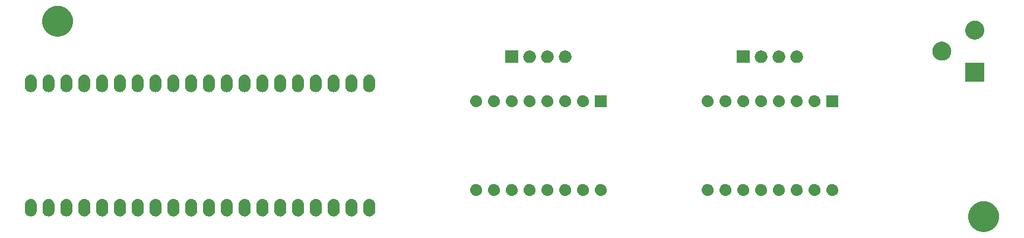
<source format=gbr>
G04 #@! TF.GenerationSoftware,KiCad,Pcbnew,5.99.0-unknown-c3175b4~86~ubuntu16.04.1*
G04 #@! TF.CreationDate,2019-11-27T13:40:58-05:00*
G04 #@! TF.ProjectId,sketchy,736b6574-6368-4792-9e6b-696361645f70,rev?*
G04 #@! TF.SameCoordinates,Original*
G04 #@! TF.FileFunction,Soldermask,Top*
G04 #@! TF.FilePolarity,Negative*
%FSLAX46Y46*%
G04 Gerber Fmt 4.6, Leading zero omitted, Abs format (unit mm)*
G04 Created by KiCad (PCBNEW 5.99.0-unknown-c3175b4~86~ubuntu16.04.1) date 2019-11-27 13:40:58*
%MOMM*%
%LPD*%
G04 APERTURE LIST*
%ADD10C,0.100000*%
G04 APERTURE END LIST*
D10*
G36*
X195704711Y-84159109D02*
G01*
X195726185Y-84159128D01*
X195843488Y-84174675D01*
X195970636Y-84188937D01*
X195992817Y-84194467D01*
X196012205Y-84197037D01*
X196127997Y-84228172D01*
X196254341Y-84259673D01*
X196273789Y-84267373D01*
X196290826Y-84271954D01*
X196402921Y-84318500D01*
X196526199Y-84367309D01*
X196542770Y-84376570D01*
X196557289Y-84382599D01*
X196663546Y-84444070D01*
X196781433Y-84509955D01*
X196795078Y-84520163D01*
X196807035Y-84527080D01*
X196905354Y-84602660D01*
X197015560Y-84685104D01*
X197026354Y-84695675D01*
X197035777Y-84702918D01*
X197124076Y-84791371D01*
X197224465Y-84889679D01*
X197232573Y-84900057D01*
X197239620Y-84907116D01*
X197316040Y-85006889D01*
X197404479Y-85120086D01*
X197410167Y-85129781D01*
X197415059Y-85136168D01*
X197477843Y-85245132D01*
X197552438Y-85372277D01*
X197556041Y-85380849D01*
X197559102Y-85386161D01*
X197606813Y-85501631D01*
X197665744Y-85641821D01*
X197667674Y-85648923D01*
X197669283Y-85652818D01*
X197700711Y-85770521D01*
X197742406Y-85923983D01*
X197743124Y-85929362D01*
X197743714Y-85931573D01*
X197758218Y-86042489D01*
X197781076Y-86213805D01*
X197781004Y-86216744D01*
X197781124Y-86217660D01*
X197780872Y-86506185D01*
X197772361Y-86570396D01*
X197771307Y-86613543D01*
X197754520Y-86705008D01*
X197742963Y-86792205D01*
X197728955Y-86844302D01*
X197718525Y-86901130D01*
X197690401Y-86987687D01*
X197668046Y-87070826D01*
X197646627Y-87122410D01*
X197628171Y-87179210D01*
X197589698Y-87259509D01*
X197557401Y-87337289D01*
X197528479Y-87387283D01*
X197501833Y-87442897D01*
X197454158Y-87515753D01*
X197412920Y-87587035D01*
X197376560Y-87634334D01*
X197341731Y-87687559D01*
X197286119Y-87751986D01*
X197237082Y-87815777D01*
X197193523Y-87859260D01*
X197150677Y-87908898D01*
X197088496Y-87964105D01*
X197032884Y-88019620D01*
X196982509Y-88058204D01*
X196932028Y-88103023D01*
X196864719Y-88148424D01*
X196803832Y-88195059D01*
X196747215Y-88227681D01*
X196689625Y-88266526D01*
X196618656Y-88301755D01*
X196553839Y-88339102D01*
X196491690Y-88364782D01*
X196427727Y-88396533D01*
X196354582Y-88421434D01*
X196287182Y-88449283D01*
X196220383Y-88467119D01*
X196150936Y-88490761D01*
X196077051Y-88505391D01*
X196008427Y-88523714D01*
X195937999Y-88532924D01*
X195864114Y-88547553D01*
X195790891Y-88552160D01*
X195722340Y-88561124D01*
X195649429Y-88561060D01*
X195572300Y-88565913D01*
X195501053Y-88560931D01*
X195433815Y-88560872D01*
X195359654Y-88551043D01*
X195280621Y-88545516D01*
X195212585Y-88531550D01*
X195147795Y-88522963D01*
X195073722Y-88503046D01*
X194994203Y-88486723D01*
X194930453Y-88464523D01*
X194869174Y-88448046D01*
X194796602Y-88417911D01*
X194718076Y-88390566D01*
X194659553Y-88361004D01*
X194602711Y-88337401D01*
X194533064Y-88297109D01*
X194457092Y-88258733D01*
X194404605Y-88222794D01*
X194352965Y-88192920D01*
X194287677Y-88142732D01*
X194215837Y-88093542D01*
X194170009Y-88052279D01*
X194124223Y-88017082D01*
X194064729Y-87957484D01*
X193998548Y-87897895D01*
X193959838Y-87852410D01*
X193920380Y-87812884D01*
X193868032Y-87744539D01*
X193809044Y-87675228D01*
X193777743Y-87626657D01*
X193744941Y-87583832D01*
X193701030Y-87507622D01*
X193650654Y-87429454D01*
X193626880Y-87378933D01*
X193600898Y-87333839D01*
X193566594Y-87250819D01*
X193526160Y-87164891D01*
X193509866Y-87113526D01*
X193490717Y-87067182D01*
X193467061Y-86978589D01*
X193437750Y-86886187D01*
X193428730Y-86835031D01*
X193416286Y-86788427D01*
X193404157Y-86695669D01*
X193386977Y-86598239D01*
X193384883Y-86548276D01*
X193378876Y-86502340D01*
X193378959Y-86406957D01*
X193374732Y-86306104D01*
X193379089Y-86258228D01*
X193379128Y-86213815D01*
X193391904Y-86117420D01*
X193401233Y-86014917D01*
X193411451Y-85969943D01*
X193417037Y-85927795D01*
X193442766Y-85832108D01*
X193466011Y-85729793D01*
X193481411Y-85688383D01*
X193491954Y-85649174D01*
X193530655Y-85555972D01*
X193567931Y-85455740D01*
X193587760Y-85418447D01*
X193602599Y-85382711D01*
X193654049Y-85293776D01*
X193705200Y-85197575D01*
X193728657Y-85164810D01*
X193747080Y-85132965D01*
X193810799Y-85050075D01*
X193875407Y-84959831D01*
X193901670Y-84931864D01*
X193922918Y-84904223D01*
X193998172Y-84829100D01*
X194075562Y-84746688D01*
X194103788Y-84723667D01*
X194127116Y-84700380D01*
X194212956Y-84634632D01*
X194302149Y-84561888D01*
X194331526Y-84543815D01*
X194356168Y-84524941D01*
X194451376Y-84470083D01*
X194551186Y-84408680D01*
X194580920Y-84395442D01*
X194606161Y-84380898D01*
X194709345Y-84338263D01*
X194818298Y-84289754D01*
X194847659Y-84281113D01*
X194872818Y-84270717D01*
X194982357Y-84241469D01*
X195098792Y-84207200D01*
X195127126Y-84202814D01*
X195151573Y-84196286D01*
X195265652Y-84181369D01*
X195387741Y-84162468D01*
X195414473Y-84161908D01*
X195437660Y-84158876D01*
X195554365Y-84158978D01*
X195680067Y-84156345D01*
X195704711Y-84159109D01*
X195704711Y-84159109D01*
G37*
G36*
X75022056Y-83842646D02*
G01*
X75060863Y-83844680D01*
X75107117Y-83856728D01*
X75160200Y-83865516D01*
X75196325Y-83879965D01*
X75228167Y-83888259D01*
X75276396Y-83911991D01*
X75331876Y-83934181D01*
X75359121Y-83952697D01*
X75383285Y-83964587D01*
X75430454Y-84001175D01*
X75484802Y-84038110D01*
X75503332Y-84057704D01*
X75519896Y-84070553D01*
X75562616Y-84120395D01*
X75611844Y-84172452D01*
X75622654Y-84190443D01*
X75632401Y-84201815D01*
X75667098Y-84264411D01*
X75707074Y-84330941D01*
X75711860Y-84345162D01*
X75716220Y-84353028D01*
X75739402Y-84427003D01*
X75766049Y-84506183D01*
X75767022Y-84515138D01*
X75767919Y-84518001D01*
X75776353Y-84601032D01*
X75781000Y-84643809D01*
X75781000Y-85520311D01*
X75763293Y-85627270D01*
X75744032Y-85751689D01*
X75741868Y-85756690D01*
X75740349Y-85765865D01*
X75706291Y-85838903D01*
X75676687Y-85907312D01*
X75669813Y-85917129D01*
X75662207Y-85933440D01*
X75616879Y-85992726D01*
X75577526Y-86048929D01*
X75564470Y-86061276D01*
X75549904Y-86080327D01*
X75497443Y-86124660D01*
X75451914Y-86167714D01*
X75431562Y-86180333D01*
X75408678Y-86199671D01*
X75353182Y-86228931D01*
X75304977Y-86258819D01*
X75276900Y-86269150D01*
X75245120Y-86285905D01*
X75190380Y-86300983D01*
X75142727Y-86318516D01*
X75107246Y-86323882D01*
X75066860Y-86335006D01*
X75016097Y-86337666D01*
X74971784Y-86344368D01*
X74930005Y-86342178D01*
X74882216Y-86344683D01*
X74837944Y-86337354D01*
X74799137Y-86335320D01*
X74752883Y-86323272D01*
X74699800Y-86314484D01*
X74663675Y-86300035D01*
X74631833Y-86291741D01*
X74583604Y-86268009D01*
X74528124Y-86245819D01*
X74500879Y-86227303D01*
X74476715Y-86215413D01*
X74429546Y-86178825D01*
X74375198Y-86141890D01*
X74356669Y-86122296D01*
X74340104Y-86109447D01*
X74297382Y-86059602D01*
X74248156Y-86007547D01*
X74237346Y-85989556D01*
X74227598Y-85978183D01*
X74192898Y-85915582D01*
X74152926Y-85849058D01*
X74148140Y-85834837D01*
X74143781Y-85826973D01*
X74120599Y-85752999D01*
X74093951Y-85673816D01*
X74092978Y-85664862D01*
X74092081Y-85661999D01*
X74083646Y-85578953D01*
X74079000Y-85536190D01*
X74079000Y-84659689D01*
X74096701Y-84552771D01*
X74115968Y-84428311D01*
X74118134Y-84423307D01*
X74119652Y-84414135D01*
X74153704Y-84341111D01*
X74183314Y-84272688D01*
X74190188Y-84262871D01*
X74197794Y-84246560D01*
X74243122Y-84187274D01*
X74282475Y-84131071D01*
X74295531Y-84118724D01*
X74310097Y-84099673D01*
X74362555Y-84055343D01*
X74408087Y-84012285D01*
X74428440Y-83999665D01*
X74451322Y-83980329D01*
X74506817Y-83951070D01*
X74555023Y-83921181D01*
X74583100Y-83910850D01*
X74614880Y-83894095D01*
X74669620Y-83879017D01*
X74717273Y-83861484D01*
X74752754Y-83856118D01*
X74793140Y-83844994D01*
X74843903Y-83842334D01*
X74888216Y-83835632D01*
X74929995Y-83837822D01*
X74977784Y-83835317D01*
X75022056Y-83842646D01*
X75022056Y-83842646D01*
G37*
G36*
X97882056Y-83842646D02*
G01*
X97920863Y-83844680D01*
X97967117Y-83856728D01*
X98020200Y-83865516D01*
X98056325Y-83879965D01*
X98088167Y-83888259D01*
X98136396Y-83911991D01*
X98191876Y-83934181D01*
X98219121Y-83952697D01*
X98243285Y-83964587D01*
X98290454Y-84001175D01*
X98344802Y-84038110D01*
X98363332Y-84057704D01*
X98379896Y-84070553D01*
X98422616Y-84120395D01*
X98471844Y-84172452D01*
X98482654Y-84190443D01*
X98492401Y-84201815D01*
X98527098Y-84264411D01*
X98567074Y-84330941D01*
X98571860Y-84345162D01*
X98576220Y-84353028D01*
X98599402Y-84427003D01*
X98626049Y-84506183D01*
X98627022Y-84515138D01*
X98627919Y-84518001D01*
X98636353Y-84601032D01*
X98641000Y-84643809D01*
X98641000Y-85520311D01*
X98623293Y-85627270D01*
X98604032Y-85751689D01*
X98601868Y-85756690D01*
X98600349Y-85765865D01*
X98566291Y-85838903D01*
X98536687Y-85907312D01*
X98529813Y-85917129D01*
X98522207Y-85933440D01*
X98476879Y-85992726D01*
X98437526Y-86048929D01*
X98424470Y-86061276D01*
X98409904Y-86080327D01*
X98357443Y-86124660D01*
X98311914Y-86167714D01*
X98291562Y-86180333D01*
X98268678Y-86199671D01*
X98213182Y-86228931D01*
X98164977Y-86258819D01*
X98136900Y-86269150D01*
X98105120Y-86285905D01*
X98050380Y-86300983D01*
X98002727Y-86318516D01*
X97967246Y-86323882D01*
X97926860Y-86335006D01*
X97876097Y-86337666D01*
X97831784Y-86344368D01*
X97790005Y-86342178D01*
X97742216Y-86344683D01*
X97697944Y-86337354D01*
X97659137Y-86335320D01*
X97612883Y-86323272D01*
X97559800Y-86314484D01*
X97523675Y-86300035D01*
X97491833Y-86291741D01*
X97443604Y-86268009D01*
X97388124Y-86245819D01*
X97360879Y-86227303D01*
X97336715Y-86215413D01*
X97289546Y-86178825D01*
X97235198Y-86141890D01*
X97216669Y-86122296D01*
X97200104Y-86109447D01*
X97157382Y-86059602D01*
X97108156Y-86007547D01*
X97097346Y-85989556D01*
X97087598Y-85978183D01*
X97052898Y-85915582D01*
X97012926Y-85849058D01*
X97008140Y-85834837D01*
X97003781Y-85826973D01*
X96980599Y-85752999D01*
X96953951Y-85673816D01*
X96952978Y-85664862D01*
X96952081Y-85661999D01*
X96943646Y-85578953D01*
X96939000Y-85536190D01*
X96939000Y-84659689D01*
X96956701Y-84552771D01*
X96975968Y-84428311D01*
X96978134Y-84423307D01*
X96979652Y-84414135D01*
X97013704Y-84341111D01*
X97043314Y-84272688D01*
X97050188Y-84262871D01*
X97057794Y-84246560D01*
X97103122Y-84187274D01*
X97142475Y-84131071D01*
X97155531Y-84118724D01*
X97170097Y-84099673D01*
X97222555Y-84055343D01*
X97268087Y-84012285D01*
X97288440Y-83999665D01*
X97311322Y-83980329D01*
X97366817Y-83951070D01*
X97415023Y-83921181D01*
X97443100Y-83910850D01*
X97474880Y-83894095D01*
X97529620Y-83879017D01*
X97577273Y-83861484D01*
X97612754Y-83856118D01*
X97653140Y-83844994D01*
X97703903Y-83842334D01*
X97748216Y-83835632D01*
X97789995Y-83837822D01*
X97837784Y-83835317D01*
X97882056Y-83842646D01*
X97882056Y-83842646D01*
G37*
G36*
X95342056Y-83842646D02*
G01*
X95380863Y-83844680D01*
X95427117Y-83856728D01*
X95480200Y-83865516D01*
X95516325Y-83879965D01*
X95548167Y-83888259D01*
X95596396Y-83911991D01*
X95651876Y-83934181D01*
X95679121Y-83952697D01*
X95703285Y-83964587D01*
X95750454Y-84001175D01*
X95804802Y-84038110D01*
X95823332Y-84057704D01*
X95839896Y-84070553D01*
X95882616Y-84120395D01*
X95931844Y-84172452D01*
X95942654Y-84190443D01*
X95952401Y-84201815D01*
X95987098Y-84264411D01*
X96027074Y-84330941D01*
X96031860Y-84345162D01*
X96036220Y-84353028D01*
X96059402Y-84427003D01*
X96086049Y-84506183D01*
X96087022Y-84515138D01*
X96087919Y-84518001D01*
X96096353Y-84601032D01*
X96101000Y-84643809D01*
X96101000Y-85520311D01*
X96083293Y-85627270D01*
X96064032Y-85751689D01*
X96061868Y-85756690D01*
X96060349Y-85765865D01*
X96026291Y-85838903D01*
X95996687Y-85907312D01*
X95989813Y-85917129D01*
X95982207Y-85933440D01*
X95936879Y-85992726D01*
X95897526Y-86048929D01*
X95884470Y-86061276D01*
X95869904Y-86080327D01*
X95817443Y-86124660D01*
X95771914Y-86167714D01*
X95751562Y-86180333D01*
X95728678Y-86199671D01*
X95673182Y-86228931D01*
X95624977Y-86258819D01*
X95596900Y-86269150D01*
X95565120Y-86285905D01*
X95510380Y-86300983D01*
X95462727Y-86318516D01*
X95427246Y-86323882D01*
X95386860Y-86335006D01*
X95336097Y-86337666D01*
X95291784Y-86344368D01*
X95250005Y-86342178D01*
X95202216Y-86344683D01*
X95157944Y-86337354D01*
X95119137Y-86335320D01*
X95072883Y-86323272D01*
X95019800Y-86314484D01*
X94983675Y-86300035D01*
X94951833Y-86291741D01*
X94903604Y-86268009D01*
X94848124Y-86245819D01*
X94820879Y-86227303D01*
X94796715Y-86215413D01*
X94749546Y-86178825D01*
X94695198Y-86141890D01*
X94676669Y-86122296D01*
X94660104Y-86109447D01*
X94617382Y-86059602D01*
X94568156Y-86007547D01*
X94557346Y-85989556D01*
X94547598Y-85978183D01*
X94512898Y-85915582D01*
X94472926Y-85849058D01*
X94468140Y-85834837D01*
X94463781Y-85826973D01*
X94440599Y-85752999D01*
X94413951Y-85673816D01*
X94412978Y-85664862D01*
X94412081Y-85661999D01*
X94403646Y-85578953D01*
X94399000Y-85536190D01*
X94399000Y-84659689D01*
X94416701Y-84552771D01*
X94435968Y-84428311D01*
X94438134Y-84423307D01*
X94439652Y-84414135D01*
X94473704Y-84341111D01*
X94503314Y-84272688D01*
X94510188Y-84262871D01*
X94517794Y-84246560D01*
X94563122Y-84187274D01*
X94602475Y-84131071D01*
X94615531Y-84118724D01*
X94630097Y-84099673D01*
X94682555Y-84055343D01*
X94728087Y-84012285D01*
X94748440Y-83999665D01*
X94771322Y-83980329D01*
X94826817Y-83951070D01*
X94875023Y-83921181D01*
X94903100Y-83910850D01*
X94934880Y-83894095D01*
X94989620Y-83879017D01*
X95037273Y-83861484D01*
X95072754Y-83856118D01*
X95113140Y-83844994D01*
X95163903Y-83842334D01*
X95208216Y-83835632D01*
X95249995Y-83837822D01*
X95297784Y-83835317D01*
X95342056Y-83842646D01*
X95342056Y-83842646D01*
G37*
G36*
X100422056Y-83842646D02*
G01*
X100460863Y-83844680D01*
X100507117Y-83856728D01*
X100560200Y-83865516D01*
X100596325Y-83879965D01*
X100628167Y-83888259D01*
X100676396Y-83911991D01*
X100731876Y-83934181D01*
X100759121Y-83952697D01*
X100783285Y-83964587D01*
X100830454Y-84001175D01*
X100884802Y-84038110D01*
X100903332Y-84057704D01*
X100919896Y-84070553D01*
X100962616Y-84120395D01*
X101011844Y-84172452D01*
X101022654Y-84190443D01*
X101032401Y-84201815D01*
X101067098Y-84264411D01*
X101107074Y-84330941D01*
X101111860Y-84345162D01*
X101116220Y-84353028D01*
X101139402Y-84427003D01*
X101166049Y-84506183D01*
X101167022Y-84515138D01*
X101167919Y-84518001D01*
X101176353Y-84601032D01*
X101181000Y-84643809D01*
X101181000Y-85520311D01*
X101163293Y-85627270D01*
X101144032Y-85751689D01*
X101141868Y-85756690D01*
X101140349Y-85765865D01*
X101106291Y-85838903D01*
X101076687Y-85907312D01*
X101069813Y-85917129D01*
X101062207Y-85933440D01*
X101016879Y-85992726D01*
X100977526Y-86048929D01*
X100964470Y-86061276D01*
X100949904Y-86080327D01*
X100897443Y-86124660D01*
X100851914Y-86167714D01*
X100831562Y-86180333D01*
X100808678Y-86199671D01*
X100753182Y-86228931D01*
X100704977Y-86258819D01*
X100676900Y-86269150D01*
X100645120Y-86285905D01*
X100590380Y-86300983D01*
X100542727Y-86318516D01*
X100507246Y-86323882D01*
X100466860Y-86335006D01*
X100416097Y-86337666D01*
X100371784Y-86344368D01*
X100330005Y-86342178D01*
X100282216Y-86344683D01*
X100237944Y-86337354D01*
X100199137Y-86335320D01*
X100152883Y-86323272D01*
X100099800Y-86314484D01*
X100063675Y-86300035D01*
X100031833Y-86291741D01*
X99983604Y-86268009D01*
X99928124Y-86245819D01*
X99900879Y-86227303D01*
X99876715Y-86215413D01*
X99829546Y-86178825D01*
X99775198Y-86141890D01*
X99756669Y-86122296D01*
X99740104Y-86109447D01*
X99697382Y-86059602D01*
X99648156Y-86007547D01*
X99637346Y-85989556D01*
X99627598Y-85978183D01*
X99592898Y-85915582D01*
X99552926Y-85849058D01*
X99548140Y-85834837D01*
X99543781Y-85826973D01*
X99520599Y-85752999D01*
X99493951Y-85673816D01*
X99492978Y-85664862D01*
X99492081Y-85661999D01*
X99483646Y-85578953D01*
X99479000Y-85536190D01*
X99479000Y-84659689D01*
X99496701Y-84552771D01*
X99515968Y-84428311D01*
X99518134Y-84423307D01*
X99519652Y-84414135D01*
X99553704Y-84341111D01*
X99583314Y-84272688D01*
X99590188Y-84262871D01*
X99597794Y-84246560D01*
X99643122Y-84187274D01*
X99682475Y-84131071D01*
X99695531Y-84118724D01*
X99710097Y-84099673D01*
X99762555Y-84055343D01*
X99808087Y-84012285D01*
X99828440Y-83999665D01*
X99851322Y-83980329D01*
X99906817Y-83951070D01*
X99955023Y-83921181D01*
X99983100Y-83910850D01*
X100014880Y-83894095D01*
X100069620Y-83879017D01*
X100117273Y-83861484D01*
X100152754Y-83856118D01*
X100193140Y-83844994D01*
X100243903Y-83842334D01*
X100288216Y-83835632D01*
X100329995Y-83837822D01*
X100377784Y-83835317D01*
X100422056Y-83842646D01*
X100422056Y-83842646D01*
G37*
G36*
X92802056Y-83842646D02*
G01*
X92840863Y-83844680D01*
X92887117Y-83856728D01*
X92940200Y-83865516D01*
X92976325Y-83879965D01*
X93008167Y-83888259D01*
X93056396Y-83911991D01*
X93111876Y-83934181D01*
X93139121Y-83952697D01*
X93163285Y-83964587D01*
X93210454Y-84001175D01*
X93264802Y-84038110D01*
X93283332Y-84057704D01*
X93299896Y-84070553D01*
X93342616Y-84120395D01*
X93391844Y-84172452D01*
X93402654Y-84190443D01*
X93412401Y-84201815D01*
X93447098Y-84264411D01*
X93487074Y-84330941D01*
X93491860Y-84345162D01*
X93496220Y-84353028D01*
X93519402Y-84427003D01*
X93546049Y-84506183D01*
X93547022Y-84515138D01*
X93547919Y-84518001D01*
X93556353Y-84601032D01*
X93561000Y-84643809D01*
X93561000Y-85520311D01*
X93543293Y-85627270D01*
X93524032Y-85751689D01*
X93521868Y-85756690D01*
X93520349Y-85765865D01*
X93486291Y-85838903D01*
X93456687Y-85907312D01*
X93449813Y-85917129D01*
X93442207Y-85933440D01*
X93396879Y-85992726D01*
X93357526Y-86048929D01*
X93344470Y-86061276D01*
X93329904Y-86080327D01*
X93277443Y-86124660D01*
X93231914Y-86167714D01*
X93211562Y-86180333D01*
X93188678Y-86199671D01*
X93133182Y-86228931D01*
X93084977Y-86258819D01*
X93056900Y-86269150D01*
X93025120Y-86285905D01*
X92970380Y-86300983D01*
X92922727Y-86318516D01*
X92887246Y-86323882D01*
X92846860Y-86335006D01*
X92796097Y-86337666D01*
X92751784Y-86344368D01*
X92710005Y-86342178D01*
X92662216Y-86344683D01*
X92617944Y-86337354D01*
X92579137Y-86335320D01*
X92532883Y-86323272D01*
X92479800Y-86314484D01*
X92443675Y-86300035D01*
X92411833Y-86291741D01*
X92363604Y-86268009D01*
X92308124Y-86245819D01*
X92280879Y-86227303D01*
X92256715Y-86215413D01*
X92209546Y-86178825D01*
X92155198Y-86141890D01*
X92136669Y-86122296D01*
X92120104Y-86109447D01*
X92077382Y-86059602D01*
X92028156Y-86007547D01*
X92017346Y-85989556D01*
X92007598Y-85978183D01*
X91972898Y-85915582D01*
X91932926Y-85849058D01*
X91928140Y-85834837D01*
X91923781Y-85826973D01*
X91900599Y-85752999D01*
X91873951Y-85673816D01*
X91872978Y-85664862D01*
X91872081Y-85661999D01*
X91863646Y-85578953D01*
X91859000Y-85536190D01*
X91859000Y-84659689D01*
X91876701Y-84552771D01*
X91895968Y-84428311D01*
X91898134Y-84423307D01*
X91899652Y-84414135D01*
X91933704Y-84341111D01*
X91963314Y-84272688D01*
X91970188Y-84262871D01*
X91977794Y-84246560D01*
X92023122Y-84187274D01*
X92062475Y-84131071D01*
X92075531Y-84118724D01*
X92090097Y-84099673D01*
X92142555Y-84055343D01*
X92188087Y-84012285D01*
X92208440Y-83999665D01*
X92231322Y-83980329D01*
X92286817Y-83951070D01*
X92335023Y-83921181D01*
X92363100Y-83910850D01*
X92394880Y-83894095D01*
X92449620Y-83879017D01*
X92497273Y-83861484D01*
X92532754Y-83856118D01*
X92573140Y-83844994D01*
X92623903Y-83842334D01*
X92668216Y-83835632D01*
X92709995Y-83837822D01*
X92757784Y-83835317D01*
X92802056Y-83842646D01*
X92802056Y-83842646D01*
G37*
G36*
X102962056Y-83842646D02*
G01*
X103000863Y-83844680D01*
X103047117Y-83856728D01*
X103100200Y-83865516D01*
X103136325Y-83879965D01*
X103168167Y-83888259D01*
X103216396Y-83911991D01*
X103271876Y-83934181D01*
X103299121Y-83952697D01*
X103323285Y-83964587D01*
X103370454Y-84001175D01*
X103424802Y-84038110D01*
X103443332Y-84057704D01*
X103459896Y-84070553D01*
X103502616Y-84120395D01*
X103551844Y-84172452D01*
X103562654Y-84190443D01*
X103572401Y-84201815D01*
X103607098Y-84264411D01*
X103647074Y-84330941D01*
X103651860Y-84345162D01*
X103656220Y-84353028D01*
X103679402Y-84427003D01*
X103706049Y-84506183D01*
X103707022Y-84515138D01*
X103707919Y-84518001D01*
X103716353Y-84601032D01*
X103721000Y-84643809D01*
X103721000Y-85520311D01*
X103703293Y-85627270D01*
X103684032Y-85751689D01*
X103681868Y-85756690D01*
X103680349Y-85765865D01*
X103646291Y-85838903D01*
X103616687Y-85907312D01*
X103609813Y-85917129D01*
X103602207Y-85933440D01*
X103556879Y-85992726D01*
X103517526Y-86048929D01*
X103504470Y-86061276D01*
X103489904Y-86080327D01*
X103437443Y-86124660D01*
X103391914Y-86167714D01*
X103371562Y-86180333D01*
X103348678Y-86199671D01*
X103293182Y-86228931D01*
X103244977Y-86258819D01*
X103216900Y-86269150D01*
X103185120Y-86285905D01*
X103130380Y-86300983D01*
X103082727Y-86318516D01*
X103047246Y-86323882D01*
X103006860Y-86335006D01*
X102956097Y-86337666D01*
X102911784Y-86344368D01*
X102870005Y-86342178D01*
X102822216Y-86344683D01*
X102777944Y-86337354D01*
X102739137Y-86335320D01*
X102692883Y-86323272D01*
X102639800Y-86314484D01*
X102603675Y-86300035D01*
X102571833Y-86291741D01*
X102523604Y-86268009D01*
X102468124Y-86245819D01*
X102440879Y-86227303D01*
X102416715Y-86215413D01*
X102369546Y-86178825D01*
X102315198Y-86141890D01*
X102296669Y-86122296D01*
X102280104Y-86109447D01*
X102237382Y-86059602D01*
X102188156Y-86007547D01*
X102177346Y-85989556D01*
X102167598Y-85978183D01*
X102132898Y-85915582D01*
X102092926Y-85849058D01*
X102088140Y-85834837D01*
X102083781Y-85826973D01*
X102060599Y-85752999D01*
X102033951Y-85673816D01*
X102032978Y-85664862D01*
X102032081Y-85661999D01*
X102023646Y-85578953D01*
X102019000Y-85536190D01*
X102019000Y-84659689D01*
X102036701Y-84552771D01*
X102055968Y-84428311D01*
X102058134Y-84423307D01*
X102059652Y-84414135D01*
X102093704Y-84341111D01*
X102123314Y-84272688D01*
X102130188Y-84262871D01*
X102137794Y-84246560D01*
X102183122Y-84187274D01*
X102222475Y-84131071D01*
X102235531Y-84118724D01*
X102250097Y-84099673D01*
X102302555Y-84055343D01*
X102348087Y-84012285D01*
X102368440Y-83999665D01*
X102391322Y-83980329D01*
X102446817Y-83951070D01*
X102495023Y-83921181D01*
X102523100Y-83910850D01*
X102554880Y-83894095D01*
X102609620Y-83879017D01*
X102657273Y-83861484D01*
X102692754Y-83856118D01*
X102733140Y-83844994D01*
X102783903Y-83842334D01*
X102828216Y-83835632D01*
X102869995Y-83837822D01*
X102917784Y-83835317D01*
X102962056Y-83842646D01*
X102962056Y-83842646D01*
G37*
G36*
X72482056Y-83842646D02*
G01*
X72520863Y-83844680D01*
X72567117Y-83856728D01*
X72620200Y-83865516D01*
X72656325Y-83879965D01*
X72688167Y-83888259D01*
X72736396Y-83911991D01*
X72791876Y-83934181D01*
X72819121Y-83952697D01*
X72843285Y-83964587D01*
X72890454Y-84001175D01*
X72944802Y-84038110D01*
X72963332Y-84057704D01*
X72979896Y-84070553D01*
X73022616Y-84120395D01*
X73071844Y-84172452D01*
X73082654Y-84190443D01*
X73092401Y-84201815D01*
X73127098Y-84264411D01*
X73167074Y-84330941D01*
X73171860Y-84345162D01*
X73176220Y-84353028D01*
X73199402Y-84427003D01*
X73226049Y-84506183D01*
X73227022Y-84515138D01*
X73227919Y-84518001D01*
X73236353Y-84601032D01*
X73241000Y-84643809D01*
X73241000Y-85520311D01*
X73223293Y-85627270D01*
X73204032Y-85751689D01*
X73201868Y-85756690D01*
X73200349Y-85765865D01*
X73166291Y-85838903D01*
X73136687Y-85907312D01*
X73129813Y-85917129D01*
X73122207Y-85933440D01*
X73076879Y-85992726D01*
X73037526Y-86048929D01*
X73024470Y-86061276D01*
X73009904Y-86080327D01*
X72957443Y-86124660D01*
X72911914Y-86167714D01*
X72891562Y-86180333D01*
X72868678Y-86199671D01*
X72813182Y-86228931D01*
X72764977Y-86258819D01*
X72736900Y-86269150D01*
X72705120Y-86285905D01*
X72650380Y-86300983D01*
X72602727Y-86318516D01*
X72567246Y-86323882D01*
X72526860Y-86335006D01*
X72476097Y-86337666D01*
X72431784Y-86344368D01*
X72390005Y-86342178D01*
X72342216Y-86344683D01*
X72297944Y-86337354D01*
X72259137Y-86335320D01*
X72212883Y-86323272D01*
X72159800Y-86314484D01*
X72123675Y-86300035D01*
X72091833Y-86291741D01*
X72043604Y-86268009D01*
X71988124Y-86245819D01*
X71960879Y-86227303D01*
X71936715Y-86215413D01*
X71889546Y-86178825D01*
X71835198Y-86141890D01*
X71816669Y-86122296D01*
X71800104Y-86109447D01*
X71757382Y-86059602D01*
X71708156Y-86007547D01*
X71697346Y-85989556D01*
X71687598Y-85978183D01*
X71652898Y-85915582D01*
X71612926Y-85849058D01*
X71608140Y-85834837D01*
X71603781Y-85826973D01*
X71580599Y-85752999D01*
X71553951Y-85673816D01*
X71552978Y-85664862D01*
X71552081Y-85661999D01*
X71543646Y-85578953D01*
X71539000Y-85536190D01*
X71539000Y-84659689D01*
X71556701Y-84552771D01*
X71575968Y-84428311D01*
X71578134Y-84423307D01*
X71579652Y-84414135D01*
X71613704Y-84341111D01*
X71643314Y-84272688D01*
X71650188Y-84262871D01*
X71657794Y-84246560D01*
X71703122Y-84187274D01*
X71742475Y-84131071D01*
X71755531Y-84118724D01*
X71770097Y-84099673D01*
X71822555Y-84055343D01*
X71868087Y-84012285D01*
X71888440Y-83999665D01*
X71911322Y-83980329D01*
X71966817Y-83951070D01*
X72015023Y-83921181D01*
X72043100Y-83910850D01*
X72074880Y-83894095D01*
X72129620Y-83879017D01*
X72177273Y-83861484D01*
X72212754Y-83856118D01*
X72253140Y-83844994D01*
X72303903Y-83842334D01*
X72348216Y-83835632D01*
X72389995Y-83837822D01*
X72437784Y-83835317D01*
X72482056Y-83842646D01*
X72482056Y-83842646D01*
G37*
G36*
X105502056Y-83842646D02*
G01*
X105540863Y-83844680D01*
X105587117Y-83856728D01*
X105640200Y-83865516D01*
X105676325Y-83879965D01*
X105708167Y-83888259D01*
X105756396Y-83911991D01*
X105811876Y-83934181D01*
X105839121Y-83952697D01*
X105863285Y-83964587D01*
X105910454Y-84001175D01*
X105964802Y-84038110D01*
X105983332Y-84057704D01*
X105999896Y-84070553D01*
X106042616Y-84120395D01*
X106091844Y-84172452D01*
X106102654Y-84190443D01*
X106112401Y-84201815D01*
X106147098Y-84264411D01*
X106187074Y-84330941D01*
X106191860Y-84345162D01*
X106196220Y-84353028D01*
X106219402Y-84427003D01*
X106246049Y-84506183D01*
X106247022Y-84515138D01*
X106247919Y-84518001D01*
X106256353Y-84601032D01*
X106261000Y-84643809D01*
X106261000Y-85520311D01*
X106243293Y-85627270D01*
X106224032Y-85751689D01*
X106221868Y-85756690D01*
X106220349Y-85765865D01*
X106186291Y-85838903D01*
X106156687Y-85907312D01*
X106149813Y-85917129D01*
X106142207Y-85933440D01*
X106096879Y-85992726D01*
X106057526Y-86048929D01*
X106044470Y-86061276D01*
X106029904Y-86080327D01*
X105977443Y-86124660D01*
X105931914Y-86167714D01*
X105911562Y-86180333D01*
X105888678Y-86199671D01*
X105833182Y-86228931D01*
X105784977Y-86258819D01*
X105756900Y-86269150D01*
X105725120Y-86285905D01*
X105670380Y-86300983D01*
X105622727Y-86318516D01*
X105587246Y-86323882D01*
X105546860Y-86335006D01*
X105496097Y-86337666D01*
X105451784Y-86344368D01*
X105410005Y-86342178D01*
X105362216Y-86344683D01*
X105317944Y-86337354D01*
X105279137Y-86335320D01*
X105232883Y-86323272D01*
X105179800Y-86314484D01*
X105143675Y-86300035D01*
X105111833Y-86291741D01*
X105063604Y-86268009D01*
X105008124Y-86245819D01*
X104980879Y-86227303D01*
X104956715Y-86215413D01*
X104909546Y-86178825D01*
X104855198Y-86141890D01*
X104836669Y-86122296D01*
X104820104Y-86109447D01*
X104777382Y-86059602D01*
X104728156Y-86007547D01*
X104717346Y-85989556D01*
X104707598Y-85978183D01*
X104672898Y-85915582D01*
X104632926Y-85849058D01*
X104628140Y-85834837D01*
X104623781Y-85826973D01*
X104600599Y-85752999D01*
X104573951Y-85673816D01*
X104572978Y-85664862D01*
X104572081Y-85661999D01*
X104563646Y-85578953D01*
X104559000Y-85536190D01*
X104559000Y-84659689D01*
X104576701Y-84552771D01*
X104595968Y-84428311D01*
X104598134Y-84423307D01*
X104599652Y-84414135D01*
X104633704Y-84341111D01*
X104663314Y-84272688D01*
X104670188Y-84262871D01*
X104677794Y-84246560D01*
X104723122Y-84187274D01*
X104762475Y-84131071D01*
X104775531Y-84118724D01*
X104790097Y-84099673D01*
X104842555Y-84055343D01*
X104888087Y-84012285D01*
X104908440Y-83999665D01*
X104931322Y-83980329D01*
X104986817Y-83951070D01*
X105035023Y-83921181D01*
X105063100Y-83910850D01*
X105094880Y-83894095D01*
X105149620Y-83879017D01*
X105197273Y-83861484D01*
X105232754Y-83856118D01*
X105273140Y-83844994D01*
X105323903Y-83842334D01*
X105368216Y-83835632D01*
X105409995Y-83837822D01*
X105457784Y-83835317D01*
X105502056Y-83842646D01*
X105502056Y-83842646D01*
G37*
G36*
X90262056Y-83842646D02*
G01*
X90300863Y-83844680D01*
X90347117Y-83856728D01*
X90400200Y-83865516D01*
X90436325Y-83879965D01*
X90468167Y-83888259D01*
X90516396Y-83911991D01*
X90571876Y-83934181D01*
X90599121Y-83952697D01*
X90623285Y-83964587D01*
X90670454Y-84001175D01*
X90724802Y-84038110D01*
X90743332Y-84057704D01*
X90759896Y-84070553D01*
X90802616Y-84120395D01*
X90851844Y-84172452D01*
X90862654Y-84190443D01*
X90872401Y-84201815D01*
X90907098Y-84264411D01*
X90947074Y-84330941D01*
X90951860Y-84345162D01*
X90956220Y-84353028D01*
X90979402Y-84427003D01*
X91006049Y-84506183D01*
X91007022Y-84515138D01*
X91007919Y-84518001D01*
X91016353Y-84601032D01*
X91021000Y-84643809D01*
X91021000Y-85520311D01*
X91003293Y-85627270D01*
X90984032Y-85751689D01*
X90981868Y-85756690D01*
X90980349Y-85765865D01*
X90946291Y-85838903D01*
X90916687Y-85907312D01*
X90909813Y-85917129D01*
X90902207Y-85933440D01*
X90856879Y-85992726D01*
X90817526Y-86048929D01*
X90804470Y-86061276D01*
X90789904Y-86080327D01*
X90737443Y-86124660D01*
X90691914Y-86167714D01*
X90671562Y-86180333D01*
X90648678Y-86199671D01*
X90593182Y-86228931D01*
X90544977Y-86258819D01*
X90516900Y-86269150D01*
X90485120Y-86285905D01*
X90430380Y-86300983D01*
X90382727Y-86318516D01*
X90347246Y-86323882D01*
X90306860Y-86335006D01*
X90256097Y-86337666D01*
X90211784Y-86344368D01*
X90170005Y-86342178D01*
X90122216Y-86344683D01*
X90077944Y-86337354D01*
X90039137Y-86335320D01*
X89992883Y-86323272D01*
X89939800Y-86314484D01*
X89903675Y-86300035D01*
X89871833Y-86291741D01*
X89823604Y-86268009D01*
X89768124Y-86245819D01*
X89740879Y-86227303D01*
X89716715Y-86215413D01*
X89669546Y-86178825D01*
X89615198Y-86141890D01*
X89596669Y-86122296D01*
X89580104Y-86109447D01*
X89537382Y-86059602D01*
X89488156Y-86007547D01*
X89477346Y-85989556D01*
X89467598Y-85978183D01*
X89432898Y-85915582D01*
X89392926Y-85849058D01*
X89388140Y-85834837D01*
X89383781Y-85826973D01*
X89360599Y-85752999D01*
X89333951Y-85673816D01*
X89332978Y-85664862D01*
X89332081Y-85661999D01*
X89323646Y-85578953D01*
X89319000Y-85536190D01*
X89319000Y-84659689D01*
X89336701Y-84552771D01*
X89355968Y-84428311D01*
X89358134Y-84423307D01*
X89359652Y-84414135D01*
X89393704Y-84341111D01*
X89423314Y-84272688D01*
X89430188Y-84262871D01*
X89437794Y-84246560D01*
X89483122Y-84187274D01*
X89522475Y-84131071D01*
X89535531Y-84118724D01*
X89550097Y-84099673D01*
X89602555Y-84055343D01*
X89648087Y-84012285D01*
X89668440Y-83999665D01*
X89691322Y-83980329D01*
X89746817Y-83951070D01*
X89795023Y-83921181D01*
X89823100Y-83910850D01*
X89854880Y-83894095D01*
X89909620Y-83879017D01*
X89957273Y-83861484D01*
X89992754Y-83856118D01*
X90033140Y-83844994D01*
X90083903Y-83842334D01*
X90128216Y-83835632D01*
X90169995Y-83837822D01*
X90217784Y-83835317D01*
X90262056Y-83842646D01*
X90262056Y-83842646D01*
G37*
G36*
X77562056Y-83842646D02*
G01*
X77600863Y-83844680D01*
X77647117Y-83856728D01*
X77700200Y-83865516D01*
X77736325Y-83879965D01*
X77768167Y-83888259D01*
X77816396Y-83911991D01*
X77871876Y-83934181D01*
X77899121Y-83952697D01*
X77923285Y-83964587D01*
X77970454Y-84001175D01*
X78024802Y-84038110D01*
X78043332Y-84057704D01*
X78059896Y-84070553D01*
X78102616Y-84120395D01*
X78151844Y-84172452D01*
X78162654Y-84190443D01*
X78172401Y-84201815D01*
X78207098Y-84264411D01*
X78247074Y-84330941D01*
X78251860Y-84345162D01*
X78256220Y-84353028D01*
X78279402Y-84427003D01*
X78306049Y-84506183D01*
X78307022Y-84515138D01*
X78307919Y-84518001D01*
X78316353Y-84601032D01*
X78321000Y-84643809D01*
X78321000Y-85520311D01*
X78303293Y-85627270D01*
X78284032Y-85751689D01*
X78281868Y-85756690D01*
X78280349Y-85765865D01*
X78246291Y-85838903D01*
X78216687Y-85907312D01*
X78209813Y-85917129D01*
X78202207Y-85933440D01*
X78156879Y-85992726D01*
X78117526Y-86048929D01*
X78104470Y-86061276D01*
X78089904Y-86080327D01*
X78037443Y-86124660D01*
X77991914Y-86167714D01*
X77971562Y-86180333D01*
X77948678Y-86199671D01*
X77893182Y-86228931D01*
X77844977Y-86258819D01*
X77816900Y-86269150D01*
X77785120Y-86285905D01*
X77730380Y-86300983D01*
X77682727Y-86318516D01*
X77647246Y-86323882D01*
X77606860Y-86335006D01*
X77556097Y-86337666D01*
X77511784Y-86344368D01*
X77470005Y-86342178D01*
X77422216Y-86344683D01*
X77377944Y-86337354D01*
X77339137Y-86335320D01*
X77292883Y-86323272D01*
X77239800Y-86314484D01*
X77203675Y-86300035D01*
X77171833Y-86291741D01*
X77123604Y-86268009D01*
X77068124Y-86245819D01*
X77040879Y-86227303D01*
X77016715Y-86215413D01*
X76969546Y-86178825D01*
X76915198Y-86141890D01*
X76896669Y-86122296D01*
X76880104Y-86109447D01*
X76837382Y-86059602D01*
X76788156Y-86007547D01*
X76777346Y-85989556D01*
X76767598Y-85978183D01*
X76732898Y-85915582D01*
X76692926Y-85849058D01*
X76688140Y-85834837D01*
X76683781Y-85826973D01*
X76660599Y-85752999D01*
X76633951Y-85673816D01*
X76632978Y-85664862D01*
X76632081Y-85661999D01*
X76623646Y-85578953D01*
X76619000Y-85536190D01*
X76619000Y-84659689D01*
X76636701Y-84552771D01*
X76655968Y-84428311D01*
X76658134Y-84423307D01*
X76659652Y-84414135D01*
X76693704Y-84341111D01*
X76723314Y-84272688D01*
X76730188Y-84262871D01*
X76737794Y-84246560D01*
X76783122Y-84187274D01*
X76822475Y-84131071D01*
X76835531Y-84118724D01*
X76850097Y-84099673D01*
X76902555Y-84055343D01*
X76948087Y-84012285D01*
X76968440Y-83999665D01*
X76991322Y-83980329D01*
X77046817Y-83951070D01*
X77095023Y-83921181D01*
X77123100Y-83910850D01*
X77154880Y-83894095D01*
X77209620Y-83879017D01*
X77257273Y-83861484D01*
X77292754Y-83856118D01*
X77333140Y-83844994D01*
X77383903Y-83842334D01*
X77428216Y-83835632D01*
X77469995Y-83837822D01*
X77517784Y-83835317D01*
X77562056Y-83842646D01*
X77562056Y-83842646D01*
G37*
G36*
X108042056Y-83842646D02*
G01*
X108080863Y-83844680D01*
X108127117Y-83856728D01*
X108180200Y-83865516D01*
X108216325Y-83879965D01*
X108248167Y-83888259D01*
X108296396Y-83911991D01*
X108351876Y-83934181D01*
X108379121Y-83952697D01*
X108403285Y-83964587D01*
X108450454Y-84001175D01*
X108504802Y-84038110D01*
X108523332Y-84057704D01*
X108539896Y-84070553D01*
X108582616Y-84120395D01*
X108631844Y-84172452D01*
X108642654Y-84190443D01*
X108652401Y-84201815D01*
X108687098Y-84264411D01*
X108727074Y-84330941D01*
X108731860Y-84345162D01*
X108736220Y-84353028D01*
X108759402Y-84427003D01*
X108786049Y-84506183D01*
X108787022Y-84515138D01*
X108787919Y-84518001D01*
X108796353Y-84601032D01*
X108801000Y-84643809D01*
X108801000Y-85520311D01*
X108783293Y-85627270D01*
X108764032Y-85751689D01*
X108761868Y-85756690D01*
X108760349Y-85765865D01*
X108726291Y-85838903D01*
X108696687Y-85907312D01*
X108689813Y-85917129D01*
X108682207Y-85933440D01*
X108636879Y-85992726D01*
X108597526Y-86048929D01*
X108584470Y-86061276D01*
X108569904Y-86080327D01*
X108517443Y-86124660D01*
X108471914Y-86167714D01*
X108451562Y-86180333D01*
X108428678Y-86199671D01*
X108373182Y-86228931D01*
X108324977Y-86258819D01*
X108296900Y-86269150D01*
X108265120Y-86285905D01*
X108210380Y-86300983D01*
X108162727Y-86318516D01*
X108127246Y-86323882D01*
X108086860Y-86335006D01*
X108036097Y-86337666D01*
X107991784Y-86344368D01*
X107950005Y-86342178D01*
X107902216Y-86344683D01*
X107857944Y-86337354D01*
X107819137Y-86335320D01*
X107772883Y-86323272D01*
X107719800Y-86314484D01*
X107683675Y-86300035D01*
X107651833Y-86291741D01*
X107603604Y-86268009D01*
X107548124Y-86245819D01*
X107520879Y-86227303D01*
X107496715Y-86215413D01*
X107449546Y-86178825D01*
X107395198Y-86141890D01*
X107376669Y-86122296D01*
X107360104Y-86109447D01*
X107317382Y-86059602D01*
X107268156Y-86007547D01*
X107257346Y-85989556D01*
X107247598Y-85978183D01*
X107212898Y-85915582D01*
X107172926Y-85849058D01*
X107168140Y-85834837D01*
X107163781Y-85826973D01*
X107140599Y-85752999D01*
X107113951Y-85673816D01*
X107112978Y-85664862D01*
X107112081Y-85661999D01*
X107103646Y-85578953D01*
X107099000Y-85536190D01*
X107099000Y-84659689D01*
X107116701Y-84552771D01*
X107135968Y-84428311D01*
X107138134Y-84423307D01*
X107139652Y-84414135D01*
X107173704Y-84341111D01*
X107203314Y-84272688D01*
X107210188Y-84262871D01*
X107217794Y-84246560D01*
X107263122Y-84187274D01*
X107302475Y-84131071D01*
X107315531Y-84118724D01*
X107330097Y-84099673D01*
X107382555Y-84055343D01*
X107428087Y-84012285D01*
X107448440Y-83999665D01*
X107471322Y-83980329D01*
X107526817Y-83951070D01*
X107575023Y-83921181D01*
X107603100Y-83910850D01*
X107634880Y-83894095D01*
X107689620Y-83879017D01*
X107737273Y-83861484D01*
X107772754Y-83856118D01*
X107813140Y-83844994D01*
X107863903Y-83842334D01*
X107908216Y-83835632D01*
X107949995Y-83837822D01*
X107997784Y-83835317D01*
X108042056Y-83842646D01*
X108042056Y-83842646D01*
G37*
G36*
X87722056Y-83842646D02*
G01*
X87760863Y-83844680D01*
X87807117Y-83856728D01*
X87860200Y-83865516D01*
X87896325Y-83879965D01*
X87928167Y-83888259D01*
X87976396Y-83911991D01*
X88031876Y-83934181D01*
X88059121Y-83952697D01*
X88083285Y-83964587D01*
X88130454Y-84001175D01*
X88184802Y-84038110D01*
X88203332Y-84057704D01*
X88219896Y-84070553D01*
X88262616Y-84120395D01*
X88311844Y-84172452D01*
X88322654Y-84190443D01*
X88332401Y-84201815D01*
X88367098Y-84264411D01*
X88407074Y-84330941D01*
X88411860Y-84345162D01*
X88416220Y-84353028D01*
X88439402Y-84427003D01*
X88466049Y-84506183D01*
X88467022Y-84515138D01*
X88467919Y-84518001D01*
X88476353Y-84601032D01*
X88481000Y-84643809D01*
X88481000Y-85520311D01*
X88463293Y-85627270D01*
X88444032Y-85751689D01*
X88441868Y-85756690D01*
X88440349Y-85765865D01*
X88406291Y-85838903D01*
X88376687Y-85907312D01*
X88369813Y-85917129D01*
X88362207Y-85933440D01*
X88316879Y-85992726D01*
X88277526Y-86048929D01*
X88264470Y-86061276D01*
X88249904Y-86080327D01*
X88197443Y-86124660D01*
X88151914Y-86167714D01*
X88131562Y-86180333D01*
X88108678Y-86199671D01*
X88053182Y-86228931D01*
X88004977Y-86258819D01*
X87976900Y-86269150D01*
X87945120Y-86285905D01*
X87890380Y-86300983D01*
X87842727Y-86318516D01*
X87807246Y-86323882D01*
X87766860Y-86335006D01*
X87716097Y-86337666D01*
X87671784Y-86344368D01*
X87630005Y-86342178D01*
X87582216Y-86344683D01*
X87537944Y-86337354D01*
X87499137Y-86335320D01*
X87452883Y-86323272D01*
X87399800Y-86314484D01*
X87363675Y-86300035D01*
X87331833Y-86291741D01*
X87283604Y-86268009D01*
X87228124Y-86245819D01*
X87200879Y-86227303D01*
X87176715Y-86215413D01*
X87129546Y-86178825D01*
X87075198Y-86141890D01*
X87056669Y-86122296D01*
X87040104Y-86109447D01*
X86997382Y-86059602D01*
X86948156Y-86007547D01*
X86937346Y-85989556D01*
X86927598Y-85978183D01*
X86892898Y-85915582D01*
X86852926Y-85849058D01*
X86848140Y-85834837D01*
X86843781Y-85826973D01*
X86820599Y-85752999D01*
X86793951Y-85673816D01*
X86792978Y-85664862D01*
X86792081Y-85661999D01*
X86783646Y-85578953D01*
X86779000Y-85536190D01*
X86779000Y-84659689D01*
X86796701Y-84552771D01*
X86815968Y-84428311D01*
X86818134Y-84423307D01*
X86819652Y-84414135D01*
X86853704Y-84341111D01*
X86883314Y-84272688D01*
X86890188Y-84262871D01*
X86897794Y-84246560D01*
X86943122Y-84187274D01*
X86982475Y-84131071D01*
X86995531Y-84118724D01*
X87010097Y-84099673D01*
X87062555Y-84055343D01*
X87108087Y-84012285D01*
X87128440Y-83999665D01*
X87151322Y-83980329D01*
X87206817Y-83951070D01*
X87255023Y-83921181D01*
X87283100Y-83910850D01*
X87314880Y-83894095D01*
X87369620Y-83879017D01*
X87417273Y-83861484D01*
X87452754Y-83856118D01*
X87493140Y-83844994D01*
X87543903Y-83842334D01*
X87588216Y-83835632D01*
X87629995Y-83837822D01*
X87677784Y-83835317D01*
X87722056Y-83842646D01*
X87722056Y-83842646D01*
G37*
G36*
X59752056Y-83842646D02*
G01*
X59790863Y-83844680D01*
X59837117Y-83856728D01*
X59890200Y-83865516D01*
X59926325Y-83879965D01*
X59958167Y-83888259D01*
X60006396Y-83911991D01*
X60061876Y-83934181D01*
X60089121Y-83952697D01*
X60113285Y-83964587D01*
X60160454Y-84001175D01*
X60214802Y-84038110D01*
X60233332Y-84057704D01*
X60249896Y-84070553D01*
X60292616Y-84120395D01*
X60341844Y-84172452D01*
X60352654Y-84190443D01*
X60362401Y-84201815D01*
X60397098Y-84264411D01*
X60437074Y-84330941D01*
X60441860Y-84345162D01*
X60446220Y-84353028D01*
X60469402Y-84427003D01*
X60496049Y-84506183D01*
X60497022Y-84515138D01*
X60497919Y-84518001D01*
X60506353Y-84601032D01*
X60511000Y-84643809D01*
X60511000Y-85520311D01*
X60493293Y-85627270D01*
X60474032Y-85751689D01*
X60471868Y-85756690D01*
X60470349Y-85765865D01*
X60436291Y-85838903D01*
X60406687Y-85907312D01*
X60399813Y-85917129D01*
X60392207Y-85933440D01*
X60346879Y-85992726D01*
X60307526Y-86048929D01*
X60294470Y-86061276D01*
X60279904Y-86080327D01*
X60227443Y-86124660D01*
X60181914Y-86167714D01*
X60161562Y-86180333D01*
X60138678Y-86199671D01*
X60083182Y-86228931D01*
X60034977Y-86258819D01*
X60006900Y-86269150D01*
X59975120Y-86285905D01*
X59920380Y-86300983D01*
X59872727Y-86318516D01*
X59837246Y-86323882D01*
X59796860Y-86335006D01*
X59746097Y-86337666D01*
X59701784Y-86344368D01*
X59660005Y-86342178D01*
X59612216Y-86344683D01*
X59567944Y-86337354D01*
X59529137Y-86335320D01*
X59482883Y-86323272D01*
X59429800Y-86314484D01*
X59393675Y-86300035D01*
X59361833Y-86291741D01*
X59313604Y-86268009D01*
X59258124Y-86245819D01*
X59230879Y-86227303D01*
X59206715Y-86215413D01*
X59159546Y-86178825D01*
X59105198Y-86141890D01*
X59086669Y-86122296D01*
X59070104Y-86109447D01*
X59027382Y-86059602D01*
X58978156Y-86007547D01*
X58967346Y-85989556D01*
X58957598Y-85978183D01*
X58922898Y-85915582D01*
X58882926Y-85849058D01*
X58878140Y-85834837D01*
X58873781Y-85826973D01*
X58850599Y-85752999D01*
X58823951Y-85673816D01*
X58822978Y-85664862D01*
X58822081Y-85661999D01*
X58813646Y-85578953D01*
X58809000Y-85536190D01*
X58809000Y-84659689D01*
X58826701Y-84552771D01*
X58845968Y-84428311D01*
X58848134Y-84423307D01*
X58849652Y-84414135D01*
X58883704Y-84341111D01*
X58913314Y-84272688D01*
X58920188Y-84262871D01*
X58927794Y-84246560D01*
X58973122Y-84187274D01*
X59012475Y-84131071D01*
X59025531Y-84118724D01*
X59040097Y-84099673D01*
X59092555Y-84055343D01*
X59138087Y-84012285D01*
X59158440Y-83999665D01*
X59181322Y-83980329D01*
X59236817Y-83951070D01*
X59285023Y-83921181D01*
X59313100Y-83910850D01*
X59344880Y-83894095D01*
X59399620Y-83879017D01*
X59447273Y-83861484D01*
X59482754Y-83856118D01*
X59523140Y-83844994D01*
X59573903Y-83842334D01*
X59618216Y-83835632D01*
X59659995Y-83837822D01*
X59707784Y-83835317D01*
X59752056Y-83842646D01*
X59752056Y-83842646D01*
G37*
G36*
X67402056Y-83842646D02*
G01*
X67440863Y-83844680D01*
X67487117Y-83856728D01*
X67540200Y-83865516D01*
X67576325Y-83879965D01*
X67608167Y-83888259D01*
X67656396Y-83911991D01*
X67711876Y-83934181D01*
X67739121Y-83952697D01*
X67763285Y-83964587D01*
X67810454Y-84001175D01*
X67864802Y-84038110D01*
X67883332Y-84057704D01*
X67899896Y-84070553D01*
X67942616Y-84120395D01*
X67991844Y-84172452D01*
X68002654Y-84190443D01*
X68012401Y-84201815D01*
X68047098Y-84264411D01*
X68087074Y-84330941D01*
X68091860Y-84345162D01*
X68096220Y-84353028D01*
X68119402Y-84427003D01*
X68146049Y-84506183D01*
X68147022Y-84515138D01*
X68147919Y-84518001D01*
X68156353Y-84601032D01*
X68161000Y-84643809D01*
X68161000Y-85520311D01*
X68143293Y-85627270D01*
X68124032Y-85751689D01*
X68121868Y-85756690D01*
X68120349Y-85765865D01*
X68086291Y-85838903D01*
X68056687Y-85907312D01*
X68049813Y-85917129D01*
X68042207Y-85933440D01*
X67996879Y-85992726D01*
X67957526Y-86048929D01*
X67944470Y-86061276D01*
X67929904Y-86080327D01*
X67877443Y-86124660D01*
X67831914Y-86167714D01*
X67811562Y-86180333D01*
X67788678Y-86199671D01*
X67733182Y-86228931D01*
X67684977Y-86258819D01*
X67656900Y-86269150D01*
X67625120Y-86285905D01*
X67570380Y-86300983D01*
X67522727Y-86318516D01*
X67487246Y-86323882D01*
X67446860Y-86335006D01*
X67396097Y-86337666D01*
X67351784Y-86344368D01*
X67310005Y-86342178D01*
X67262216Y-86344683D01*
X67217944Y-86337354D01*
X67179137Y-86335320D01*
X67132883Y-86323272D01*
X67079800Y-86314484D01*
X67043675Y-86300035D01*
X67011833Y-86291741D01*
X66963604Y-86268009D01*
X66908124Y-86245819D01*
X66880879Y-86227303D01*
X66856715Y-86215413D01*
X66809546Y-86178825D01*
X66755198Y-86141890D01*
X66736669Y-86122296D01*
X66720104Y-86109447D01*
X66677382Y-86059602D01*
X66628156Y-86007547D01*
X66617346Y-85989556D01*
X66607598Y-85978183D01*
X66572898Y-85915582D01*
X66532926Y-85849058D01*
X66528140Y-85834837D01*
X66523781Y-85826973D01*
X66500599Y-85752999D01*
X66473951Y-85673816D01*
X66472978Y-85664862D01*
X66472081Y-85661999D01*
X66463646Y-85578953D01*
X66459000Y-85536190D01*
X66459000Y-84659689D01*
X66476701Y-84552771D01*
X66495968Y-84428311D01*
X66498134Y-84423307D01*
X66499652Y-84414135D01*
X66533704Y-84341111D01*
X66563314Y-84272688D01*
X66570188Y-84262871D01*
X66577794Y-84246560D01*
X66623122Y-84187274D01*
X66662475Y-84131071D01*
X66675531Y-84118724D01*
X66690097Y-84099673D01*
X66742555Y-84055343D01*
X66788087Y-84012285D01*
X66808440Y-83999665D01*
X66831322Y-83980329D01*
X66886817Y-83951070D01*
X66935023Y-83921181D01*
X66963100Y-83910850D01*
X66994880Y-83894095D01*
X67049620Y-83879017D01*
X67097273Y-83861484D01*
X67132754Y-83856118D01*
X67173140Y-83844994D01*
X67223903Y-83842334D01*
X67268216Y-83835632D01*
X67309995Y-83837822D01*
X67357784Y-83835317D01*
X67402056Y-83842646D01*
X67402056Y-83842646D01*
G37*
G36*
X62292056Y-83842646D02*
G01*
X62330863Y-83844680D01*
X62377117Y-83856728D01*
X62430200Y-83865516D01*
X62466325Y-83879965D01*
X62498167Y-83888259D01*
X62546396Y-83911991D01*
X62601876Y-83934181D01*
X62629121Y-83952697D01*
X62653285Y-83964587D01*
X62700454Y-84001175D01*
X62754802Y-84038110D01*
X62773332Y-84057704D01*
X62789896Y-84070553D01*
X62832616Y-84120395D01*
X62881844Y-84172452D01*
X62892654Y-84190443D01*
X62902401Y-84201815D01*
X62937098Y-84264411D01*
X62977074Y-84330941D01*
X62981860Y-84345162D01*
X62986220Y-84353028D01*
X63009402Y-84427003D01*
X63036049Y-84506183D01*
X63037022Y-84515138D01*
X63037919Y-84518001D01*
X63046353Y-84601032D01*
X63051000Y-84643809D01*
X63051000Y-85520311D01*
X63033293Y-85627270D01*
X63014032Y-85751689D01*
X63011868Y-85756690D01*
X63010349Y-85765865D01*
X62976291Y-85838903D01*
X62946687Y-85907312D01*
X62939813Y-85917129D01*
X62932207Y-85933440D01*
X62886879Y-85992726D01*
X62847526Y-86048929D01*
X62834470Y-86061276D01*
X62819904Y-86080327D01*
X62767443Y-86124660D01*
X62721914Y-86167714D01*
X62701562Y-86180333D01*
X62678678Y-86199671D01*
X62623182Y-86228931D01*
X62574977Y-86258819D01*
X62546900Y-86269150D01*
X62515120Y-86285905D01*
X62460380Y-86300983D01*
X62412727Y-86318516D01*
X62377246Y-86323882D01*
X62336860Y-86335006D01*
X62286097Y-86337666D01*
X62241784Y-86344368D01*
X62200005Y-86342178D01*
X62152216Y-86344683D01*
X62107944Y-86337354D01*
X62069137Y-86335320D01*
X62022883Y-86323272D01*
X61969800Y-86314484D01*
X61933675Y-86300035D01*
X61901833Y-86291741D01*
X61853604Y-86268009D01*
X61798124Y-86245819D01*
X61770879Y-86227303D01*
X61746715Y-86215413D01*
X61699546Y-86178825D01*
X61645198Y-86141890D01*
X61626669Y-86122296D01*
X61610104Y-86109447D01*
X61567382Y-86059602D01*
X61518156Y-86007547D01*
X61507346Y-85989556D01*
X61497598Y-85978183D01*
X61462898Y-85915582D01*
X61422926Y-85849058D01*
X61418140Y-85834837D01*
X61413781Y-85826973D01*
X61390599Y-85752999D01*
X61363951Y-85673816D01*
X61362978Y-85664862D01*
X61362081Y-85661999D01*
X61353646Y-85578953D01*
X61349000Y-85536190D01*
X61349000Y-84659689D01*
X61366701Y-84552771D01*
X61385968Y-84428311D01*
X61388134Y-84423307D01*
X61389652Y-84414135D01*
X61423704Y-84341111D01*
X61453314Y-84272688D01*
X61460188Y-84262871D01*
X61467794Y-84246560D01*
X61513122Y-84187274D01*
X61552475Y-84131071D01*
X61565531Y-84118724D01*
X61580097Y-84099673D01*
X61632555Y-84055343D01*
X61678087Y-84012285D01*
X61698440Y-83999665D01*
X61721322Y-83980329D01*
X61776817Y-83951070D01*
X61825023Y-83921181D01*
X61853100Y-83910850D01*
X61884880Y-83894095D01*
X61939620Y-83879017D01*
X61987273Y-83861484D01*
X62022754Y-83856118D01*
X62063140Y-83844994D01*
X62113903Y-83842334D01*
X62158216Y-83835632D01*
X62199995Y-83837822D01*
X62247784Y-83835317D01*
X62292056Y-83842646D01*
X62292056Y-83842646D01*
G37*
G36*
X85182056Y-83842646D02*
G01*
X85220863Y-83844680D01*
X85267117Y-83856728D01*
X85320200Y-83865516D01*
X85356325Y-83879965D01*
X85388167Y-83888259D01*
X85436396Y-83911991D01*
X85491876Y-83934181D01*
X85519121Y-83952697D01*
X85543285Y-83964587D01*
X85590454Y-84001175D01*
X85644802Y-84038110D01*
X85663332Y-84057704D01*
X85679896Y-84070553D01*
X85722616Y-84120395D01*
X85771844Y-84172452D01*
X85782654Y-84190443D01*
X85792401Y-84201815D01*
X85827098Y-84264411D01*
X85867074Y-84330941D01*
X85871860Y-84345162D01*
X85876220Y-84353028D01*
X85899402Y-84427003D01*
X85926049Y-84506183D01*
X85927022Y-84515138D01*
X85927919Y-84518001D01*
X85936353Y-84601032D01*
X85941000Y-84643809D01*
X85941000Y-85520311D01*
X85923293Y-85627270D01*
X85904032Y-85751689D01*
X85901868Y-85756690D01*
X85900349Y-85765865D01*
X85866291Y-85838903D01*
X85836687Y-85907312D01*
X85829813Y-85917129D01*
X85822207Y-85933440D01*
X85776879Y-85992726D01*
X85737526Y-86048929D01*
X85724470Y-86061276D01*
X85709904Y-86080327D01*
X85657443Y-86124660D01*
X85611914Y-86167714D01*
X85591562Y-86180333D01*
X85568678Y-86199671D01*
X85513182Y-86228931D01*
X85464977Y-86258819D01*
X85436900Y-86269150D01*
X85405120Y-86285905D01*
X85350380Y-86300983D01*
X85302727Y-86318516D01*
X85267246Y-86323882D01*
X85226860Y-86335006D01*
X85176097Y-86337666D01*
X85131784Y-86344368D01*
X85090005Y-86342178D01*
X85042216Y-86344683D01*
X84997944Y-86337354D01*
X84959137Y-86335320D01*
X84912883Y-86323272D01*
X84859800Y-86314484D01*
X84823675Y-86300035D01*
X84791833Y-86291741D01*
X84743604Y-86268009D01*
X84688124Y-86245819D01*
X84660879Y-86227303D01*
X84636715Y-86215413D01*
X84589546Y-86178825D01*
X84535198Y-86141890D01*
X84516669Y-86122296D01*
X84500104Y-86109447D01*
X84457382Y-86059602D01*
X84408156Y-86007547D01*
X84397346Y-85989556D01*
X84387598Y-85978183D01*
X84352898Y-85915582D01*
X84312926Y-85849058D01*
X84308140Y-85834837D01*
X84303781Y-85826973D01*
X84280599Y-85752999D01*
X84253951Y-85673816D01*
X84252978Y-85664862D01*
X84252081Y-85661999D01*
X84243646Y-85578953D01*
X84239000Y-85536190D01*
X84239000Y-84659689D01*
X84256701Y-84552771D01*
X84275968Y-84428311D01*
X84278134Y-84423307D01*
X84279652Y-84414135D01*
X84313704Y-84341111D01*
X84343314Y-84272688D01*
X84350188Y-84262871D01*
X84357794Y-84246560D01*
X84403122Y-84187274D01*
X84442475Y-84131071D01*
X84455531Y-84118724D01*
X84470097Y-84099673D01*
X84522555Y-84055343D01*
X84568087Y-84012285D01*
X84588440Y-83999665D01*
X84611322Y-83980329D01*
X84666817Y-83951070D01*
X84715023Y-83921181D01*
X84743100Y-83910850D01*
X84774880Y-83894095D01*
X84829620Y-83879017D01*
X84877273Y-83861484D01*
X84912754Y-83856118D01*
X84953140Y-83844994D01*
X85003903Y-83842334D01*
X85048216Y-83835632D01*
X85089995Y-83837822D01*
X85137784Y-83835317D01*
X85182056Y-83842646D01*
X85182056Y-83842646D01*
G37*
G36*
X64832056Y-83842646D02*
G01*
X64870863Y-83844680D01*
X64917117Y-83856728D01*
X64970200Y-83865516D01*
X65006325Y-83879965D01*
X65038167Y-83888259D01*
X65086396Y-83911991D01*
X65141876Y-83934181D01*
X65169121Y-83952697D01*
X65193285Y-83964587D01*
X65240454Y-84001175D01*
X65294802Y-84038110D01*
X65313332Y-84057704D01*
X65329896Y-84070553D01*
X65372616Y-84120395D01*
X65421844Y-84172452D01*
X65432654Y-84190443D01*
X65442401Y-84201815D01*
X65477098Y-84264411D01*
X65517074Y-84330941D01*
X65521860Y-84345162D01*
X65526220Y-84353028D01*
X65549402Y-84427003D01*
X65576049Y-84506183D01*
X65577022Y-84515138D01*
X65577919Y-84518001D01*
X65586353Y-84601032D01*
X65591000Y-84643809D01*
X65591000Y-85520311D01*
X65573293Y-85627270D01*
X65554032Y-85751689D01*
X65551868Y-85756690D01*
X65550349Y-85765865D01*
X65516291Y-85838903D01*
X65486687Y-85907312D01*
X65479813Y-85917129D01*
X65472207Y-85933440D01*
X65426879Y-85992726D01*
X65387526Y-86048929D01*
X65374470Y-86061276D01*
X65359904Y-86080327D01*
X65307443Y-86124660D01*
X65261914Y-86167714D01*
X65241562Y-86180333D01*
X65218678Y-86199671D01*
X65163182Y-86228931D01*
X65114977Y-86258819D01*
X65086900Y-86269150D01*
X65055120Y-86285905D01*
X65000380Y-86300983D01*
X64952727Y-86318516D01*
X64917246Y-86323882D01*
X64876860Y-86335006D01*
X64826097Y-86337666D01*
X64781784Y-86344368D01*
X64740005Y-86342178D01*
X64692216Y-86344683D01*
X64647944Y-86337354D01*
X64609137Y-86335320D01*
X64562883Y-86323272D01*
X64509800Y-86314484D01*
X64473675Y-86300035D01*
X64441833Y-86291741D01*
X64393604Y-86268009D01*
X64338124Y-86245819D01*
X64310879Y-86227303D01*
X64286715Y-86215413D01*
X64239546Y-86178825D01*
X64185198Y-86141890D01*
X64166669Y-86122296D01*
X64150104Y-86109447D01*
X64107382Y-86059602D01*
X64058156Y-86007547D01*
X64047346Y-85989556D01*
X64037598Y-85978183D01*
X64002898Y-85915582D01*
X63962926Y-85849058D01*
X63958140Y-85834837D01*
X63953781Y-85826973D01*
X63930599Y-85752999D01*
X63903951Y-85673816D01*
X63902978Y-85664862D01*
X63902081Y-85661999D01*
X63893646Y-85578953D01*
X63889000Y-85536190D01*
X63889000Y-84659689D01*
X63906701Y-84552771D01*
X63925968Y-84428311D01*
X63928134Y-84423307D01*
X63929652Y-84414135D01*
X63963704Y-84341111D01*
X63993314Y-84272688D01*
X64000188Y-84262871D01*
X64007794Y-84246560D01*
X64053122Y-84187274D01*
X64092475Y-84131071D01*
X64105531Y-84118724D01*
X64120097Y-84099673D01*
X64172555Y-84055343D01*
X64218087Y-84012285D01*
X64238440Y-83999665D01*
X64261322Y-83980329D01*
X64316817Y-83951070D01*
X64365023Y-83921181D01*
X64393100Y-83910850D01*
X64424880Y-83894095D01*
X64479620Y-83879017D01*
X64527273Y-83861484D01*
X64562754Y-83856118D01*
X64603140Y-83844994D01*
X64653903Y-83842334D01*
X64698216Y-83835632D01*
X64739995Y-83837822D01*
X64787784Y-83835317D01*
X64832056Y-83842646D01*
X64832056Y-83842646D01*
G37*
G36*
X69942056Y-83842646D02*
G01*
X69980863Y-83844680D01*
X70027117Y-83856728D01*
X70080200Y-83865516D01*
X70116325Y-83879965D01*
X70148167Y-83888259D01*
X70196396Y-83911991D01*
X70251876Y-83934181D01*
X70279121Y-83952697D01*
X70303285Y-83964587D01*
X70350454Y-84001175D01*
X70404802Y-84038110D01*
X70423332Y-84057704D01*
X70439896Y-84070553D01*
X70482616Y-84120395D01*
X70531844Y-84172452D01*
X70542654Y-84190443D01*
X70552401Y-84201815D01*
X70587098Y-84264411D01*
X70627074Y-84330941D01*
X70631860Y-84345162D01*
X70636220Y-84353028D01*
X70659402Y-84427003D01*
X70686049Y-84506183D01*
X70687022Y-84515138D01*
X70687919Y-84518001D01*
X70696353Y-84601032D01*
X70701000Y-84643809D01*
X70701000Y-85520311D01*
X70683293Y-85627270D01*
X70664032Y-85751689D01*
X70661868Y-85756690D01*
X70660349Y-85765865D01*
X70626291Y-85838903D01*
X70596687Y-85907312D01*
X70589813Y-85917129D01*
X70582207Y-85933440D01*
X70536879Y-85992726D01*
X70497526Y-86048929D01*
X70484470Y-86061276D01*
X70469904Y-86080327D01*
X70417443Y-86124660D01*
X70371914Y-86167714D01*
X70351562Y-86180333D01*
X70328678Y-86199671D01*
X70273182Y-86228931D01*
X70224977Y-86258819D01*
X70196900Y-86269150D01*
X70165120Y-86285905D01*
X70110380Y-86300983D01*
X70062727Y-86318516D01*
X70027246Y-86323882D01*
X69986860Y-86335006D01*
X69936097Y-86337666D01*
X69891784Y-86344368D01*
X69850005Y-86342178D01*
X69802216Y-86344683D01*
X69757944Y-86337354D01*
X69719137Y-86335320D01*
X69672883Y-86323272D01*
X69619800Y-86314484D01*
X69583675Y-86300035D01*
X69551833Y-86291741D01*
X69503604Y-86268009D01*
X69448124Y-86245819D01*
X69420879Y-86227303D01*
X69396715Y-86215413D01*
X69349546Y-86178825D01*
X69295198Y-86141890D01*
X69276669Y-86122296D01*
X69260104Y-86109447D01*
X69217382Y-86059602D01*
X69168156Y-86007547D01*
X69157346Y-85989556D01*
X69147598Y-85978183D01*
X69112898Y-85915582D01*
X69072926Y-85849058D01*
X69068140Y-85834837D01*
X69063781Y-85826973D01*
X69040599Y-85752999D01*
X69013951Y-85673816D01*
X69012978Y-85664862D01*
X69012081Y-85661999D01*
X69003646Y-85578953D01*
X68999000Y-85536190D01*
X68999000Y-84659689D01*
X69016701Y-84552771D01*
X69035968Y-84428311D01*
X69038134Y-84423307D01*
X69039652Y-84414135D01*
X69073704Y-84341111D01*
X69103314Y-84272688D01*
X69110188Y-84262871D01*
X69117794Y-84246560D01*
X69163122Y-84187274D01*
X69202475Y-84131071D01*
X69215531Y-84118724D01*
X69230097Y-84099673D01*
X69282555Y-84055343D01*
X69328087Y-84012285D01*
X69348440Y-83999665D01*
X69371322Y-83980329D01*
X69426817Y-83951070D01*
X69475023Y-83921181D01*
X69503100Y-83910850D01*
X69534880Y-83894095D01*
X69589620Y-83879017D01*
X69637273Y-83861484D01*
X69672754Y-83856118D01*
X69713140Y-83844994D01*
X69763903Y-83842334D01*
X69808216Y-83835632D01*
X69849995Y-83837822D01*
X69897784Y-83835317D01*
X69942056Y-83842646D01*
X69942056Y-83842646D01*
G37*
G36*
X82642056Y-83842646D02*
G01*
X82680863Y-83844680D01*
X82727117Y-83856728D01*
X82780200Y-83865516D01*
X82816325Y-83879965D01*
X82848167Y-83888259D01*
X82896396Y-83911991D01*
X82951876Y-83934181D01*
X82979121Y-83952697D01*
X83003285Y-83964587D01*
X83050454Y-84001175D01*
X83104802Y-84038110D01*
X83123332Y-84057704D01*
X83139896Y-84070553D01*
X83182616Y-84120395D01*
X83231844Y-84172452D01*
X83242654Y-84190443D01*
X83252401Y-84201815D01*
X83287098Y-84264411D01*
X83327074Y-84330941D01*
X83331860Y-84345162D01*
X83336220Y-84353028D01*
X83359402Y-84427003D01*
X83386049Y-84506183D01*
X83387022Y-84515138D01*
X83387919Y-84518001D01*
X83396353Y-84601032D01*
X83401000Y-84643809D01*
X83401000Y-85520311D01*
X83383293Y-85627270D01*
X83364032Y-85751689D01*
X83361868Y-85756690D01*
X83360349Y-85765865D01*
X83326291Y-85838903D01*
X83296687Y-85907312D01*
X83289813Y-85917129D01*
X83282207Y-85933440D01*
X83236879Y-85992726D01*
X83197526Y-86048929D01*
X83184470Y-86061276D01*
X83169904Y-86080327D01*
X83117443Y-86124660D01*
X83071914Y-86167714D01*
X83051562Y-86180333D01*
X83028678Y-86199671D01*
X82973182Y-86228931D01*
X82924977Y-86258819D01*
X82896900Y-86269150D01*
X82865120Y-86285905D01*
X82810380Y-86300983D01*
X82762727Y-86318516D01*
X82727246Y-86323882D01*
X82686860Y-86335006D01*
X82636097Y-86337666D01*
X82591784Y-86344368D01*
X82550005Y-86342178D01*
X82502216Y-86344683D01*
X82457944Y-86337354D01*
X82419137Y-86335320D01*
X82372883Y-86323272D01*
X82319800Y-86314484D01*
X82283675Y-86300035D01*
X82251833Y-86291741D01*
X82203604Y-86268009D01*
X82148124Y-86245819D01*
X82120879Y-86227303D01*
X82096715Y-86215413D01*
X82049546Y-86178825D01*
X81995198Y-86141890D01*
X81976669Y-86122296D01*
X81960104Y-86109447D01*
X81917382Y-86059602D01*
X81868156Y-86007547D01*
X81857346Y-85989556D01*
X81847598Y-85978183D01*
X81812898Y-85915582D01*
X81772926Y-85849058D01*
X81768140Y-85834837D01*
X81763781Y-85826973D01*
X81740599Y-85752999D01*
X81713951Y-85673816D01*
X81712978Y-85664862D01*
X81712081Y-85661999D01*
X81703646Y-85578953D01*
X81699000Y-85536190D01*
X81699000Y-84659689D01*
X81716701Y-84552771D01*
X81735968Y-84428311D01*
X81738134Y-84423307D01*
X81739652Y-84414135D01*
X81773704Y-84341111D01*
X81803314Y-84272688D01*
X81810188Y-84262871D01*
X81817794Y-84246560D01*
X81863122Y-84187274D01*
X81902475Y-84131071D01*
X81915531Y-84118724D01*
X81930097Y-84099673D01*
X81982555Y-84055343D01*
X82028087Y-84012285D01*
X82048440Y-83999665D01*
X82071322Y-83980329D01*
X82126817Y-83951070D01*
X82175023Y-83921181D01*
X82203100Y-83910850D01*
X82234880Y-83894095D01*
X82289620Y-83879017D01*
X82337273Y-83861484D01*
X82372754Y-83856118D01*
X82413140Y-83844994D01*
X82463903Y-83842334D01*
X82508216Y-83835632D01*
X82549995Y-83837822D01*
X82597784Y-83835317D01*
X82642056Y-83842646D01*
X82642056Y-83842646D01*
G37*
G36*
X80102056Y-83842646D02*
G01*
X80140863Y-83844680D01*
X80187117Y-83856728D01*
X80240200Y-83865516D01*
X80276325Y-83879965D01*
X80308167Y-83888259D01*
X80356396Y-83911991D01*
X80411876Y-83934181D01*
X80439121Y-83952697D01*
X80463285Y-83964587D01*
X80510454Y-84001175D01*
X80564802Y-84038110D01*
X80583332Y-84057704D01*
X80599896Y-84070553D01*
X80642616Y-84120395D01*
X80691844Y-84172452D01*
X80702654Y-84190443D01*
X80712401Y-84201815D01*
X80747098Y-84264411D01*
X80787074Y-84330941D01*
X80791860Y-84345162D01*
X80796220Y-84353028D01*
X80819402Y-84427003D01*
X80846049Y-84506183D01*
X80847022Y-84515138D01*
X80847919Y-84518001D01*
X80856353Y-84601032D01*
X80861000Y-84643809D01*
X80861000Y-85520311D01*
X80843293Y-85627270D01*
X80824032Y-85751689D01*
X80821868Y-85756690D01*
X80820349Y-85765865D01*
X80786291Y-85838903D01*
X80756687Y-85907312D01*
X80749813Y-85917129D01*
X80742207Y-85933440D01*
X80696879Y-85992726D01*
X80657526Y-86048929D01*
X80644470Y-86061276D01*
X80629904Y-86080327D01*
X80577443Y-86124660D01*
X80531914Y-86167714D01*
X80511562Y-86180333D01*
X80488678Y-86199671D01*
X80433182Y-86228931D01*
X80384977Y-86258819D01*
X80356900Y-86269150D01*
X80325120Y-86285905D01*
X80270380Y-86300983D01*
X80222727Y-86318516D01*
X80187246Y-86323882D01*
X80146860Y-86335006D01*
X80096097Y-86337666D01*
X80051784Y-86344368D01*
X80010005Y-86342178D01*
X79962216Y-86344683D01*
X79917944Y-86337354D01*
X79879137Y-86335320D01*
X79832883Y-86323272D01*
X79779800Y-86314484D01*
X79743675Y-86300035D01*
X79711833Y-86291741D01*
X79663604Y-86268009D01*
X79608124Y-86245819D01*
X79580879Y-86227303D01*
X79556715Y-86215413D01*
X79509546Y-86178825D01*
X79455198Y-86141890D01*
X79436669Y-86122296D01*
X79420104Y-86109447D01*
X79377382Y-86059602D01*
X79328156Y-86007547D01*
X79317346Y-85989556D01*
X79307598Y-85978183D01*
X79272898Y-85915582D01*
X79232926Y-85849058D01*
X79228140Y-85834837D01*
X79223781Y-85826973D01*
X79200599Y-85752999D01*
X79173951Y-85673816D01*
X79172978Y-85664862D01*
X79172081Y-85661999D01*
X79163646Y-85578953D01*
X79159000Y-85536190D01*
X79159000Y-84659689D01*
X79176701Y-84552771D01*
X79195968Y-84428311D01*
X79198134Y-84423307D01*
X79199652Y-84414135D01*
X79233704Y-84341111D01*
X79263314Y-84272688D01*
X79270188Y-84262871D01*
X79277794Y-84246560D01*
X79323122Y-84187274D01*
X79362475Y-84131071D01*
X79375531Y-84118724D01*
X79390097Y-84099673D01*
X79442555Y-84055343D01*
X79488087Y-84012285D01*
X79508440Y-83999665D01*
X79531322Y-83980329D01*
X79586817Y-83951070D01*
X79635023Y-83921181D01*
X79663100Y-83910850D01*
X79694880Y-83894095D01*
X79749620Y-83879017D01*
X79797273Y-83861484D01*
X79832754Y-83856118D01*
X79873140Y-83844994D01*
X79923903Y-83842334D01*
X79968216Y-83835632D01*
X80009995Y-83837822D01*
X80057784Y-83835317D01*
X80102056Y-83842646D01*
X80102056Y-83842646D01*
G37*
G36*
X161427270Y-81716707D02*
G01*
X161551689Y-81735968D01*
X161556690Y-81738132D01*
X161565865Y-81739651D01*
X161638903Y-81773709D01*
X161707312Y-81803313D01*
X161717129Y-81810187D01*
X161733440Y-81817793D01*
X161792726Y-81863121D01*
X161848929Y-81902474D01*
X161861276Y-81915530D01*
X161880327Y-81930096D01*
X161924657Y-81982554D01*
X161967715Y-82028086D01*
X161980335Y-82048439D01*
X161999671Y-82071321D01*
X162028930Y-82126816D01*
X162058819Y-82175022D01*
X162069150Y-82203099D01*
X162085905Y-82234879D01*
X162100983Y-82289619D01*
X162118516Y-82337272D01*
X162123882Y-82372753D01*
X162135006Y-82413139D01*
X162137666Y-82463903D01*
X162144368Y-82508216D01*
X162142178Y-82549995D01*
X162144683Y-82597784D01*
X162137354Y-82642056D01*
X162135320Y-82680863D01*
X162123272Y-82727117D01*
X162114484Y-82780200D01*
X162100035Y-82816325D01*
X162091741Y-82848167D01*
X162068009Y-82896396D01*
X162045819Y-82951876D01*
X162027303Y-82979121D01*
X162015413Y-83003285D01*
X161978825Y-83050454D01*
X161941890Y-83104802D01*
X161922296Y-83123332D01*
X161909447Y-83139896D01*
X161859605Y-83182616D01*
X161807548Y-83231844D01*
X161789557Y-83242654D01*
X161778185Y-83252401D01*
X161715589Y-83287098D01*
X161649059Y-83327074D01*
X161634838Y-83331860D01*
X161626972Y-83336220D01*
X161552991Y-83359404D01*
X161473817Y-83386049D01*
X161464863Y-83387022D01*
X161462000Y-83387919D01*
X161378954Y-83396354D01*
X161336191Y-83401000D01*
X161259689Y-83401000D01*
X161152730Y-83383293D01*
X161028311Y-83364032D01*
X161023310Y-83361868D01*
X161014135Y-83360349D01*
X160941097Y-83326291D01*
X160872688Y-83296687D01*
X160862871Y-83289813D01*
X160846560Y-83282207D01*
X160787274Y-83236879D01*
X160731071Y-83197526D01*
X160718724Y-83184470D01*
X160699673Y-83169904D01*
X160655343Y-83117446D01*
X160612285Y-83071914D01*
X160599665Y-83051561D01*
X160580329Y-83028679D01*
X160551070Y-82973184D01*
X160521181Y-82924978D01*
X160510850Y-82896901D01*
X160494095Y-82865121D01*
X160479017Y-82810381D01*
X160461484Y-82762728D01*
X160456118Y-82727247D01*
X160444994Y-82686861D01*
X160442334Y-82636097D01*
X160435632Y-82591784D01*
X160437822Y-82550005D01*
X160435317Y-82502216D01*
X160442646Y-82457944D01*
X160444680Y-82419137D01*
X160456728Y-82372883D01*
X160465516Y-82319800D01*
X160479965Y-82283675D01*
X160488259Y-82251833D01*
X160511991Y-82203604D01*
X160534181Y-82148124D01*
X160552697Y-82120879D01*
X160564587Y-82096715D01*
X160601175Y-82049546D01*
X160638110Y-81995198D01*
X160657704Y-81976668D01*
X160670553Y-81960104D01*
X160720395Y-81917384D01*
X160772452Y-81868156D01*
X160790443Y-81857346D01*
X160801815Y-81847599D01*
X160864411Y-81812902D01*
X160930941Y-81772926D01*
X160945162Y-81768140D01*
X160953028Y-81763780D01*
X161027009Y-81740596D01*
X161106183Y-81713951D01*
X161115137Y-81712978D01*
X161118000Y-81712081D01*
X161201046Y-81703646D01*
X161243809Y-81699000D01*
X161320311Y-81699000D01*
X161427270Y-81716707D01*
X161427270Y-81716707D01*
G37*
G36*
X141107270Y-81716707D02*
G01*
X141231689Y-81735968D01*
X141236690Y-81738132D01*
X141245865Y-81739651D01*
X141318903Y-81773709D01*
X141387312Y-81803313D01*
X141397129Y-81810187D01*
X141413440Y-81817793D01*
X141472726Y-81863121D01*
X141528929Y-81902474D01*
X141541276Y-81915530D01*
X141560327Y-81930096D01*
X141604657Y-81982554D01*
X141647715Y-82028086D01*
X141660335Y-82048439D01*
X141679671Y-82071321D01*
X141708930Y-82126816D01*
X141738819Y-82175022D01*
X141749150Y-82203099D01*
X141765905Y-82234879D01*
X141780983Y-82289619D01*
X141798516Y-82337272D01*
X141803882Y-82372753D01*
X141815006Y-82413139D01*
X141817666Y-82463903D01*
X141824368Y-82508216D01*
X141822178Y-82549995D01*
X141824683Y-82597784D01*
X141817354Y-82642056D01*
X141815320Y-82680863D01*
X141803272Y-82727117D01*
X141794484Y-82780200D01*
X141780035Y-82816325D01*
X141771741Y-82848167D01*
X141748009Y-82896396D01*
X141725819Y-82951876D01*
X141707303Y-82979121D01*
X141695413Y-83003285D01*
X141658825Y-83050454D01*
X141621890Y-83104802D01*
X141602296Y-83123332D01*
X141589447Y-83139896D01*
X141539605Y-83182616D01*
X141487548Y-83231844D01*
X141469557Y-83242654D01*
X141458185Y-83252401D01*
X141395589Y-83287098D01*
X141329059Y-83327074D01*
X141314838Y-83331860D01*
X141306972Y-83336220D01*
X141232991Y-83359404D01*
X141153817Y-83386049D01*
X141144863Y-83387022D01*
X141142000Y-83387919D01*
X141058954Y-83396354D01*
X141016191Y-83401000D01*
X140939689Y-83401000D01*
X140832730Y-83383293D01*
X140708311Y-83364032D01*
X140703310Y-83361868D01*
X140694135Y-83360349D01*
X140621097Y-83326291D01*
X140552688Y-83296687D01*
X140542871Y-83289813D01*
X140526560Y-83282207D01*
X140467274Y-83236879D01*
X140411071Y-83197526D01*
X140398724Y-83184470D01*
X140379673Y-83169904D01*
X140335343Y-83117446D01*
X140292285Y-83071914D01*
X140279665Y-83051561D01*
X140260329Y-83028679D01*
X140231070Y-82973184D01*
X140201181Y-82924978D01*
X140190850Y-82896901D01*
X140174095Y-82865121D01*
X140159017Y-82810381D01*
X140141484Y-82762728D01*
X140136118Y-82727247D01*
X140124994Y-82686861D01*
X140122334Y-82636097D01*
X140115632Y-82591784D01*
X140117822Y-82550005D01*
X140115317Y-82502216D01*
X140122646Y-82457944D01*
X140124680Y-82419137D01*
X140136728Y-82372883D01*
X140145516Y-82319800D01*
X140159965Y-82283675D01*
X140168259Y-82251833D01*
X140191991Y-82203604D01*
X140214181Y-82148124D01*
X140232697Y-82120879D01*
X140244587Y-82096715D01*
X140281175Y-82049546D01*
X140318110Y-81995198D01*
X140337704Y-81976668D01*
X140350553Y-81960104D01*
X140400395Y-81917384D01*
X140452452Y-81868156D01*
X140470443Y-81857346D01*
X140481815Y-81847599D01*
X140544411Y-81812902D01*
X140610941Y-81772926D01*
X140625162Y-81768140D01*
X140633028Y-81763780D01*
X140707009Y-81740596D01*
X140786183Y-81713951D01*
X140795137Y-81712978D01*
X140798000Y-81712081D01*
X140881046Y-81703646D01*
X140923809Y-81699000D01*
X141000311Y-81699000D01*
X141107270Y-81716707D01*
X141107270Y-81716707D01*
G37*
G36*
X138567270Y-81716707D02*
G01*
X138691689Y-81735968D01*
X138696690Y-81738132D01*
X138705865Y-81739651D01*
X138778903Y-81773709D01*
X138847312Y-81803313D01*
X138857129Y-81810187D01*
X138873440Y-81817793D01*
X138932726Y-81863121D01*
X138988929Y-81902474D01*
X139001276Y-81915530D01*
X139020327Y-81930096D01*
X139064657Y-81982554D01*
X139107715Y-82028086D01*
X139120335Y-82048439D01*
X139139671Y-82071321D01*
X139168930Y-82126816D01*
X139198819Y-82175022D01*
X139209150Y-82203099D01*
X139225905Y-82234879D01*
X139240983Y-82289619D01*
X139258516Y-82337272D01*
X139263882Y-82372753D01*
X139275006Y-82413139D01*
X139277666Y-82463903D01*
X139284368Y-82508216D01*
X139282178Y-82549995D01*
X139284683Y-82597784D01*
X139277354Y-82642056D01*
X139275320Y-82680863D01*
X139263272Y-82727117D01*
X139254484Y-82780200D01*
X139240035Y-82816325D01*
X139231741Y-82848167D01*
X139208009Y-82896396D01*
X139185819Y-82951876D01*
X139167303Y-82979121D01*
X139155413Y-83003285D01*
X139118825Y-83050454D01*
X139081890Y-83104802D01*
X139062296Y-83123332D01*
X139049447Y-83139896D01*
X138999605Y-83182616D01*
X138947548Y-83231844D01*
X138929557Y-83242654D01*
X138918185Y-83252401D01*
X138855589Y-83287098D01*
X138789059Y-83327074D01*
X138774838Y-83331860D01*
X138766972Y-83336220D01*
X138692991Y-83359404D01*
X138613817Y-83386049D01*
X138604863Y-83387022D01*
X138602000Y-83387919D01*
X138518954Y-83396354D01*
X138476191Y-83401000D01*
X138399689Y-83401000D01*
X138292730Y-83383293D01*
X138168311Y-83364032D01*
X138163310Y-83361868D01*
X138154135Y-83360349D01*
X138081097Y-83326291D01*
X138012688Y-83296687D01*
X138002871Y-83289813D01*
X137986560Y-83282207D01*
X137927274Y-83236879D01*
X137871071Y-83197526D01*
X137858724Y-83184470D01*
X137839673Y-83169904D01*
X137795343Y-83117446D01*
X137752285Y-83071914D01*
X137739665Y-83051561D01*
X137720329Y-83028679D01*
X137691070Y-82973184D01*
X137661181Y-82924978D01*
X137650850Y-82896901D01*
X137634095Y-82865121D01*
X137619017Y-82810381D01*
X137601484Y-82762728D01*
X137596118Y-82727247D01*
X137584994Y-82686861D01*
X137582334Y-82636097D01*
X137575632Y-82591784D01*
X137577822Y-82550005D01*
X137575317Y-82502216D01*
X137582646Y-82457944D01*
X137584680Y-82419137D01*
X137596728Y-82372883D01*
X137605516Y-82319800D01*
X137619965Y-82283675D01*
X137628259Y-82251833D01*
X137651991Y-82203604D01*
X137674181Y-82148124D01*
X137692697Y-82120879D01*
X137704587Y-82096715D01*
X137741175Y-82049546D01*
X137778110Y-81995198D01*
X137797704Y-81976668D01*
X137810553Y-81960104D01*
X137860395Y-81917384D01*
X137912452Y-81868156D01*
X137930443Y-81857346D01*
X137941815Y-81847599D01*
X138004411Y-81812902D01*
X138070941Y-81772926D01*
X138085162Y-81768140D01*
X138093028Y-81763780D01*
X138167009Y-81740596D01*
X138246183Y-81713951D01*
X138255137Y-81712978D01*
X138258000Y-81712081D01*
X138341046Y-81703646D01*
X138383809Y-81699000D01*
X138460311Y-81699000D01*
X138567270Y-81716707D01*
X138567270Y-81716707D01*
G37*
G36*
X136027270Y-81716707D02*
G01*
X136151689Y-81735968D01*
X136156690Y-81738132D01*
X136165865Y-81739651D01*
X136238903Y-81773709D01*
X136307312Y-81803313D01*
X136317129Y-81810187D01*
X136333440Y-81817793D01*
X136392726Y-81863121D01*
X136448929Y-81902474D01*
X136461276Y-81915530D01*
X136480327Y-81930096D01*
X136524657Y-81982554D01*
X136567715Y-82028086D01*
X136580335Y-82048439D01*
X136599671Y-82071321D01*
X136628930Y-82126816D01*
X136658819Y-82175022D01*
X136669150Y-82203099D01*
X136685905Y-82234879D01*
X136700983Y-82289619D01*
X136718516Y-82337272D01*
X136723882Y-82372753D01*
X136735006Y-82413139D01*
X136737666Y-82463903D01*
X136744368Y-82508216D01*
X136742178Y-82549995D01*
X136744683Y-82597784D01*
X136737354Y-82642056D01*
X136735320Y-82680863D01*
X136723272Y-82727117D01*
X136714484Y-82780200D01*
X136700035Y-82816325D01*
X136691741Y-82848167D01*
X136668009Y-82896396D01*
X136645819Y-82951876D01*
X136627303Y-82979121D01*
X136615413Y-83003285D01*
X136578825Y-83050454D01*
X136541890Y-83104802D01*
X136522296Y-83123332D01*
X136509447Y-83139896D01*
X136459605Y-83182616D01*
X136407548Y-83231844D01*
X136389557Y-83242654D01*
X136378185Y-83252401D01*
X136315589Y-83287098D01*
X136249059Y-83327074D01*
X136234838Y-83331860D01*
X136226972Y-83336220D01*
X136152991Y-83359404D01*
X136073817Y-83386049D01*
X136064863Y-83387022D01*
X136062000Y-83387919D01*
X135978954Y-83396354D01*
X135936191Y-83401000D01*
X135859689Y-83401000D01*
X135752730Y-83383293D01*
X135628311Y-83364032D01*
X135623310Y-83361868D01*
X135614135Y-83360349D01*
X135541097Y-83326291D01*
X135472688Y-83296687D01*
X135462871Y-83289813D01*
X135446560Y-83282207D01*
X135387274Y-83236879D01*
X135331071Y-83197526D01*
X135318724Y-83184470D01*
X135299673Y-83169904D01*
X135255343Y-83117446D01*
X135212285Y-83071914D01*
X135199665Y-83051561D01*
X135180329Y-83028679D01*
X135151070Y-82973184D01*
X135121181Y-82924978D01*
X135110850Y-82896901D01*
X135094095Y-82865121D01*
X135079017Y-82810381D01*
X135061484Y-82762728D01*
X135056118Y-82727247D01*
X135044994Y-82686861D01*
X135042334Y-82636097D01*
X135035632Y-82591784D01*
X135037822Y-82550005D01*
X135035317Y-82502216D01*
X135042646Y-82457944D01*
X135044680Y-82419137D01*
X135056728Y-82372883D01*
X135065516Y-82319800D01*
X135079965Y-82283675D01*
X135088259Y-82251833D01*
X135111991Y-82203604D01*
X135134181Y-82148124D01*
X135152697Y-82120879D01*
X135164587Y-82096715D01*
X135201175Y-82049546D01*
X135238110Y-81995198D01*
X135257704Y-81976668D01*
X135270553Y-81960104D01*
X135320395Y-81917384D01*
X135372452Y-81868156D01*
X135390443Y-81857346D01*
X135401815Y-81847599D01*
X135464411Y-81812902D01*
X135530941Y-81772926D01*
X135545162Y-81768140D01*
X135553028Y-81763780D01*
X135627009Y-81740596D01*
X135706183Y-81713951D01*
X135715137Y-81712978D01*
X135718000Y-81712081D01*
X135801046Y-81703646D01*
X135843809Y-81699000D01*
X135920311Y-81699000D01*
X136027270Y-81716707D01*
X136027270Y-81716707D01*
G37*
G36*
X133487270Y-81716707D02*
G01*
X133611689Y-81735968D01*
X133616690Y-81738132D01*
X133625865Y-81739651D01*
X133698903Y-81773709D01*
X133767312Y-81803313D01*
X133777129Y-81810187D01*
X133793440Y-81817793D01*
X133852726Y-81863121D01*
X133908929Y-81902474D01*
X133921276Y-81915530D01*
X133940327Y-81930096D01*
X133984657Y-81982554D01*
X134027715Y-82028086D01*
X134040335Y-82048439D01*
X134059671Y-82071321D01*
X134088930Y-82126816D01*
X134118819Y-82175022D01*
X134129150Y-82203099D01*
X134145905Y-82234879D01*
X134160983Y-82289619D01*
X134178516Y-82337272D01*
X134183882Y-82372753D01*
X134195006Y-82413139D01*
X134197666Y-82463903D01*
X134204368Y-82508216D01*
X134202178Y-82549995D01*
X134204683Y-82597784D01*
X134197354Y-82642056D01*
X134195320Y-82680863D01*
X134183272Y-82727117D01*
X134174484Y-82780200D01*
X134160035Y-82816325D01*
X134151741Y-82848167D01*
X134128009Y-82896396D01*
X134105819Y-82951876D01*
X134087303Y-82979121D01*
X134075413Y-83003285D01*
X134038825Y-83050454D01*
X134001890Y-83104802D01*
X133982296Y-83123332D01*
X133969447Y-83139896D01*
X133919605Y-83182616D01*
X133867548Y-83231844D01*
X133849557Y-83242654D01*
X133838185Y-83252401D01*
X133775589Y-83287098D01*
X133709059Y-83327074D01*
X133694838Y-83331860D01*
X133686972Y-83336220D01*
X133612991Y-83359404D01*
X133533817Y-83386049D01*
X133524863Y-83387022D01*
X133522000Y-83387919D01*
X133438954Y-83396354D01*
X133396191Y-83401000D01*
X133319689Y-83401000D01*
X133212730Y-83383293D01*
X133088311Y-83364032D01*
X133083310Y-83361868D01*
X133074135Y-83360349D01*
X133001097Y-83326291D01*
X132932688Y-83296687D01*
X132922871Y-83289813D01*
X132906560Y-83282207D01*
X132847274Y-83236879D01*
X132791071Y-83197526D01*
X132778724Y-83184470D01*
X132759673Y-83169904D01*
X132715343Y-83117446D01*
X132672285Y-83071914D01*
X132659665Y-83051561D01*
X132640329Y-83028679D01*
X132611070Y-82973184D01*
X132581181Y-82924978D01*
X132570850Y-82896901D01*
X132554095Y-82865121D01*
X132539017Y-82810381D01*
X132521484Y-82762728D01*
X132516118Y-82727247D01*
X132504994Y-82686861D01*
X132502334Y-82636097D01*
X132495632Y-82591784D01*
X132497822Y-82550005D01*
X132495317Y-82502216D01*
X132502646Y-82457944D01*
X132504680Y-82419137D01*
X132516728Y-82372883D01*
X132525516Y-82319800D01*
X132539965Y-82283675D01*
X132548259Y-82251833D01*
X132571991Y-82203604D01*
X132594181Y-82148124D01*
X132612697Y-82120879D01*
X132624587Y-82096715D01*
X132661175Y-82049546D01*
X132698110Y-81995198D01*
X132717704Y-81976668D01*
X132730553Y-81960104D01*
X132780395Y-81917384D01*
X132832452Y-81868156D01*
X132850443Y-81857346D01*
X132861815Y-81847599D01*
X132924411Y-81812902D01*
X132990941Y-81772926D01*
X133005162Y-81768140D01*
X133013028Y-81763780D01*
X133087009Y-81740596D01*
X133166183Y-81713951D01*
X133175137Y-81712978D01*
X133178000Y-81712081D01*
X133261046Y-81703646D01*
X133303809Y-81699000D01*
X133380311Y-81699000D01*
X133487270Y-81716707D01*
X133487270Y-81716707D01*
G37*
G36*
X130947270Y-81716707D02*
G01*
X131071689Y-81735968D01*
X131076690Y-81738132D01*
X131085865Y-81739651D01*
X131158903Y-81773709D01*
X131227312Y-81803313D01*
X131237129Y-81810187D01*
X131253440Y-81817793D01*
X131312726Y-81863121D01*
X131368929Y-81902474D01*
X131381276Y-81915530D01*
X131400327Y-81930096D01*
X131444657Y-81982554D01*
X131487715Y-82028086D01*
X131500335Y-82048439D01*
X131519671Y-82071321D01*
X131548930Y-82126816D01*
X131578819Y-82175022D01*
X131589150Y-82203099D01*
X131605905Y-82234879D01*
X131620983Y-82289619D01*
X131638516Y-82337272D01*
X131643882Y-82372753D01*
X131655006Y-82413139D01*
X131657666Y-82463903D01*
X131664368Y-82508216D01*
X131662178Y-82549995D01*
X131664683Y-82597784D01*
X131657354Y-82642056D01*
X131655320Y-82680863D01*
X131643272Y-82727117D01*
X131634484Y-82780200D01*
X131620035Y-82816325D01*
X131611741Y-82848167D01*
X131588009Y-82896396D01*
X131565819Y-82951876D01*
X131547303Y-82979121D01*
X131535413Y-83003285D01*
X131498825Y-83050454D01*
X131461890Y-83104802D01*
X131442296Y-83123332D01*
X131429447Y-83139896D01*
X131379605Y-83182616D01*
X131327548Y-83231844D01*
X131309557Y-83242654D01*
X131298185Y-83252401D01*
X131235589Y-83287098D01*
X131169059Y-83327074D01*
X131154838Y-83331860D01*
X131146972Y-83336220D01*
X131072991Y-83359404D01*
X130993817Y-83386049D01*
X130984863Y-83387022D01*
X130982000Y-83387919D01*
X130898954Y-83396354D01*
X130856191Y-83401000D01*
X130779689Y-83401000D01*
X130672730Y-83383293D01*
X130548311Y-83364032D01*
X130543310Y-83361868D01*
X130534135Y-83360349D01*
X130461097Y-83326291D01*
X130392688Y-83296687D01*
X130382871Y-83289813D01*
X130366560Y-83282207D01*
X130307274Y-83236879D01*
X130251071Y-83197526D01*
X130238724Y-83184470D01*
X130219673Y-83169904D01*
X130175343Y-83117446D01*
X130132285Y-83071914D01*
X130119665Y-83051561D01*
X130100329Y-83028679D01*
X130071070Y-82973184D01*
X130041181Y-82924978D01*
X130030850Y-82896901D01*
X130014095Y-82865121D01*
X129999017Y-82810381D01*
X129981484Y-82762728D01*
X129976118Y-82727247D01*
X129964994Y-82686861D01*
X129962334Y-82636097D01*
X129955632Y-82591784D01*
X129957822Y-82550005D01*
X129955317Y-82502216D01*
X129962646Y-82457944D01*
X129964680Y-82419137D01*
X129976728Y-82372883D01*
X129985516Y-82319800D01*
X129999965Y-82283675D01*
X130008259Y-82251833D01*
X130031991Y-82203604D01*
X130054181Y-82148124D01*
X130072697Y-82120879D01*
X130084587Y-82096715D01*
X130121175Y-82049546D01*
X130158110Y-81995198D01*
X130177704Y-81976668D01*
X130190553Y-81960104D01*
X130240395Y-81917384D01*
X130292452Y-81868156D01*
X130310443Y-81857346D01*
X130321815Y-81847599D01*
X130384411Y-81812902D01*
X130450941Y-81772926D01*
X130465162Y-81768140D01*
X130473028Y-81763780D01*
X130547009Y-81740596D01*
X130626183Y-81713951D01*
X130635137Y-81712978D01*
X130638000Y-81712081D01*
X130721046Y-81703646D01*
X130763809Y-81699000D01*
X130840311Y-81699000D01*
X130947270Y-81716707D01*
X130947270Y-81716707D01*
G37*
G36*
X128407270Y-81716707D02*
G01*
X128531689Y-81735968D01*
X128536690Y-81738132D01*
X128545865Y-81739651D01*
X128618903Y-81773709D01*
X128687312Y-81803313D01*
X128697129Y-81810187D01*
X128713440Y-81817793D01*
X128772726Y-81863121D01*
X128828929Y-81902474D01*
X128841276Y-81915530D01*
X128860327Y-81930096D01*
X128904657Y-81982554D01*
X128947715Y-82028086D01*
X128960335Y-82048439D01*
X128979671Y-82071321D01*
X129008930Y-82126816D01*
X129038819Y-82175022D01*
X129049150Y-82203099D01*
X129065905Y-82234879D01*
X129080983Y-82289619D01*
X129098516Y-82337272D01*
X129103882Y-82372753D01*
X129115006Y-82413139D01*
X129117666Y-82463903D01*
X129124368Y-82508216D01*
X129122178Y-82549995D01*
X129124683Y-82597784D01*
X129117354Y-82642056D01*
X129115320Y-82680863D01*
X129103272Y-82727117D01*
X129094484Y-82780200D01*
X129080035Y-82816325D01*
X129071741Y-82848167D01*
X129048009Y-82896396D01*
X129025819Y-82951876D01*
X129007303Y-82979121D01*
X128995413Y-83003285D01*
X128958825Y-83050454D01*
X128921890Y-83104802D01*
X128902296Y-83123332D01*
X128889447Y-83139896D01*
X128839605Y-83182616D01*
X128787548Y-83231844D01*
X128769557Y-83242654D01*
X128758185Y-83252401D01*
X128695589Y-83287098D01*
X128629059Y-83327074D01*
X128614838Y-83331860D01*
X128606972Y-83336220D01*
X128532991Y-83359404D01*
X128453817Y-83386049D01*
X128444863Y-83387022D01*
X128442000Y-83387919D01*
X128358954Y-83396354D01*
X128316191Y-83401000D01*
X128239689Y-83401000D01*
X128132730Y-83383293D01*
X128008311Y-83364032D01*
X128003310Y-83361868D01*
X127994135Y-83360349D01*
X127921097Y-83326291D01*
X127852688Y-83296687D01*
X127842871Y-83289813D01*
X127826560Y-83282207D01*
X127767274Y-83236879D01*
X127711071Y-83197526D01*
X127698724Y-83184470D01*
X127679673Y-83169904D01*
X127635343Y-83117446D01*
X127592285Y-83071914D01*
X127579665Y-83051561D01*
X127560329Y-83028679D01*
X127531070Y-82973184D01*
X127501181Y-82924978D01*
X127490850Y-82896901D01*
X127474095Y-82865121D01*
X127459017Y-82810381D01*
X127441484Y-82762728D01*
X127436118Y-82727247D01*
X127424994Y-82686861D01*
X127422334Y-82636097D01*
X127415632Y-82591784D01*
X127417822Y-82550005D01*
X127415317Y-82502216D01*
X127422646Y-82457944D01*
X127424680Y-82419137D01*
X127436728Y-82372883D01*
X127445516Y-82319800D01*
X127459965Y-82283675D01*
X127468259Y-82251833D01*
X127491991Y-82203604D01*
X127514181Y-82148124D01*
X127532697Y-82120879D01*
X127544587Y-82096715D01*
X127581175Y-82049546D01*
X127618110Y-81995198D01*
X127637704Y-81976668D01*
X127650553Y-81960104D01*
X127700395Y-81917384D01*
X127752452Y-81868156D01*
X127770443Y-81857346D01*
X127781815Y-81847599D01*
X127844411Y-81812902D01*
X127910941Y-81772926D01*
X127925162Y-81768140D01*
X127933028Y-81763780D01*
X128007009Y-81740596D01*
X128086183Y-81713951D01*
X128095137Y-81712978D01*
X128098000Y-81712081D01*
X128181046Y-81703646D01*
X128223809Y-81699000D01*
X128300311Y-81699000D01*
X128407270Y-81716707D01*
X128407270Y-81716707D01*
G37*
G36*
X125867270Y-81716707D02*
G01*
X125991689Y-81735968D01*
X125996690Y-81738132D01*
X126005865Y-81739651D01*
X126078903Y-81773709D01*
X126147312Y-81803313D01*
X126157129Y-81810187D01*
X126173440Y-81817793D01*
X126232726Y-81863121D01*
X126288929Y-81902474D01*
X126301276Y-81915530D01*
X126320327Y-81930096D01*
X126364657Y-81982554D01*
X126407715Y-82028086D01*
X126420335Y-82048439D01*
X126439671Y-82071321D01*
X126468930Y-82126816D01*
X126498819Y-82175022D01*
X126509150Y-82203099D01*
X126525905Y-82234879D01*
X126540983Y-82289619D01*
X126558516Y-82337272D01*
X126563882Y-82372753D01*
X126575006Y-82413139D01*
X126577666Y-82463903D01*
X126584368Y-82508216D01*
X126582178Y-82549995D01*
X126584683Y-82597784D01*
X126577354Y-82642056D01*
X126575320Y-82680863D01*
X126563272Y-82727117D01*
X126554484Y-82780200D01*
X126540035Y-82816325D01*
X126531741Y-82848167D01*
X126508009Y-82896396D01*
X126485819Y-82951876D01*
X126467303Y-82979121D01*
X126455413Y-83003285D01*
X126418825Y-83050454D01*
X126381890Y-83104802D01*
X126362296Y-83123332D01*
X126349447Y-83139896D01*
X126299605Y-83182616D01*
X126247548Y-83231844D01*
X126229557Y-83242654D01*
X126218185Y-83252401D01*
X126155589Y-83287098D01*
X126089059Y-83327074D01*
X126074838Y-83331860D01*
X126066972Y-83336220D01*
X125992991Y-83359404D01*
X125913817Y-83386049D01*
X125904863Y-83387022D01*
X125902000Y-83387919D01*
X125818954Y-83396354D01*
X125776191Y-83401000D01*
X125699689Y-83401000D01*
X125592730Y-83383293D01*
X125468311Y-83364032D01*
X125463310Y-83361868D01*
X125454135Y-83360349D01*
X125381097Y-83326291D01*
X125312688Y-83296687D01*
X125302871Y-83289813D01*
X125286560Y-83282207D01*
X125227274Y-83236879D01*
X125171071Y-83197526D01*
X125158724Y-83184470D01*
X125139673Y-83169904D01*
X125095343Y-83117446D01*
X125052285Y-83071914D01*
X125039665Y-83051561D01*
X125020329Y-83028679D01*
X124991070Y-82973184D01*
X124961181Y-82924978D01*
X124950850Y-82896901D01*
X124934095Y-82865121D01*
X124919017Y-82810381D01*
X124901484Y-82762728D01*
X124896118Y-82727247D01*
X124884994Y-82686861D01*
X124882334Y-82636097D01*
X124875632Y-82591784D01*
X124877822Y-82550005D01*
X124875317Y-82502216D01*
X124882646Y-82457944D01*
X124884680Y-82419137D01*
X124896728Y-82372883D01*
X124905516Y-82319800D01*
X124919965Y-82283675D01*
X124928259Y-82251833D01*
X124951991Y-82203604D01*
X124974181Y-82148124D01*
X124992697Y-82120879D01*
X125004587Y-82096715D01*
X125041175Y-82049546D01*
X125078110Y-81995198D01*
X125097704Y-81976668D01*
X125110553Y-81960104D01*
X125160395Y-81917384D01*
X125212452Y-81868156D01*
X125230443Y-81857346D01*
X125241815Y-81847599D01*
X125304411Y-81812902D01*
X125370941Y-81772926D01*
X125385162Y-81768140D01*
X125393028Y-81763780D01*
X125467009Y-81740596D01*
X125546183Y-81713951D01*
X125555137Y-81712978D01*
X125558000Y-81712081D01*
X125641046Y-81703646D01*
X125683809Y-81699000D01*
X125760311Y-81699000D01*
X125867270Y-81716707D01*
X125867270Y-81716707D01*
G37*
G36*
X123327270Y-81716707D02*
G01*
X123451689Y-81735968D01*
X123456690Y-81738132D01*
X123465865Y-81739651D01*
X123538903Y-81773709D01*
X123607312Y-81803313D01*
X123617129Y-81810187D01*
X123633440Y-81817793D01*
X123692726Y-81863121D01*
X123748929Y-81902474D01*
X123761276Y-81915530D01*
X123780327Y-81930096D01*
X123824657Y-81982554D01*
X123867715Y-82028086D01*
X123880335Y-82048439D01*
X123899671Y-82071321D01*
X123928930Y-82126816D01*
X123958819Y-82175022D01*
X123969150Y-82203099D01*
X123985905Y-82234879D01*
X124000983Y-82289619D01*
X124018516Y-82337272D01*
X124023882Y-82372753D01*
X124035006Y-82413139D01*
X124037666Y-82463903D01*
X124044368Y-82508216D01*
X124042178Y-82549995D01*
X124044683Y-82597784D01*
X124037354Y-82642056D01*
X124035320Y-82680863D01*
X124023272Y-82727117D01*
X124014484Y-82780200D01*
X124000035Y-82816325D01*
X123991741Y-82848167D01*
X123968009Y-82896396D01*
X123945819Y-82951876D01*
X123927303Y-82979121D01*
X123915413Y-83003285D01*
X123878825Y-83050454D01*
X123841890Y-83104802D01*
X123822296Y-83123332D01*
X123809447Y-83139896D01*
X123759605Y-83182616D01*
X123707548Y-83231844D01*
X123689557Y-83242654D01*
X123678185Y-83252401D01*
X123615589Y-83287098D01*
X123549059Y-83327074D01*
X123534838Y-83331860D01*
X123526972Y-83336220D01*
X123452991Y-83359404D01*
X123373817Y-83386049D01*
X123364863Y-83387022D01*
X123362000Y-83387919D01*
X123278954Y-83396354D01*
X123236191Y-83401000D01*
X123159689Y-83401000D01*
X123052730Y-83383293D01*
X122928311Y-83364032D01*
X122923310Y-83361868D01*
X122914135Y-83360349D01*
X122841097Y-83326291D01*
X122772688Y-83296687D01*
X122762871Y-83289813D01*
X122746560Y-83282207D01*
X122687274Y-83236879D01*
X122631071Y-83197526D01*
X122618724Y-83184470D01*
X122599673Y-83169904D01*
X122555343Y-83117446D01*
X122512285Y-83071914D01*
X122499665Y-83051561D01*
X122480329Y-83028679D01*
X122451070Y-82973184D01*
X122421181Y-82924978D01*
X122410850Y-82896901D01*
X122394095Y-82865121D01*
X122379017Y-82810381D01*
X122361484Y-82762728D01*
X122356118Y-82727247D01*
X122344994Y-82686861D01*
X122342334Y-82636097D01*
X122335632Y-82591784D01*
X122337822Y-82550005D01*
X122335317Y-82502216D01*
X122342646Y-82457944D01*
X122344680Y-82419137D01*
X122356728Y-82372883D01*
X122365516Y-82319800D01*
X122379965Y-82283675D01*
X122388259Y-82251833D01*
X122411991Y-82203604D01*
X122434181Y-82148124D01*
X122452697Y-82120879D01*
X122464587Y-82096715D01*
X122501175Y-82049546D01*
X122538110Y-81995198D01*
X122557704Y-81976668D01*
X122570553Y-81960104D01*
X122620395Y-81917384D01*
X122672452Y-81868156D01*
X122690443Y-81857346D01*
X122701815Y-81847599D01*
X122764411Y-81812902D01*
X122830941Y-81772926D01*
X122845162Y-81768140D01*
X122853028Y-81763780D01*
X122927009Y-81740596D01*
X123006183Y-81713951D01*
X123015137Y-81712978D01*
X123018000Y-81712081D01*
X123101046Y-81703646D01*
X123143809Y-81699000D01*
X123220311Y-81699000D01*
X123327270Y-81716707D01*
X123327270Y-81716707D01*
G37*
G36*
X174127270Y-81716707D02*
G01*
X174251689Y-81735968D01*
X174256690Y-81738132D01*
X174265865Y-81739651D01*
X174338903Y-81773709D01*
X174407312Y-81803313D01*
X174417129Y-81810187D01*
X174433440Y-81817793D01*
X174492726Y-81863121D01*
X174548929Y-81902474D01*
X174561276Y-81915530D01*
X174580327Y-81930096D01*
X174624657Y-81982554D01*
X174667715Y-82028086D01*
X174680335Y-82048439D01*
X174699671Y-82071321D01*
X174728930Y-82126816D01*
X174758819Y-82175022D01*
X174769150Y-82203099D01*
X174785905Y-82234879D01*
X174800983Y-82289619D01*
X174818516Y-82337272D01*
X174823882Y-82372753D01*
X174835006Y-82413139D01*
X174837666Y-82463903D01*
X174844368Y-82508216D01*
X174842178Y-82549995D01*
X174844683Y-82597784D01*
X174837354Y-82642056D01*
X174835320Y-82680863D01*
X174823272Y-82727117D01*
X174814484Y-82780200D01*
X174800035Y-82816325D01*
X174791741Y-82848167D01*
X174768009Y-82896396D01*
X174745819Y-82951876D01*
X174727303Y-82979121D01*
X174715413Y-83003285D01*
X174678825Y-83050454D01*
X174641890Y-83104802D01*
X174622296Y-83123332D01*
X174609447Y-83139896D01*
X174559605Y-83182616D01*
X174507548Y-83231844D01*
X174489557Y-83242654D01*
X174478185Y-83252401D01*
X174415589Y-83287098D01*
X174349059Y-83327074D01*
X174334838Y-83331860D01*
X174326972Y-83336220D01*
X174252991Y-83359404D01*
X174173817Y-83386049D01*
X174164863Y-83387022D01*
X174162000Y-83387919D01*
X174078954Y-83396354D01*
X174036191Y-83401000D01*
X173959689Y-83401000D01*
X173852730Y-83383293D01*
X173728311Y-83364032D01*
X173723310Y-83361868D01*
X173714135Y-83360349D01*
X173641097Y-83326291D01*
X173572688Y-83296687D01*
X173562871Y-83289813D01*
X173546560Y-83282207D01*
X173487274Y-83236879D01*
X173431071Y-83197526D01*
X173418724Y-83184470D01*
X173399673Y-83169904D01*
X173355343Y-83117446D01*
X173312285Y-83071914D01*
X173299665Y-83051561D01*
X173280329Y-83028679D01*
X173251070Y-82973184D01*
X173221181Y-82924978D01*
X173210850Y-82896901D01*
X173194095Y-82865121D01*
X173179017Y-82810381D01*
X173161484Y-82762728D01*
X173156118Y-82727247D01*
X173144994Y-82686861D01*
X173142334Y-82636097D01*
X173135632Y-82591784D01*
X173137822Y-82550005D01*
X173135317Y-82502216D01*
X173142646Y-82457944D01*
X173144680Y-82419137D01*
X173156728Y-82372883D01*
X173165516Y-82319800D01*
X173179965Y-82283675D01*
X173188259Y-82251833D01*
X173211991Y-82203604D01*
X173234181Y-82148124D01*
X173252697Y-82120879D01*
X173264587Y-82096715D01*
X173301175Y-82049546D01*
X173338110Y-81995198D01*
X173357704Y-81976668D01*
X173370553Y-81960104D01*
X173420395Y-81917384D01*
X173472452Y-81868156D01*
X173490443Y-81857346D01*
X173501815Y-81847599D01*
X173564411Y-81812902D01*
X173630941Y-81772926D01*
X173645162Y-81768140D01*
X173653028Y-81763780D01*
X173727009Y-81740596D01*
X173806183Y-81713951D01*
X173815137Y-81712978D01*
X173818000Y-81712081D01*
X173901046Y-81703646D01*
X173943809Y-81699000D01*
X174020311Y-81699000D01*
X174127270Y-81716707D01*
X174127270Y-81716707D01*
G37*
G36*
X169047270Y-81716707D02*
G01*
X169171689Y-81735968D01*
X169176690Y-81738132D01*
X169185865Y-81739651D01*
X169258903Y-81773709D01*
X169327312Y-81803313D01*
X169337129Y-81810187D01*
X169353440Y-81817793D01*
X169412726Y-81863121D01*
X169468929Y-81902474D01*
X169481276Y-81915530D01*
X169500327Y-81930096D01*
X169544657Y-81982554D01*
X169587715Y-82028086D01*
X169600335Y-82048439D01*
X169619671Y-82071321D01*
X169648930Y-82126816D01*
X169678819Y-82175022D01*
X169689150Y-82203099D01*
X169705905Y-82234879D01*
X169720983Y-82289619D01*
X169738516Y-82337272D01*
X169743882Y-82372753D01*
X169755006Y-82413139D01*
X169757666Y-82463903D01*
X169764368Y-82508216D01*
X169762178Y-82549995D01*
X169764683Y-82597784D01*
X169757354Y-82642056D01*
X169755320Y-82680863D01*
X169743272Y-82727117D01*
X169734484Y-82780200D01*
X169720035Y-82816325D01*
X169711741Y-82848167D01*
X169688009Y-82896396D01*
X169665819Y-82951876D01*
X169647303Y-82979121D01*
X169635413Y-83003285D01*
X169598825Y-83050454D01*
X169561890Y-83104802D01*
X169542296Y-83123332D01*
X169529447Y-83139896D01*
X169479605Y-83182616D01*
X169427548Y-83231844D01*
X169409557Y-83242654D01*
X169398185Y-83252401D01*
X169335589Y-83287098D01*
X169269059Y-83327074D01*
X169254838Y-83331860D01*
X169246972Y-83336220D01*
X169172991Y-83359404D01*
X169093817Y-83386049D01*
X169084863Y-83387022D01*
X169082000Y-83387919D01*
X168998954Y-83396354D01*
X168956191Y-83401000D01*
X168879689Y-83401000D01*
X168772730Y-83383293D01*
X168648311Y-83364032D01*
X168643310Y-83361868D01*
X168634135Y-83360349D01*
X168561097Y-83326291D01*
X168492688Y-83296687D01*
X168482871Y-83289813D01*
X168466560Y-83282207D01*
X168407274Y-83236879D01*
X168351071Y-83197526D01*
X168338724Y-83184470D01*
X168319673Y-83169904D01*
X168275343Y-83117446D01*
X168232285Y-83071914D01*
X168219665Y-83051561D01*
X168200329Y-83028679D01*
X168171070Y-82973184D01*
X168141181Y-82924978D01*
X168130850Y-82896901D01*
X168114095Y-82865121D01*
X168099017Y-82810381D01*
X168081484Y-82762728D01*
X168076118Y-82727247D01*
X168064994Y-82686861D01*
X168062334Y-82636097D01*
X168055632Y-82591784D01*
X168057822Y-82550005D01*
X168055317Y-82502216D01*
X168062646Y-82457944D01*
X168064680Y-82419137D01*
X168076728Y-82372883D01*
X168085516Y-82319800D01*
X168099965Y-82283675D01*
X168108259Y-82251833D01*
X168131991Y-82203604D01*
X168154181Y-82148124D01*
X168172697Y-82120879D01*
X168184587Y-82096715D01*
X168221175Y-82049546D01*
X168258110Y-81995198D01*
X168277704Y-81976668D01*
X168290553Y-81960104D01*
X168340395Y-81917384D01*
X168392452Y-81868156D01*
X168410443Y-81857346D01*
X168421815Y-81847599D01*
X168484411Y-81812902D01*
X168550941Y-81772926D01*
X168565162Y-81768140D01*
X168573028Y-81763780D01*
X168647009Y-81740596D01*
X168726183Y-81713951D01*
X168735137Y-81712978D01*
X168738000Y-81712081D01*
X168821046Y-81703646D01*
X168863809Y-81699000D01*
X168940311Y-81699000D01*
X169047270Y-81716707D01*
X169047270Y-81716707D01*
G37*
G36*
X166507270Y-81716707D02*
G01*
X166631689Y-81735968D01*
X166636690Y-81738132D01*
X166645865Y-81739651D01*
X166718903Y-81773709D01*
X166787312Y-81803313D01*
X166797129Y-81810187D01*
X166813440Y-81817793D01*
X166872726Y-81863121D01*
X166928929Y-81902474D01*
X166941276Y-81915530D01*
X166960327Y-81930096D01*
X167004657Y-81982554D01*
X167047715Y-82028086D01*
X167060335Y-82048439D01*
X167079671Y-82071321D01*
X167108930Y-82126816D01*
X167138819Y-82175022D01*
X167149150Y-82203099D01*
X167165905Y-82234879D01*
X167180983Y-82289619D01*
X167198516Y-82337272D01*
X167203882Y-82372753D01*
X167215006Y-82413139D01*
X167217666Y-82463903D01*
X167224368Y-82508216D01*
X167222178Y-82549995D01*
X167224683Y-82597784D01*
X167217354Y-82642056D01*
X167215320Y-82680863D01*
X167203272Y-82727117D01*
X167194484Y-82780200D01*
X167180035Y-82816325D01*
X167171741Y-82848167D01*
X167148009Y-82896396D01*
X167125819Y-82951876D01*
X167107303Y-82979121D01*
X167095413Y-83003285D01*
X167058825Y-83050454D01*
X167021890Y-83104802D01*
X167002296Y-83123332D01*
X166989447Y-83139896D01*
X166939605Y-83182616D01*
X166887548Y-83231844D01*
X166869557Y-83242654D01*
X166858185Y-83252401D01*
X166795589Y-83287098D01*
X166729059Y-83327074D01*
X166714838Y-83331860D01*
X166706972Y-83336220D01*
X166632991Y-83359404D01*
X166553817Y-83386049D01*
X166544863Y-83387022D01*
X166542000Y-83387919D01*
X166458954Y-83396354D01*
X166416191Y-83401000D01*
X166339689Y-83401000D01*
X166232730Y-83383293D01*
X166108311Y-83364032D01*
X166103310Y-83361868D01*
X166094135Y-83360349D01*
X166021097Y-83326291D01*
X165952688Y-83296687D01*
X165942871Y-83289813D01*
X165926560Y-83282207D01*
X165867274Y-83236879D01*
X165811071Y-83197526D01*
X165798724Y-83184470D01*
X165779673Y-83169904D01*
X165735343Y-83117446D01*
X165692285Y-83071914D01*
X165679665Y-83051561D01*
X165660329Y-83028679D01*
X165631070Y-82973184D01*
X165601181Y-82924978D01*
X165590850Y-82896901D01*
X165574095Y-82865121D01*
X165559017Y-82810381D01*
X165541484Y-82762728D01*
X165536118Y-82727247D01*
X165524994Y-82686861D01*
X165522334Y-82636097D01*
X165515632Y-82591784D01*
X165517822Y-82550005D01*
X165515317Y-82502216D01*
X165522646Y-82457944D01*
X165524680Y-82419137D01*
X165536728Y-82372883D01*
X165545516Y-82319800D01*
X165559965Y-82283675D01*
X165568259Y-82251833D01*
X165591991Y-82203604D01*
X165614181Y-82148124D01*
X165632697Y-82120879D01*
X165644587Y-82096715D01*
X165681175Y-82049546D01*
X165718110Y-81995198D01*
X165737704Y-81976668D01*
X165750553Y-81960104D01*
X165800395Y-81917384D01*
X165852452Y-81868156D01*
X165870443Y-81857346D01*
X165881815Y-81847599D01*
X165944411Y-81812902D01*
X166010941Y-81772926D01*
X166025162Y-81768140D01*
X166033028Y-81763780D01*
X166107009Y-81740596D01*
X166186183Y-81713951D01*
X166195137Y-81712978D01*
X166198000Y-81712081D01*
X166281046Y-81703646D01*
X166323809Y-81699000D01*
X166400311Y-81699000D01*
X166507270Y-81716707D01*
X166507270Y-81716707D01*
G37*
G36*
X163967270Y-81716707D02*
G01*
X164091689Y-81735968D01*
X164096690Y-81738132D01*
X164105865Y-81739651D01*
X164178903Y-81773709D01*
X164247312Y-81803313D01*
X164257129Y-81810187D01*
X164273440Y-81817793D01*
X164332726Y-81863121D01*
X164388929Y-81902474D01*
X164401276Y-81915530D01*
X164420327Y-81930096D01*
X164464657Y-81982554D01*
X164507715Y-82028086D01*
X164520335Y-82048439D01*
X164539671Y-82071321D01*
X164568930Y-82126816D01*
X164598819Y-82175022D01*
X164609150Y-82203099D01*
X164625905Y-82234879D01*
X164640983Y-82289619D01*
X164658516Y-82337272D01*
X164663882Y-82372753D01*
X164675006Y-82413139D01*
X164677666Y-82463903D01*
X164684368Y-82508216D01*
X164682178Y-82549995D01*
X164684683Y-82597784D01*
X164677354Y-82642056D01*
X164675320Y-82680863D01*
X164663272Y-82727117D01*
X164654484Y-82780200D01*
X164640035Y-82816325D01*
X164631741Y-82848167D01*
X164608009Y-82896396D01*
X164585819Y-82951876D01*
X164567303Y-82979121D01*
X164555413Y-83003285D01*
X164518825Y-83050454D01*
X164481890Y-83104802D01*
X164462296Y-83123332D01*
X164449447Y-83139896D01*
X164399605Y-83182616D01*
X164347548Y-83231844D01*
X164329557Y-83242654D01*
X164318185Y-83252401D01*
X164255589Y-83287098D01*
X164189059Y-83327074D01*
X164174838Y-83331860D01*
X164166972Y-83336220D01*
X164092991Y-83359404D01*
X164013817Y-83386049D01*
X164004863Y-83387022D01*
X164002000Y-83387919D01*
X163918954Y-83396354D01*
X163876191Y-83401000D01*
X163799689Y-83401000D01*
X163692730Y-83383293D01*
X163568311Y-83364032D01*
X163563310Y-83361868D01*
X163554135Y-83360349D01*
X163481097Y-83326291D01*
X163412688Y-83296687D01*
X163402871Y-83289813D01*
X163386560Y-83282207D01*
X163327274Y-83236879D01*
X163271071Y-83197526D01*
X163258724Y-83184470D01*
X163239673Y-83169904D01*
X163195343Y-83117446D01*
X163152285Y-83071914D01*
X163139665Y-83051561D01*
X163120329Y-83028679D01*
X163091070Y-82973184D01*
X163061181Y-82924978D01*
X163050850Y-82896901D01*
X163034095Y-82865121D01*
X163019017Y-82810381D01*
X163001484Y-82762728D01*
X162996118Y-82727247D01*
X162984994Y-82686861D01*
X162982334Y-82636097D01*
X162975632Y-82591784D01*
X162977822Y-82550005D01*
X162975317Y-82502216D01*
X162982646Y-82457944D01*
X162984680Y-82419137D01*
X162996728Y-82372883D01*
X163005516Y-82319800D01*
X163019965Y-82283675D01*
X163028259Y-82251833D01*
X163051991Y-82203604D01*
X163074181Y-82148124D01*
X163092697Y-82120879D01*
X163104587Y-82096715D01*
X163141175Y-82049546D01*
X163178110Y-81995198D01*
X163197704Y-81976668D01*
X163210553Y-81960104D01*
X163260395Y-81917384D01*
X163312452Y-81868156D01*
X163330443Y-81857346D01*
X163341815Y-81847599D01*
X163404411Y-81812902D01*
X163470941Y-81772926D01*
X163485162Y-81768140D01*
X163493028Y-81763780D01*
X163567009Y-81740596D01*
X163646183Y-81713951D01*
X163655137Y-81712978D01*
X163658000Y-81712081D01*
X163741046Y-81703646D01*
X163783809Y-81699000D01*
X163860311Y-81699000D01*
X163967270Y-81716707D01*
X163967270Y-81716707D01*
G37*
G36*
X158887270Y-81716707D02*
G01*
X159011689Y-81735968D01*
X159016690Y-81738132D01*
X159025865Y-81739651D01*
X159098903Y-81773709D01*
X159167312Y-81803313D01*
X159177129Y-81810187D01*
X159193440Y-81817793D01*
X159252726Y-81863121D01*
X159308929Y-81902474D01*
X159321276Y-81915530D01*
X159340327Y-81930096D01*
X159384657Y-81982554D01*
X159427715Y-82028086D01*
X159440335Y-82048439D01*
X159459671Y-82071321D01*
X159488930Y-82126816D01*
X159518819Y-82175022D01*
X159529150Y-82203099D01*
X159545905Y-82234879D01*
X159560983Y-82289619D01*
X159578516Y-82337272D01*
X159583882Y-82372753D01*
X159595006Y-82413139D01*
X159597666Y-82463903D01*
X159604368Y-82508216D01*
X159602178Y-82549995D01*
X159604683Y-82597784D01*
X159597354Y-82642056D01*
X159595320Y-82680863D01*
X159583272Y-82727117D01*
X159574484Y-82780200D01*
X159560035Y-82816325D01*
X159551741Y-82848167D01*
X159528009Y-82896396D01*
X159505819Y-82951876D01*
X159487303Y-82979121D01*
X159475413Y-83003285D01*
X159438825Y-83050454D01*
X159401890Y-83104802D01*
X159382296Y-83123332D01*
X159369447Y-83139896D01*
X159319605Y-83182616D01*
X159267548Y-83231844D01*
X159249557Y-83242654D01*
X159238185Y-83252401D01*
X159175589Y-83287098D01*
X159109059Y-83327074D01*
X159094838Y-83331860D01*
X159086972Y-83336220D01*
X159012991Y-83359404D01*
X158933817Y-83386049D01*
X158924863Y-83387022D01*
X158922000Y-83387919D01*
X158838954Y-83396354D01*
X158796191Y-83401000D01*
X158719689Y-83401000D01*
X158612730Y-83383293D01*
X158488311Y-83364032D01*
X158483310Y-83361868D01*
X158474135Y-83360349D01*
X158401097Y-83326291D01*
X158332688Y-83296687D01*
X158322871Y-83289813D01*
X158306560Y-83282207D01*
X158247274Y-83236879D01*
X158191071Y-83197526D01*
X158178724Y-83184470D01*
X158159673Y-83169904D01*
X158115343Y-83117446D01*
X158072285Y-83071914D01*
X158059665Y-83051561D01*
X158040329Y-83028679D01*
X158011070Y-82973184D01*
X157981181Y-82924978D01*
X157970850Y-82896901D01*
X157954095Y-82865121D01*
X157939017Y-82810381D01*
X157921484Y-82762728D01*
X157916118Y-82727247D01*
X157904994Y-82686861D01*
X157902334Y-82636097D01*
X157895632Y-82591784D01*
X157897822Y-82550005D01*
X157895317Y-82502216D01*
X157902646Y-82457944D01*
X157904680Y-82419137D01*
X157916728Y-82372883D01*
X157925516Y-82319800D01*
X157939965Y-82283675D01*
X157948259Y-82251833D01*
X157971991Y-82203604D01*
X157994181Y-82148124D01*
X158012697Y-82120879D01*
X158024587Y-82096715D01*
X158061175Y-82049546D01*
X158098110Y-81995198D01*
X158117704Y-81976668D01*
X158130553Y-81960104D01*
X158180395Y-81917384D01*
X158232452Y-81868156D01*
X158250443Y-81857346D01*
X158261815Y-81847599D01*
X158324411Y-81812902D01*
X158390941Y-81772926D01*
X158405162Y-81768140D01*
X158413028Y-81763780D01*
X158487009Y-81740596D01*
X158566183Y-81713951D01*
X158575137Y-81712978D01*
X158578000Y-81712081D01*
X158661046Y-81703646D01*
X158703809Y-81699000D01*
X158780311Y-81699000D01*
X158887270Y-81716707D01*
X158887270Y-81716707D01*
G37*
G36*
X156347270Y-81716707D02*
G01*
X156471689Y-81735968D01*
X156476690Y-81738132D01*
X156485865Y-81739651D01*
X156558903Y-81773709D01*
X156627312Y-81803313D01*
X156637129Y-81810187D01*
X156653440Y-81817793D01*
X156712726Y-81863121D01*
X156768929Y-81902474D01*
X156781276Y-81915530D01*
X156800327Y-81930096D01*
X156844657Y-81982554D01*
X156887715Y-82028086D01*
X156900335Y-82048439D01*
X156919671Y-82071321D01*
X156948930Y-82126816D01*
X156978819Y-82175022D01*
X156989150Y-82203099D01*
X157005905Y-82234879D01*
X157020983Y-82289619D01*
X157038516Y-82337272D01*
X157043882Y-82372753D01*
X157055006Y-82413139D01*
X157057666Y-82463903D01*
X157064368Y-82508216D01*
X157062178Y-82549995D01*
X157064683Y-82597784D01*
X157057354Y-82642056D01*
X157055320Y-82680863D01*
X157043272Y-82727117D01*
X157034484Y-82780200D01*
X157020035Y-82816325D01*
X157011741Y-82848167D01*
X156988009Y-82896396D01*
X156965819Y-82951876D01*
X156947303Y-82979121D01*
X156935413Y-83003285D01*
X156898825Y-83050454D01*
X156861890Y-83104802D01*
X156842296Y-83123332D01*
X156829447Y-83139896D01*
X156779605Y-83182616D01*
X156727548Y-83231844D01*
X156709557Y-83242654D01*
X156698185Y-83252401D01*
X156635589Y-83287098D01*
X156569059Y-83327074D01*
X156554838Y-83331860D01*
X156546972Y-83336220D01*
X156472991Y-83359404D01*
X156393817Y-83386049D01*
X156384863Y-83387022D01*
X156382000Y-83387919D01*
X156298954Y-83396354D01*
X156256191Y-83401000D01*
X156179689Y-83401000D01*
X156072730Y-83383293D01*
X155948311Y-83364032D01*
X155943310Y-83361868D01*
X155934135Y-83360349D01*
X155861097Y-83326291D01*
X155792688Y-83296687D01*
X155782871Y-83289813D01*
X155766560Y-83282207D01*
X155707274Y-83236879D01*
X155651071Y-83197526D01*
X155638724Y-83184470D01*
X155619673Y-83169904D01*
X155575343Y-83117446D01*
X155532285Y-83071914D01*
X155519665Y-83051561D01*
X155500329Y-83028679D01*
X155471070Y-82973184D01*
X155441181Y-82924978D01*
X155430850Y-82896901D01*
X155414095Y-82865121D01*
X155399017Y-82810381D01*
X155381484Y-82762728D01*
X155376118Y-82727247D01*
X155364994Y-82686861D01*
X155362334Y-82636097D01*
X155355632Y-82591784D01*
X155357822Y-82550005D01*
X155355317Y-82502216D01*
X155362646Y-82457944D01*
X155364680Y-82419137D01*
X155376728Y-82372883D01*
X155385516Y-82319800D01*
X155399965Y-82283675D01*
X155408259Y-82251833D01*
X155431991Y-82203604D01*
X155454181Y-82148124D01*
X155472697Y-82120879D01*
X155484587Y-82096715D01*
X155521175Y-82049546D01*
X155558110Y-81995198D01*
X155577704Y-81976668D01*
X155590553Y-81960104D01*
X155640395Y-81917384D01*
X155692452Y-81868156D01*
X155710443Y-81857346D01*
X155721815Y-81847599D01*
X155784411Y-81812902D01*
X155850941Y-81772926D01*
X155865162Y-81768140D01*
X155873028Y-81763780D01*
X155947009Y-81740596D01*
X156026183Y-81713951D01*
X156035137Y-81712978D01*
X156038000Y-81712081D01*
X156121046Y-81703646D01*
X156163809Y-81699000D01*
X156240311Y-81699000D01*
X156347270Y-81716707D01*
X156347270Y-81716707D01*
G37*
G36*
X171587270Y-81716707D02*
G01*
X171711689Y-81735968D01*
X171716690Y-81738132D01*
X171725865Y-81739651D01*
X171798903Y-81773709D01*
X171867312Y-81803313D01*
X171877129Y-81810187D01*
X171893440Y-81817793D01*
X171952726Y-81863121D01*
X172008929Y-81902474D01*
X172021276Y-81915530D01*
X172040327Y-81930096D01*
X172084657Y-81982554D01*
X172127715Y-82028086D01*
X172140335Y-82048439D01*
X172159671Y-82071321D01*
X172188930Y-82126816D01*
X172218819Y-82175022D01*
X172229150Y-82203099D01*
X172245905Y-82234879D01*
X172260983Y-82289619D01*
X172278516Y-82337272D01*
X172283882Y-82372753D01*
X172295006Y-82413139D01*
X172297666Y-82463903D01*
X172304368Y-82508216D01*
X172302178Y-82549995D01*
X172304683Y-82597784D01*
X172297354Y-82642056D01*
X172295320Y-82680863D01*
X172283272Y-82727117D01*
X172274484Y-82780200D01*
X172260035Y-82816325D01*
X172251741Y-82848167D01*
X172228009Y-82896396D01*
X172205819Y-82951876D01*
X172187303Y-82979121D01*
X172175413Y-83003285D01*
X172138825Y-83050454D01*
X172101890Y-83104802D01*
X172082296Y-83123332D01*
X172069447Y-83139896D01*
X172019605Y-83182616D01*
X171967548Y-83231844D01*
X171949557Y-83242654D01*
X171938185Y-83252401D01*
X171875589Y-83287098D01*
X171809059Y-83327074D01*
X171794838Y-83331860D01*
X171786972Y-83336220D01*
X171712991Y-83359404D01*
X171633817Y-83386049D01*
X171624863Y-83387022D01*
X171622000Y-83387919D01*
X171538954Y-83396354D01*
X171496191Y-83401000D01*
X171419689Y-83401000D01*
X171312730Y-83383293D01*
X171188311Y-83364032D01*
X171183310Y-83361868D01*
X171174135Y-83360349D01*
X171101097Y-83326291D01*
X171032688Y-83296687D01*
X171022871Y-83289813D01*
X171006560Y-83282207D01*
X170947274Y-83236879D01*
X170891071Y-83197526D01*
X170878724Y-83184470D01*
X170859673Y-83169904D01*
X170815343Y-83117446D01*
X170772285Y-83071914D01*
X170759665Y-83051561D01*
X170740329Y-83028679D01*
X170711070Y-82973184D01*
X170681181Y-82924978D01*
X170670850Y-82896901D01*
X170654095Y-82865121D01*
X170639017Y-82810381D01*
X170621484Y-82762728D01*
X170616118Y-82727247D01*
X170604994Y-82686861D01*
X170602334Y-82636097D01*
X170595632Y-82591784D01*
X170597822Y-82550005D01*
X170595317Y-82502216D01*
X170602646Y-82457944D01*
X170604680Y-82419137D01*
X170616728Y-82372883D01*
X170625516Y-82319800D01*
X170639965Y-82283675D01*
X170648259Y-82251833D01*
X170671991Y-82203604D01*
X170694181Y-82148124D01*
X170712697Y-82120879D01*
X170724587Y-82096715D01*
X170761175Y-82049546D01*
X170798110Y-81995198D01*
X170817704Y-81976668D01*
X170830553Y-81960104D01*
X170880395Y-81917384D01*
X170932452Y-81868156D01*
X170950443Y-81857346D01*
X170961815Y-81847599D01*
X171024411Y-81812902D01*
X171090941Y-81772926D01*
X171105162Y-81768140D01*
X171113028Y-81763780D01*
X171187009Y-81740596D01*
X171266183Y-81713951D01*
X171275137Y-81712978D01*
X171278000Y-81712081D01*
X171361046Y-81703646D01*
X171403809Y-81699000D01*
X171480311Y-81699000D01*
X171587270Y-81716707D01*
X171587270Y-81716707D01*
G37*
G36*
X174809899Y-69001959D02*
G01*
X174826769Y-69013231D01*
X174838041Y-69030101D01*
X174844448Y-69062312D01*
X174844448Y-70637688D01*
X174841999Y-70650000D01*
X174838041Y-70669899D01*
X174826769Y-70686769D01*
X174809899Y-70698041D01*
X174790000Y-70701999D01*
X174777688Y-70704448D01*
X173202312Y-70704448D01*
X173170101Y-70698041D01*
X173153231Y-70686769D01*
X173141959Y-70669899D01*
X173135552Y-70637688D01*
X173135552Y-69062312D01*
X173141959Y-69030101D01*
X173153231Y-69013231D01*
X173170101Y-69001959D01*
X173202312Y-68995552D01*
X174777688Y-68995552D01*
X174809899Y-69001959D01*
X174809899Y-69001959D01*
G37*
G36*
X141789899Y-69001959D02*
G01*
X141806769Y-69013231D01*
X141818041Y-69030101D01*
X141824448Y-69062312D01*
X141824448Y-70637688D01*
X141821999Y-70650000D01*
X141818041Y-70669899D01*
X141806769Y-70686769D01*
X141789899Y-70698041D01*
X141770000Y-70701999D01*
X141757688Y-70704448D01*
X140182312Y-70704448D01*
X140150101Y-70698041D01*
X140133231Y-70686769D01*
X140121959Y-70669899D01*
X140115552Y-70637688D01*
X140115552Y-69062312D01*
X140121959Y-69030101D01*
X140133231Y-69013231D01*
X140150101Y-69001959D01*
X140182312Y-68995552D01*
X141757688Y-68995552D01*
X141789899Y-69001959D01*
X141789899Y-69001959D01*
G37*
G36*
X163967270Y-69016707D02*
G01*
X164091689Y-69035968D01*
X164096690Y-69038132D01*
X164105865Y-69039651D01*
X164178903Y-69073709D01*
X164247312Y-69103313D01*
X164257129Y-69110187D01*
X164273440Y-69117793D01*
X164332726Y-69163121D01*
X164388929Y-69202474D01*
X164401276Y-69215530D01*
X164420327Y-69230096D01*
X164464657Y-69282554D01*
X164507715Y-69328086D01*
X164520335Y-69348439D01*
X164539671Y-69371321D01*
X164568930Y-69426816D01*
X164598819Y-69475022D01*
X164609150Y-69503099D01*
X164625905Y-69534879D01*
X164640983Y-69589619D01*
X164658516Y-69637272D01*
X164663882Y-69672753D01*
X164675006Y-69713139D01*
X164677666Y-69763903D01*
X164684368Y-69808216D01*
X164682178Y-69849995D01*
X164684683Y-69897784D01*
X164677354Y-69942056D01*
X164675320Y-69980863D01*
X164663272Y-70027117D01*
X164654484Y-70080200D01*
X164640035Y-70116325D01*
X164631741Y-70148167D01*
X164608009Y-70196396D01*
X164585819Y-70251876D01*
X164567303Y-70279121D01*
X164555413Y-70303285D01*
X164518825Y-70350454D01*
X164481890Y-70404802D01*
X164462296Y-70423332D01*
X164449447Y-70439896D01*
X164399605Y-70482616D01*
X164347548Y-70531844D01*
X164329557Y-70542654D01*
X164318185Y-70552401D01*
X164255589Y-70587098D01*
X164189059Y-70627074D01*
X164174838Y-70631860D01*
X164166972Y-70636220D01*
X164092991Y-70659404D01*
X164013817Y-70686049D01*
X164004863Y-70687022D01*
X164002000Y-70687919D01*
X163918954Y-70696354D01*
X163876191Y-70701000D01*
X163799689Y-70701000D01*
X163692730Y-70683293D01*
X163568311Y-70664032D01*
X163563310Y-70661868D01*
X163554135Y-70660349D01*
X163481097Y-70626291D01*
X163412688Y-70596687D01*
X163402871Y-70589813D01*
X163386560Y-70582207D01*
X163327274Y-70536879D01*
X163271071Y-70497526D01*
X163258724Y-70484470D01*
X163239673Y-70469904D01*
X163195343Y-70417446D01*
X163152285Y-70371914D01*
X163139665Y-70351561D01*
X163120329Y-70328679D01*
X163091070Y-70273184D01*
X163061181Y-70224978D01*
X163050850Y-70196901D01*
X163034095Y-70165121D01*
X163019017Y-70110381D01*
X163001484Y-70062728D01*
X162996118Y-70027247D01*
X162984994Y-69986861D01*
X162982334Y-69936097D01*
X162975632Y-69891784D01*
X162977822Y-69850005D01*
X162975317Y-69802216D01*
X162982646Y-69757944D01*
X162984680Y-69719137D01*
X162996728Y-69672883D01*
X163005516Y-69619800D01*
X163019965Y-69583675D01*
X163028259Y-69551833D01*
X163051991Y-69503604D01*
X163074181Y-69448124D01*
X163092697Y-69420879D01*
X163104587Y-69396715D01*
X163141175Y-69349546D01*
X163178110Y-69295198D01*
X163197704Y-69276668D01*
X163210553Y-69260104D01*
X163260395Y-69217384D01*
X163312452Y-69168156D01*
X163330443Y-69157346D01*
X163341815Y-69147599D01*
X163404411Y-69112902D01*
X163470941Y-69072926D01*
X163485162Y-69068140D01*
X163493028Y-69063780D01*
X163567009Y-69040596D01*
X163646183Y-69013951D01*
X163655137Y-69012978D01*
X163658000Y-69012081D01*
X163741046Y-69003646D01*
X163783809Y-68999000D01*
X163860311Y-68999000D01*
X163967270Y-69016707D01*
X163967270Y-69016707D01*
G37*
G36*
X125867270Y-69016707D02*
G01*
X125991689Y-69035968D01*
X125996690Y-69038132D01*
X126005865Y-69039651D01*
X126078903Y-69073709D01*
X126147312Y-69103313D01*
X126157129Y-69110187D01*
X126173440Y-69117793D01*
X126232726Y-69163121D01*
X126288929Y-69202474D01*
X126301276Y-69215530D01*
X126320327Y-69230096D01*
X126364657Y-69282554D01*
X126407715Y-69328086D01*
X126420335Y-69348439D01*
X126439671Y-69371321D01*
X126468930Y-69426816D01*
X126498819Y-69475022D01*
X126509150Y-69503099D01*
X126525905Y-69534879D01*
X126540983Y-69589619D01*
X126558516Y-69637272D01*
X126563882Y-69672753D01*
X126575006Y-69713139D01*
X126577666Y-69763903D01*
X126584368Y-69808216D01*
X126582178Y-69849995D01*
X126584683Y-69897784D01*
X126577354Y-69942056D01*
X126575320Y-69980863D01*
X126563272Y-70027117D01*
X126554484Y-70080200D01*
X126540035Y-70116325D01*
X126531741Y-70148167D01*
X126508009Y-70196396D01*
X126485819Y-70251876D01*
X126467303Y-70279121D01*
X126455413Y-70303285D01*
X126418825Y-70350454D01*
X126381890Y-70404802D01*
X126362296Y-70423332D01*
X126349447Y-70439896D01*
X126299605Y-70482616D01*
X126247548Y-70531844D01*
X126229557Y-70542654D01*
X126218185Y-70552401D01*
X126155589Y-70587098D01*
X126089059Y-70627074D01*
X126074838Y-70631860D01*
X126066972Y-70636220D01*
X125992991Y-70659404D01*
X125913817Y-70686049D01*
X125904863Y-70687022D01*
X125902000Y-70687919D01*
X125818954Y-70696354D01*
X125776191Y-70701000D01*
X125699689Y-70701000D01*
X125592730Y-70683293D01*
X125468311Y-70664032D01*
X125463310Y-70661868D01*
X125454135Y-70660349D01*
X125381097Y-70626291D01*
X125312688Y-70596687D01*
X125302871Y-70589813D01*
X125286560Y-70582207D01*
X125227274Y-70536879D01*
X125171071Y-70497526D01*
X125158724Y-70484470D01*
X125139673Y-70469904D01*
X125095343Y-70417446D01*
X125052285Y-70371914D01*
X125039665Y-70351561D01*
X125020329Y-70328679D01*
X124991070Y-70273184D01*
X124961181Y-70224978D01*
X124950850Y-70196901D01*
X124934095Y-70165121D01*
X124919017Y-70110381D01*
X124901484Y-70062728D01*
X124896118Y-70027247D01*
X124884994Y-69986861D01*
X124882334Y-69936097D01*
X124875632Y-69891784D01*
X124877822Y-69850005D01*
X124875317Y-69802216D01*
X124882646Y-69757944D01*
X124884680Y-69719137D01*
X124896728Y-69672883D01*
X124905516Y-69619800D01*
X124919965Y-69583675D01*
X124928259Y-69551833D01*
X124951991Y-69503604D01*
X124974181Y-69448124D01*
X124992697Y-69420879D01*
X125004587Y-69396715D01*
X125041175Y-69349546D01*
X125078110Y-69295198D01*
X125097704Y-69276668D01*
X125110553Y-69260104D01*
X125160395Y-69217384D01*
X125212452Y-69168156D01*
X125230443Y-69157346D01*
X125241815Y-69147599D01*
X125304411Y-69112902D01*
X125370941Y-69072926D01*
X125385162Y-69068140D01*
X125393028Y-69063780D01*
X125467009Y-69040596D01*
X125546183Y-69013951D01*
X125555137Y-69012978D01*
X125558000Y-69012081D01*
X125641046Y-69003646D01*
X125683809Y-68999000D01*
X125760311Y-68999000D01*
X125867270Y-69016707D01*
X125867270Y-69016707D01*
G37*
G36*
X138567270Y-69016707D02*
G01*
X138691689Y-69035968D01*
X138696690Y-69038132D01*
X138705865Y-69039651D01*
X138778903Y-69073709D01*
X138847312Y-69103313D01*
X138857129Y-69110187D01*
X138873440Y-69117793D01*
X138932726Y-69163121D01*
X138988929Y-69202474D01*
X139001276Y-69215530D01*
X139020327Y-69230096D01*
X139064657Y-69282554D01*
X139107715Y-69328086D01*
X139120335Y-69348439D01*
X139139671Y-69371321D01*
X139168930Y-69426816D01*
X139198819Y-69475022D01*
X139209150Y-69503099D01*
X139225905Y-69534879D01*
X139240983Y-69589619D01*
X139258516Y-69637272D01*
X139263882Y-69672753D01*
X139275006Y-69713139D01*
X139277666Y-69763903D01*
X139284368Y-69808216D01*
X139282178Y-69849995D01*
X139284683Y-69897784D01*
X139277354Y-69942056D01*
X139275320Y-69980863D01*
X139263272Y-70027117D01*
X139254484Y-70080200D01*
X139240035Y-70116325D01*
X139231741Y-70148167D01*
X139208009Y-70196396D01*
X139185819Y-70251876D01*
X139167303Y-70279121D01*
X139155413Y-70303285D01*
X139118825Y-70350454D01*
X139081890Y-70404802D01*
X139062296Y-70423332D01*
X139049447Y-70439896D01*
X138999605Y-70482616D01*
X138947548Y-70531844D01*
X138929557Y-70542654D01*
X138918185Y-70552401D01*
X138855589Y-70587098D01*
X138789059Y-70627074D01*
X138774838Y-70631860D01*
X138766972Y-70636220D01*
X138692991Y-70659404D01*
X138613817Y-70686049D01*
X138604863Y-70687022D01*
X138602000Y-70687919D01*
X138518954Y-70696354D01*
X138476191Y-70701000D01*
X138399689Y-70701000D01*
X138292730Y-70683293D01*
X138168311Y-70664032D01*
X138163310Y-70661868D01*
X138154135Y-70660349D01*
X138081097Y-70626291D01*
X138012688Y-70596687D01*
X138002871Y-70589813D01*
X137986560Y-70582207D01*
X137927274Y-70536879D01*
X137871071Y-70497526D01*
X137858724Y-70484470D01*
X137839673Y-70469904D01*
X137795343Y-70417446D01*
X137752285Y-70371914D01*
X137739665Y-70351561D01*
X137720329Y-70328679D01*
X137691070Y-70273184D01*
X137661181Y-70224978D01*
X137650850Y-70196901D01*
X137634095Y-70165121D01*
X137619017Y-70110381D01*
X137601484Y-70062728D01*
X137596118Y-70027247D01*
X137584994Y-69986861D01*
X137582334Y-69936097D01*
X137575632Y-69891784D01*
X137577822Y-69850005D01*
X137575317Y-69802216D01*
X137582646Y-69757944D01*
X137584680Y-69719137D01*
X137596728Y-69672883D01*
X137605516Y-69619800D01*
X137619965Y-69583675D01*
X137628259Y-69551833D01*
X137651991Y-69503604D01*
X137674181Y-69448124D01*
X137692697Y-69420879D01*
X137704587Y-69396715D01*
X137741175Y-69349546D01*
X137778110Y-69295198D01*
X137797704Y-69276668D01*
X137810553Y-69260104D01*
X137860395Y-69217384D01*
X137912452Y-69168156D01*
X137930443Y-69157346D01*
X137941815Y-69147599D01*
X138004411Y-69112902D01*
X138070941Y-69072926D01*
X138085162Y-69068140D01*
X138093028Y-69063780D01*
X138167009Y-69040596D01*
X138246183Y-69013951D01*
X138255137Y-69012978D01*
X138258000Y-69012081D01*
X138341046Y-69003646D01*
X138383809Y-68999000D01*
X138460311Y-68999000D01*
X138567270Y-69016707D01*
X138567270Y-69016707D01*
G37*
G36*
X128407270Y-69016707D02*
G01*
X128531689Y-69035968D01*
X128536690Y-69038132D01*
X128545865Y-69039651D01*
X128618903Y-69073709D01*
X128687312Y-69103313D01*
X128697129Y-69110187D01*
X128713440Y-69117793D01*
X128772726Y-69163121D01*
X128828929Y-69202474D01*
X128841276Y-69215530D01*
X128860327Y-69230096D01*
X128904657Y-69282554D01*
X128947715Y-69328086D01*
X128960335Y-69348439D01*
X128979671Y-69371321D01*
X129008930Y-69426816D01*
X129038819Y-69475022D01*
X129049150Y-69503099D01*
X129065905Y-69534879D01*
X129080983Y-69589619D01*
X129098516Y-69637272D01*
X129103882Y-69672753D01*
X129115006Y-69713139D01*
X129117666Y-69763903D01*
X129124368Y-69808216D01*
X129122178Y-69849995D01*
X129124683Y-69897784D01*
X129117354Y-69942056D01*
X129115320Y-69980863D01*
X129103272Y-70027117D01*
X129094484Y-70080200D01*
X129080035Y-70116325D01*
X129071741Y-70148167D01*
X129048009Y-70196396D01*
X129025819Y-70251876D01*
X129007303Y-70279121D01*
X128995413Y-70303285D01*
X128958825Y-70350454D01*
X128921890Y-70404802D01*
X128902296Y-70423332D01*
X128889447Y-70439896D01*
X128839605Y-70482616D01*
X128787548Y-70531844D01*
X128769557Y-70542654D01*
X128758185Y-70552401D01*
X128695589Y-70587098D01*
X128629059Y-70627074D01*
X128614838Y-70631860D01*
X128606972Y-70636220D01*
X128532991Y-70659404D01*
X128453817Y-70686049D01*
X128444863Y-70687022D01*
X128442000Y-70687919D01*
X128358954Y-70696354D01*
X128316191Y-70701000D01*
X128239689Y-70701000D01*
X128132730Y-70683293D01*
X128008311Y-70664032D01*
X128003310Y-70661868D01*
X127994135Y-70660349D01*
X127921097Y-70626291D01*
X127852688Y-70596687D01*
X127842871Y-70589813D01*
X127826560Y-70582207D01*
X127767274Y-70536879D01*
X127711071Y-70497526D01*
X127698724Y-70484470D01*
X127679673Y-70469904D01*
X127635343Y-70417446D01*
X127592285Y-70371914D01*
X127579665Y-70351561D01*
X127560329Y-70328679D01*
X127531070Y-70273184D01*
X127501181Y-70224978D01*
X127490850Y-70196901D01*
X127474095Y-70165121D01*
X127459017Y-70110381D01*
X127441484Y-70062728D01*
X127436118Y-70027247D01*
X127424994Y-69986861D01*
X127422334Y-69936097D01*
X127415632Y-69891784D01*
X127417822Y-69850005D01*
X127415317Y-69802216D01*
X127422646Y-69757944D01*
X127424680Y-69719137D01*
X127436728Y-69672883D01*
X127445516Y-69619800D01*
X127459965Y-69583675D01*
X127468259Y-69551833D01*
X127491991Y-69503604D01*
X127514181Y-69448124D01*
X127532697Y-69420879D01*
X127544587Y-69396715D01*
X127581175Y-69349546D01*
X127618110Y-69295198D01*
X127637704Y-69276668D01*
X127650553Y-69260104D01*
X127700395Y-69217384D01*
X127752452Y-69168156D01*
X127770443Y-69157346D01*
X127781815Y-69147599D01*
X127844411Y-69112902D01*
X127910941Y-69072926D01*
X127925162Y-69068140D01*
X127933028Y-69063780D01*
X128007009Y-69040596D01*
X128086183Y-69013951D01*
X128095137Y-69012978D01*
X128098000Y-69012081D01*
X128181046Y-69003646D01*
X128223809Y-68999000D01*
X128300311Y-68999000D01*
X128407270Y-69016707D01*
X128407270Y-69016707D01*
G37*
G36*
X130947270Y-69016707D02*
G01*
X131071689Y-69035968D01*
X131076690Y-69038132D01*
X131085865Y-69039651D01*
X131158903Y-69073709D01*
X131227312Y-69103313D01*
X131237129Y-69110187D01*
X131253440Y-69117793D01*
X131312726Y-69163121D01*
X131368929Y-69202474D01*
X131381276Y-69215530D01*
X131400327Y-69230096D01*
X131444657Y-69282554D01*
X131487715Y-69328086D01*
X131500335Y-69348439D01*
X131519671Y-69371321D01*
X131548930Y-69426816D01*
X131578819Y-69475022D01*
X131589150Y-69503099D01*
X131605905Y-69534879D01*
X131620983Y-69589619D01*
X131638516Y-69637272D01*
X131643882Y-69672753D01*
X131655006Y-69713139D01*
X131657666Y-69763903D01*
X131664368Y-69808216D01*
X131662178Y-69849995D01*
X131664683Y-69897784D01*
X131657354Y-69942056D01*
X131655320Y-69980863D01*
X131643272Y-70027117D01*
X131634484Y-70080200D01*
X131620035Y-70116325D01*
X131611741Y-70148167D01*
X131588009Y-70196396D01*
X131565819Y-70251876D01*
X131547303Y-70279121D01*
X131535413Y-70303285D01*
X131498825Y-70350454D01*
X131461890Y-70404802D01*
X131442296Y-70423332D01*
X131429447Y-70439896D01*
X131379605Y-70482616D01*
X131327548Y-70531844D01*
X131309557Y-70542654D01*
X131298185Y-70552401D01*
X131235589Y-70587098D01*
X131169059Y-70627074D01*
X131154838Y-70631860D01*
X131146972Y-70636220D01*
X131072991Y-70659404D01*
X130993817Y-70686049D01*
X130984863Y-70687022D01*
X130982000Y-70687919D01*
X130898954Y-70696354D01*
X130856191Y-70701000D01*
X130779689Y-70701000D01*
X130672730Y-70683293D01*
X130548311Y-70664032D01*
X130543310Y-70661868D01*
X130534135Y-70660349D01*
X130461097Y-70626291D01*
X130392688Y-70596687D01*
X130382871Y-70589813D01*
X130366560Y-70582207D01*
X130307274Y-70536879D01*
X130251071Y-70497526D01*
X130238724Y-70484470D01*
X130219673Y-70469904D01*
X130175343Y-70417446D01*
X130132285Y-70371914D01*
X130119665Y-70351561D01*
X130100329Y-70328679D01*
X130071070Y-70273184D01*
X130041181Y-70224978D01*
X130030850Y-70196901D01*
X130014095Y-70165121D01*
X129999017Y-70110381D01*
X129981484Y-70062728D01*
X129976118Y-70027247D01*
X129964994Y-69986861D01*
X129962334Y-69936097D01*
X129955632Y-69891784D01*
X129957822Y-69850005D01*
X129955317Y-69802216D01*
X129962646Y-69757944D01*
X129964680Y-69719137D01*
X129976728Y-69672883D01*
X129985516Y-69619800D01*
X129999965Y-69583675D01*
X130008259Y-69551833D01*
X130031991Y-69503604D01*
X130054181Y-69448124D01*
X130072697Y-69420879D01*
X130084587Y-69396715D01*
X130121175Y-69349546D01*
X130158110Y-69295198D01*
X130177704Y-69276668D01*
X130190553Y-69260104D01*
X130240395Y-69217384D01*
X130292452Y-69168156D01*
X130310443Y-69157346D01*
X130321815Y-69147599D01*
X130384411Y-69112902D01*
X130450941Y-69072926D01*
X130465162Y-69068140D01*
X130473028Y-69063780D01*
X130547009Y-69040596D01*
X130626183Y-69013951D01*
X130635137Y-69012978D01*
X130638000Y-69012081D01*
X130721046Y-69003646D01*
X130763809Y-68999000D01*
X130840311Y-68999000D01*
X130947270Y-69016707D01*
X130947270Y-69016707D01*
G37*
G36*
X133487270Y-69016707D02*
G01*
X133611689Y-69035968D01*
X133616690Y-69038132D01*
X133625865Y-69039651D01*
X133698903Y-69073709D01*
X133767312Y-69103313D01*
X133777129Y-69110187D01*
X133793440Y-69117793D01*
X133852726Y-69163121D01*
X133908929Y-69202474D01*
X133921276Y-69215530D01*
X133940327Y-69230096D01*
X133984657Y-69282554D01*
X134027715Y-69328086D01*
X134040335Y-69348439D01*
X134059671Y-69371321D01*
X134088930Y-69426816D01*
X134118819Y-69475022D01*
X134129150Y-69503099D01*
X134145905Y-69534879D01*
X134160983Y-69589619D01*
X134178516Y-69637272D01*
X134183882Y-69672753D01*
X134195006Y-69713139D01*
X134197666Y-69763903D01*
X134204368Y-69808216D01*
X134202178Y-69849995D01*
X134204683Y-69897784D01*
X134197354Y-69942056D01*
X134195320Y-69980863D01*
X134183272Y-70027117D01*
X134174484Y-70080200D01*
X134160035Y-70116325D01*
X134151741Y-70148167D01*
X134128009Y-70196396D01*
X134105819Y-70251876D01*
X134087303Y-70279121D01*
X134075413Y-70303285D01*
X134038825Y-70350454D01*
X134001890Y-70404802D01*
X133982296Y-70423332D01*
X133969447Y-70439896D01*
X133919605Y-70482616D01*
X133867548Y-70531844D01*
X133849557Y-70542654D01*
X133838185Y-70552401D01*
X133775589Y-70587098D01*
X133709059Y-70627074D01*
X133694838Y-70631860D01*
X133686972Y-70636220D01*
X133612991Y-70659404D01*
X133533817Y-70686049D01*
X133524863Y-70687022D01*
X133522000Y-70687919D01*
X133438954Y-70696354D01*
X133396191Y-70701000D01*
X133319689Y-70701000D01*
X133212730Y-70683293D01*
X133088311Y-70664032D01*
X133083310Y-70661868D01*
X133074135Y-70660349D01*
X133001097Y-70626291D01*
X132932688Y-70596687D01*
X132922871Y-70589813D01*
X132906560Y-70582207D01*
X132847274Y-70536879D01*
X132791071Y-70497526D01*
X132778724Y-70484470D01*
X132759673Y-70469904D01*
X132715343Y-70417446D01*
X132672285Y-70371914D01*
X132659665Y-70351561D01*
X132640329Y-70328679D01*
X132611070Y-70273184D01*
X132581181Y-70224978D01*
X132570850Y-70196901D01*
X132554095Y-70165121D01*
X132539017Y-70110381D01*
X132521484Y-70062728D01*
X132516118Y-70027247D01*
X132504994Y-69986861D01*
X132502334Y-69936097D01*
X132495632Y-69891784D01*
X132497822Y-69850005D01*
X132495317Y-69802216D01*
X132502646Y-69757944D01*
X132504680Y-69719137D01*
X132516728Y-69672883D01*
X132525516Y-69619800D01*
X132539965Y-69583675D01*
X132548259Y-69551833D01*
X132571991Y-69503604D01*
X132594181Y-69448124D01*
X132612697Y-69420879D01*
X132624587Y-69396715D01*
X132661175Y-69349546D01*
X132698110Y-69295198D01*
X132717704Y-69276668D01*
X132730553Y-69260104D01*
X132780395Y-69217384D01*
X132832452Y-69168156D01*
X132850443Y-69157346D01*
X132861815Y-69147599D01*
X132924411Y-69112902D01*
X132990941Y-69072926D01*
X133005162Y-69068140D01*
X133013028Y-69063780D01*
X133087009Y-69040596D01*
X133166183Y-69013951D01*
X133175137Y-69012978D01*
X133178000Y-69012081D01*
X133261046Y-69003646D01*
X133303809Y-68999000D01*
X133380311Y-68999000D01*
X133487270Y-69016707D01*
X133487270Y-69016707D01*
G37*
G36*
X161427270Y-69016707D02*
G01*
X161551689Y-69035968D01*
X161556690Y-69038132D01*
X161565865Y-69039651D01*
X161638903Y-69073709D01*
X161707312Y-69103313D01*
X161717129Y-69110187D01*
X161733440Y-69117793D01*
X161792726Y-69163121D01*
X161848929Y-69202474D01*
X161861276Y-69215530D01*
X161880327Y-69230096D01*
X161924657Y-69282554D01*
X161967715Y-69328086D01*
X161980335Y-69348439D01*
X161999671Y-69371321D01*
X162028930Y-69426816D01*
X162058819Y-69475022D01*
X162069150Y-69503099D01*
X162085905Y-69534879D01*
X162100983Y-69589619D01*
X162118516Y-69637272D01*
X162123882Y-69672753D01*
X162135006Y-69713139D01*
X162137666Y-69763903D01*
X162144368Y-69808216D01*
X162142178Y-69849995D01*
X162144683Y-69897784D01*
X162137354Y-69942056D01*
X162135320Y-69980863D01*
X162123272Y-70027117D01*
X162114484Y-70080200D01*
X162100035Y-70116325D01*
X162091741Y-70148167D01*
X162068009Y-70196396D01*
X162045819Y-70251876D01*
X162027303Y-70279121D01*
X162015413Y-70303285D01*
X161978825Y-70350454D01*
X161941890Y-70404802D01*
X161922296Y-70423332D01*
X161909447Y-70439896D01*
X161859605Y-70482616D01*
X161807548Y-70531844D01*
X161789557Y-70542654D01*
X161778185Y-70552401D01*
X161715589Y-70587098D01*
X161649059Y-70627074D01*
X161634838Y-70631860D01*
X161626972Y-70636220D01*
X161552991Y-70659404D01*
X161473817Y-70686049D01*
X161464863Y-70687022D01*
X161462000Y-70687919D01*
X161378954Y-70696354D01*
X161336191Y-70701000D01*
X161259689Y-70701000D01*
X161152730Y-70683293D01*
X161028311Y-70664032D01*
X161023310Y-70661868D01*
X161014135Y-70660349D01*
X160941097Y-70626291D01*
X160872688Y-70596687D01*
X160862871Y-70589813D01*
X160846560Y-70582207D01*
X160787274Y-70536879D01*
X160731071Y-70497526D01*
X160718724Y-70484470D01*
X160699673Y-70469904D01*
X160655343Y-70417446D01*
X160612285Y-70371914D01*
X160599665Y-70351561D01*
X160580329Y-70328679D01*
X160551070Y-70273184D01*
X160521181Y-70224978D01*
X160510850Y-70196901D01*
X160494095Y-70165121D01*
X160479017Y-70110381D01*
X160461484Y-70062728D01*
X160456118Y-70027247D01*
X160444994Y-69986861D01*
X160442334Y-69936097D01*
X160435632Y-69891784D01*
X160437822Y-69850005D01*
X160435317Y-69802216D01*
X160442646Y-69757944D01*
X160444680Y-69719137D01*
X160456728Y-69672883D01*
X160465516Y-69619800D01*
X160479965Y-69583675D01*
X160488259Y-69551833D01*
X160511991Y-69503604D01*
X160534181Y-69448124D01*
X160552697Y-69420879D01*
X160564587Y-69396715D01*
X160601175Y-69349546D01*
X160638110Y-69295198D01*
X160657704Y-69276668D01*
X160670553Y-69260104D01*
X160720395Y-69217384D01*
X160772452Y-69168156D01*
X160790443Y-69157346D01*
X160801815Y-69147599D01*
X160864411Y-69112902D01*
X160930941Y-69072926D01*
X160945162Y-69068140D01*
X160953028Y-69063780D01*
X161027009Y-69040596D01*
X161106183Y-69013951D01*
X161115137Y-69012978D01*
X161118000Y-69012081D01*
X161201046Y-69003646D01*
X161243809Y-68999000D01*
X161320311Y-68999000D01*
X161427270Y-69016707D01*
X161427270Y-69016707D01*
G37*
G36*
X166507270Y-69016707D02*
G01*
X166631689Y-69035968D01*
X166636690Y-69038132D01*
X166645865Y-69039651D01*
X166718903Y-69073709D01*
X166787312Y-69103313D01*
X166797129Y-69110187D01*
X166813440Y-69117793D01*
X166872726Y-69163121D01*
X166928929Y-69202474D01*
X166941276Y-69215530D01*
X166960327Y-69230096D01*
X167004657Y-69282554D01*
X167047715Y-69328086D01*
X167060335Y-69348439D01*
X167079671Y-69371321D01*
X167108930Y-69426816D01*
X167138819Y-69475022D01*
X167149150Y-69503099D01*
X167165905Y-69534879D01*
X167180983Y-69589619D01*
X167198516Y-69637272D01*
X167203882Y-69672753D01*
X167215006Y-69713139D01*
X167217666Y-69763903D01*
X167224368Y-69808216D01*
X167222178Y-69849995D01*
X167224683Y-69897784D01*
X167217354Y-69942056D01*
X167215320Y-69980863D01*
X167203272Y-70027117D01*
X167194484Y-70080200D01*
X167180035Y-70116325D01*
X167171741Y-70148167D01*
X167148009Y-70196396D01*
X167125819Y-70251876D01*
X167107303Y-70279121D01*
X167095413Y-70303285D01*
X167058825Y-70350454D01*
X167021890Y-70404802D01*
X167002296Y-70423332D01*
X166989447Y-70439896D01*
X166939605Y-70482616D01*
X166887548Y-70531844D01*
X166869557Y-70542654D01*
X166858185Y-70552401D01*
X166795589Y-70587098D01*
X166729059Y-70627074D01*
X166714838Y-70631860D01*
X166706972Y-70636220D01*
X166632991Y-70659404D01*
X166553817Y-70686049D01*
X166544863Y-70687022D01*
X166542000Y-70687919D01*
X166458954Y-70696354D01*
X166416191Y-70701000D01*
X166339689Y-70701000D01*
X166232730Y-70683293D01*
X166108311Y-70664032D01*
X166103310Y-70661868D01*
X166094135Y-70660349D01*
X166021097Y-70626291D01*
X165952688Y-70596687D01*
X165942871Y-70589813D01*
X165926560Y-70582207D01*
X165867274Y-70536879D01*
X165811071Y-70497526D01*
X165798724Y-70484470D01*
X165779673Y-70469904D01*
X165735343Y-70417446D01*
X165692285Y-70371914D01*
X165679665Y-70351561D01*
X165660329Y-70328679D01*
X165631070Y-70273184D01*
X165601181Y-70224978D01*
X165590850Y-70196901D01*
X165574095Y-70165121D01*
X165559017Y-70110381D01*
X165541484Y-70062728D01*
X165536118Y-70027247D01*
X165524994Y-69986861D01*
X165522334Y-69936097D01*
X165515632Y-69891784D01*
X165517822Y-69850005D01*
X165515317Y-69802216D01*
X165522646Y-69757944D01*
X165524680Y-69719137D01*
X165536728Y-69672883D01*
X165545516Y-69619800D01*
X165559965Y-69583675D01*
X165568259Y-69551833D01*
X165591991Y-69503604D01*
X165614181Y-69448124D01*
X165632697Y-69420879D01*
X165644587Y-69396715D01*
X165681175Y-69349546D01*
X165718110Y-69295198D01*
X165737704Y-69276668D01*
X165750553Y-69260104D01*
X165800395Y-69217384D01*
X165852452Y-69168156D01*
X165870443Y-69157346D01*
X165881815Y-69147599D01*
X165944411Y-69112902D01*
X166010941Y-69072926D01*
X166025162Y-69068140D01*
X166033028Y-69063780D01*
X166107009Y-69040596D01*
X166186183Y-69013951D01*
X166195137Y-69012978D01*
X166198000Y-69012081D01*
X166281046Y-69003646D01*
X166323809Y-68999000D01*
X166400311Y-68999000D01*
X166507270Y-69016707D01*
X166507270Y-69016707D01*
G37*
G36*
X136027270Y-69016707D02*
G01*
X136151689Y-69035968D01*
X136156690Y-69038132D01*
X136165865Y-69039651D01*
X136238903Y-69073709D01*
X136307312Y-69103313D01*
X136317129Y-69110187D01*
X136333440Y-69117793D01*
X136392726Y-69163121D01*
X136448929Y-69202474D01*
X136461276Y-69215530D01*
X136480327Y-69230096D01*
X136524657Y-69282554D01*
X136567715Y-69328086D01*
X136580335Y-69348439D01*
X136599671Y-69371321D01*
X136628930Y-69426816D01*
X136658819Y-69475022D01*
X136669150Y-69503099D01*
X136685905Y-69534879D01*
X136700983Y-69589619D01*
X136718516Y-69637272D01*
X136723882Y-69672753D01*
X136735006Y-69713139D01*
X136737666Y-69763903D01*
X136744368Y-69808216D01*
X136742178Y-69849995D01*
X136744683Y-69897784D01*
X136737354Y-69942056D01*
X136735320Y-69980863D01*
X136723272Y-70027117D01*
X136714484Y-70080200D01*
X136700035Y-70116325D01*
X136691741Y-70148167D01*
X136668009Y-70196396D01*
X136645819Y-70251876D01*
X136627303Y-70279121D01*
X136615413Y-70303285D01*
X136578825Y-70350454D01*
X136541890Y-70404802D01*
X136522296Y-70423332D01*
X136509447Y-70439896D01*
X136459605Y-70482616D01*
X136407548Y-70531844D01*
X136389557Y-70542654D01*
X136378185Y-70552401D01*
X136315589Y-70587098D01*
X136249059Y-70627074D01*
X136234838Y-70631860D01*
X136226972Y-70636220D01*
X136152991Y-70659404D01*
X136073817Y-70686049D01*
X136064863Y-70687022D01*
X136062000Y-70687919D01*
X135978954Y-70696354D01*
X135936191Y-70701000D01*
X135859689Y-70701000D01*
X135752730Y-70683293D01*
X135628311Y-70664032D01*
X135623310Y-70661868D01*
X135614135Y-70660349D01*
X135541097Y-70626291D01*
X135472688Y-70596687D01*
X135462871Y-70589813D01*
X135446560Y-70582207D01*
X135387274Y-70536879D01*
X135331071Y-70497526D01*
X135318724Y-70484470D01*
X135299673Y-70469904D01*
X135255343Y-70417446D01*
X135212285Y-70371914D01*
X135199665Y-70351561D01*
X135180329Y-70328679D01*
X135151070Y-70273184D01*
X135121181Y-70224978D01*
X135110850Y-70196901D01*
X135094095Y-70165121D01*
X135079017Y-70110381D01*
X135061484Y-70062728D01*
X135056118Y-70027247D01*
X135044994Y-69986861D01*
X135042334Y-69936097D01*
X135035632Y-69891784D01*
X135037822Y-69850005D01*
X135035317Y-69802216D01*
X135042646Y-69757944D01*
X135044680Y-69719137D01*
X135056728Y-69672883D01*
X135065516Y-69619800D01*
X135079965Y-69583675D01*
X135088259Y-69551833D01*
X135111991Y-69503604D01*
X135134181Y-69448124D01*
X135152697Y-69420879D01*
X135164587Y-69396715D01*
X135201175Y-69349546D01*
X135238110Y-69295198D01*
X135257704Y-69276668D01*
X135270553Y-69260104D01*
X135320395Y-69217384D01*
X135372452Y-69168156D01*
X135390443Y-69157346D01*
X135401815Y-69147599D01*
X135464411Y-69112902D01*
X135530941Y-69072926D01*
X135545162Y-69068140D01*
X135553028Y-69063780D01*
X135627009Y-69040596D01*
X135706183Y-69013951D01*
X135715137Y-69012978D01*
X135718000Y-69012081D01*
X135801046Y-69003646D01*
X135843809Y-68999000D01*
X135920311Y-68999000D01*
X136027270Y-69016707D01*
X136027270Y-69016707D01*
G37*
G36*
X156347270Y-69016707D02*
G01*
X156471689Y-69035968D01*
X156476690Y-69038132D01*
X156485865Y-69039651D01*
X156558903Y-69073709D01*
X156627312Y-69103313D01*
X156637129Y-69110187D01*
X156653440Y-69117793D01*
X156712726Y-69163121D01*
X156768929Y-69202474D01*
X156781276Y-69215530D01*
X156800327Y-69230096D01*
X156844657Y-69282554D01*
X156887715Y-69328086D01*
X156900335Y-69348439D01*
X156919671Y-69371321D01*
X156948930Y-69426816D01*
X156978819Y-69475022D01*
X156989150Y-69503099D01*
X157005905Y-69534879D01*
X157020983Y-69589619D01*
X157038516Y-69637272D01*
X157043882Y-69672753D01*
X157055006Y-69713139D01*
X157057666Y-69763903D01*
X157064368Y-69808216D01*
X157062178Y-69849995D01*
X157064683Y-69897784D01*
X157057354Y-69942056D01*
X157055320Y-69980863D01*
X157043272Y-70027117D01*
X157034484Y-70080200D01*
X157020035Y-70116325D01*
X157011741Y-70148167D01*
X156988009Y-70196396D01*
X156965819Y-70251876D01*
X156947303Y-70279121D01*
X156935413Y-70303285D01*
X156898825Y-70350454D01*
X156861890Y-70404802D01*
X156842296Y-70423332D01*
X156829447Y-70439896D01*
X156779605Y-70482616D01*
X156727548Y-70531844D01*
X156709557Y-70542654D01*
X156698185Y-70552401D01*
X156635589Y-70587098D01*
X156569059Y-70627074D01*
X156554838Y-70631860D01*
X156546972Y-70636220D01*
X156472991Y-70659404D01*
X156393817Y-70686049D01*
X156384863Y-70687022D01*
X156382000Y-70687919D01*
X156298954Y-70696354D01*
X156256191Y-70701000D01*
X156179689Y-70701000D01*
X156072730Y-70683293D01*
X155948311Y-70664032D01*
X155943310Y-70661868D01*
X155934135Y-70660349D01*
X155861097Y-70626291D01*
X155792688Y-70596687D01*
X155782871Y-70589813D01*
X155766560Y-70582207D01*
X155707274Y-70536879D01*
X155651071Y-70497526D01*
X155638724Y-70484470D01*
X155619673Y-70469904D01*
X155575343Y-70417446D01*
X155532285Y-70371914D01*
X155519665Y-70351561D01*
X155500329Y-70328679D01*
X155471070Y-70273184D01*
X155441181Y-70224978D01*
X155430850Y-70196901D01*
X155414095Y-70165121D01*
X155399017Y-70110381D01*
X155381484Y-70062728D01*
X155376118Y-70027247D01*
X155364994Y-69986861D01*
X155362334Y-69936097D01*
X155355632Y-69891784D01*
X155357822Y-69850005D01*
X155355317Y-69802216D01*
X155362646Y-69757944D01*
X155364680Y-69719137D01*
X155376728Y-69672883D01*
X155385516Y-69619800D01*
X155399965Y-69583675D01*
X155408259Y-69551833D01*
X155431991Y-69503604D01*
X155454181Y-69448124D01*
X155472697Y-69420879D01*
X155484587Y-69396715D01*
X155521175Y-69349546D01*
X155558110Y-69295198D01*
X155577704Y-69276668D01*
X155590553Y-69260104D01*
X155640395Y-69217384D01*
X155692452Y-69168156D01*
X155710443Y-69157346D01*
X155721815Y-69147599D01*
X155784411Y-69112902D01*
X155850941Y-69072926D01*
X155865162Y-69068140D01*
X155873028Y-69063780D01*
X155947009Y-69040596D01*
X156026183Y-69013951D01*
X156035137Y-69012978D01*
X156038000Y-69012081D01*
X156121046Y-69003646D01*
X156163809Y-68999000D01*
X156240311Y-68999000D01*
X156347270Y-69016707D01*
X156347270Y-69016707D01*
G37*
G36*
X171587270Y-69016707D02*
G01*
X171711689Y-69035968D01*
X171716690Y-69038132D01*
X171725865Y-69039651D01*
X171798903Y-69073709D01*
X171867312Y-69103313D01*
X171877129Y-69110187D01*
X171893440Y-69117793D01*
X171952726Y-69163121D01*
X172008929Y-69202474D01*
X172021276Y-69215530D01*
X172040327Y-69230096D01*
X172084657Y-69282554D01*
X172127715Y-69328086D01*
X172140335Y-69348439D01*
X172159671Y-69371321D01*
X172188930Y-69426816D01*
X172218819Y-69475022D01*
X172229150Y-69503099D01*
X172245905Y-69534879D01*
X172260983Y-69589619D01*
X172278516Y-69637272D01*
X172283882Y-69672753D01*
X172295006Y-69713139D01*
X172297666Y-69763903D01*
X172304368Y-69808216D01*
X172302178Y-69849995D01*
X172304683Y-69897784D01*
X172297354Y-69942056D01*
X172295320Y-69980863D01*
X172283272Y-70027117D01*
X172274484Y-70080200D01*
X172260035Y-70116325D01*
X172251741Y-70148167D01*
X172228009Y-70196396D01*
X172205819Y-70251876D01*
X172187303Y-70279121D01*
X172175413Y-70303285D01*
X172138825Y-70350454D01*
X172101890Y-70404802D01*
X172082296Y-70423332D01*
X172069447Y-70439896D01*
X172019605Y-70482616D01*
X171967548Y-70531844D01*
X171949557Y-70542654D01*
X171938185Y-70552401D01*
X171875589Y-70587098D01*
X171809059Y-70627074D01*
X171794838Y-70631860D01*
X171786972Y-70636220D01*
X171712991Y-70659404D01*
X171633817Y-70686049D01*
X171624863Y-70687022D01*
X171622000Y-70687919D01*
X171538954Y-70696354D01*
X171496191Y-70701000D01*
X171419689Y-70701000D01*
X171312730Y-70683293D01*
X171188311Y-70664032D01*
X171183310Y-70661868D01*
X171174135Y-70660349D01*
X171101097Y-70626291D01*
X171032688Y-70596687D01*
X171022871Y-70589813D01*
X171006560Y-70582207D01*
X170947274Y-70536879D01*
X170891071Y-70497526D01*
X170878724Y-70484470D01*
X170859673Y-70469904D01*
X170815343Y-70417446D01*
X170772285Y-70371914D01*
X170759665Y-70351561D01*
X170740329Y-70328679D01*
X170711070Y-70273184D01*
X170681181Y-70224978D01*
X170670850Y-70196901D01*
X170654095Y-70165121D01*
X170639017Y-70110381D01*
X170621484Y-70062728D01*
X170616118Y-70027247D01*
X170604994Y-69986861D01*
X170602334Y-69936097D01*
X170595632Y-69891784D01*
X170597822Y-69850005D01*
X170595317Y-69802216D01*
X170602646Y-69757944D01*
X170604680Y-69719137D01*
X170616728Y-69672883D01*
X170625516Y-69619800D01*
X170639965Y-69583675D01*
X170648259Y-69551833D01*
X170671991Y-69503604D01*
X170694181Y-69448124D01*
X170712697Y-69420879D01*
X170724587Y-69396715D01*
X170761175Y-69349546D01*
X170798110Y-69295198D01*
X170817704Y-69276668D01*
X170830553Y-69260104D01*
X170880395Y-69217384D01*
X170932452Y-69168156D01*
X170950443Y-69157346D01*
X170961815Y-69147599D01*
X171024411Y-69112902D01*
X171090941Y-69072926D01*
X171105162Y-69068140D01*
X171113028Y-69063780D01*
X171187009Y-69040596D01*
X171266183Y-69013951D01*
X171275137Y-69012978D01*
X171278000Y-69012081D01*
X171361046Y-69003646D01*
X171403809Y-68999000D01*
X171480311Y-68999000D01*
X171587270Y-69016707D01*
X171587270Y-69016707D01*
G37*
G36*
X123327270Y-69016707D02*
G01*
X123451689Y-69035968D01*
X123456690Y-69038132D01*
X123465865Y-69039651D01*
X123538903Y-69073709D01*
X123607312Y-69103313D01*
X123617129Y-69110187D01*
X123633440Y-69117793D01*
X123692726Y-69163121D01*
X123748929Y-69202474D01*
X123761276Y-69215530D01*
X123780327Y-69230096D01*
X123824657Y-69282554D01*
X123867715Y-69328086D01*
X123880335Y-69348439D01*
X123899671Y-69371321D01*
X123928930Y-69426816D01*
X123958819Y-69475022D01*
X123969150Y-69503099D01*
X123985905Y-69534879D01*
X124000983Y-69589619D01*
X124018516Y-69637272D01*
X124023882Y-69672753D01*
X124035006Y-69713139D01*
X124037666Y-69763903D01*
X124044368Y-69808216D01*
X124042178Y-69849995D01*
X124044683Y-69897784D01*
X124037354Y-69942056D01*
X124035320Y-69980863D01*
X124023272Y-70027117D01*
X124014484Y-70080200D01*
X124000035Y-70116325D01*
X123991741Y-70148167D01*
X123968009Y-70196396D01*
X123945819Y-70251876D01*
X123927303Y-70279121D01*
X123915413Y-70303285D01*
X123878825Y-70350454D01*
X123841890Y-70404802D01*
X123822296Y-70423332D01*
X123809447Y-70439896D01*
X123759605Y-70482616D01*
X123707548Y-70531844D01*
X123689557Y-70542654D01*
X123678185Y-70552401D01*
X123615589Y-70587098D01*
X123549059Y-70627074D01*
X123534838Y-70631860D01*
X123526972Y-70636220D01*
X123452991Y-70659404D01*
X123373817Y-70686049D01*
X123364863Y-70687022D01*
X123362000Y-70687919D01*
X123278954Y-70696354D01*
X123236191Y-70701000D01*
X123159689Y-70701000D01*
X123052730Y-70683293D01*
X122928311Y-70664032D01*
X122923310Y-70661868D01*
X122914135Y-70660349D01*
X122841097Y-70626291D01*
X122772688Y-70596687D01*
X122762871Y-70589813D01*
X122746560Y-70582207D01*
X122687274Y-70536879D01*
X122631071Y-70497526D01*
X122618724Y-70484470D01*
X122599673Y-70469904D01*
X122555343Y-70417446D01*
X122512285Y-70371914D01*
X122499665Y-70351561D01*
X122480329Y-70328679D01*
X122451070Y-70273184D01*
X122421181Y-70224978D01*
X122410850Y-70196901D01*
X122394095Y-70165121D01*
X122379017Y-70110381D01*
X122361484Y-70062728D01*
X122356118Y-70027247D01*
X122344994Y-69986861D01*
X122342334Y-69936097D01*
X122335632Y-69891784D01*
X122337822Y-69850005D01*
X122335317Y-69802216D01*
X122342646Y-69757944D01*
X122344680Y-69719137D01*
X122356728Y-69672883D01*
X122365516Y-69619800D01*
X122379965Y-69583675D01*
X122388259Y-69551833D01*
X122411991Y-69503604D01*
X122434181Y-69448124D01*
X122452697Y-69420879D01*
X122464587Y-69396715D01*
X122501175Y-69349546D01*
X122538110Y-69295198D01*
X122557704Y-69276668D01*
X122570553Y-69260104D01*
X122620395Y-69217384D01*
X122672452Y-69168156D01*
X122690443Y-69157346D01*
X122701815Y-69147599D01*
X122764411Y-69112902D01*
X122830941Y-69072926D01*
X122845162Y-69068140D01*
X122853028Y-69063780D01*
X122927009Y-69040596D01*
X123006183Y-69013951D01*
X123015137Y-69012978D01*
X123018000Y-69012081D01*
X123101046Y-69003646D01*
X123143809Y-68999000D01*
X123220311Y-68999000D01*
X123327270Y-69016707D01*
X123327270Y-69016707D01*
G37*
G36*
X169047270Y-69016707D02*
G01*
X169171689Y-69035968D01*
X169176690Y-69038132D01*
X169185865Y-69039651D01*
X169258903Y-69073709D01*
X169327312Y-69103313D01*
X169337129Y-69110187D01*
X169353440Y-69117793D01*
X169412726Y-69163121D01*
X169468929Y-69202474D01*
X169481276Y-69215530D01*
X169500327Y-69230096D01*
X169544657Y-69282554D01*
X169587715Y-69328086D01*
X169600335Y-69348439D01*
X169619671Y-69371321D01*
X169648930Y-69426816D01*
X169678819Y-69475022D01*
X169689150Y-69503099D01*
X169705905Y-69534879D01*
X169720983Y-69589619D01*
X169738516Y-69637272D01*
X169743882Y-69672753D01*
X169755006Y-69713139D01*
X169757666Y-69763903D01*
X169764368Y-69808216D01*
X169762178Y-69849995D01*
X169764683Y-69897784D01*
X169757354Y-69942056D01*
X169755320Y-69980863D01*
X169743272Y-70027117D01*
X169734484Y-70080200D01*
X169720035Y-70116325D01*
X169711741Y-70148167D01*
X169688009Y-70196396D01*
X169665819Y-70251876D01*
X169647303Y-70279121D01*
X169635413Y-70303285D01*
X169598825Y-70350454D01*
X169561890Y-70404802D01*
X169542296Y-70423332D01*
X169529447Y-70439896D01*
X169479605Y-70482616D01*
X169427548Y-70531844D01*
X169409557Y-70542654D01*
X169398185Y-70552401D01*
X169335589Y-70587098D01*
X169269059Y-70627074D01*
X169254838Y-70631860D01*
X169246972Y-70636220D01*
X169172991Y-70659404D01*
X169093817Y-70686049D01*
X169084863Y-70687022D01*
X169082000Y-70687919D01*
X168998954Y-70696354D01*
X168956191Y-70701000D01*
X168879689Y-70701000D01*
X168772730Y-70683293D01*
X168648311Y-70664032D01*
X168643310Y-70661868D01*
X168634135Y-70660349D01*
X168561097Y-70626291D01*
X168492688Y-70596687D01*
X168482871Y-70589813D01*
X168466560Y-70582207D01*
X168407274Y-70536879D01*
X168351071Y-70497526D01*
X168338724Y-70484470D01*
X168319673Y-70469904D01*
X168275343Y-70417446D01*
X168232285Y-70371914D01*
X168219665Y-70351561D01*
X168200329Y-70328679D01*
X168171070Y-70273184D01*
X168141181Y-70224978D01*
X168130850Y-70196901D01*
X168114095Y-70165121D01*
X168099017Y-70110381D01*
X168081484Y-70062728D01*
X168076118Y-70027247D01*
X168064994Y-69986861D01*
X168062334Y-69936097D01*
X168055632Y-69891784D01*
X168057822Y-69850005D01*
X168055317Y-69802216D01*
X168062646Y-69757944D01*
X168064680Y-69719137D01*
X168076728Y-69672883D01*
X168085516Y-69619800D01*
X168099965Y-69583675D01*
X168108259Y-69551833D01*
X168131991Y-69503604D01*
X168154181Y-69448124D01*
X168172697Y-69420879D01*
X168184587Y-69396715D01*
X168221175Y-69349546D01*
X168258110Y-69295198D01*
X168277704Y-69276668D01*
X168290553Y-69260104D01*
X168340395Y-69217384D01*
X168392452Y-69168156D01*
X168410443Y-69157346D01*
X168421815Y-69147599D01*
X168484411Y-69112902D01*
X168550941Y-69072926D01*
X168565162Y-69068140D01*
X168573028Y-69063780D01*
X168647009Y-69040596D01*
X168726183Y-69013951D01*
X168735137Y-69012978D01*
X168738000Y-69012081D01*
X168821046Y-69003646D01*
X168863809Y-68999000D01*
X168940311Y-68999000D01*
X169047270Y-69016707D01*
X169047270Y-69016707D01*
G37*
G36*
X158887270Y-69016707D02*
G01*
X159011689Y-69035968D01*
X159016690Y-69038132D01*
X159025865Y-69039651D01*
X159098903Y-69073709D01*
X159167312Y-69103313D01*
X159177129Y-69110187D01*
X159193440Y-69117793D01*
X159252726Y-69163121D01*
X159308929Y-69202474D01*
X159321276Y-69215530D01*
X159340327Y-69230096D01*
X159384657Y-69282554D01*
X159427715Y-69328086D01*
X159440335Y-69348439D01*
X159459671Y-69371321D01*
X159488930Y-69426816D01*
X159518819Y-69475022D01*
X159529150Y-69503099D01*
X159545905Y-69534879D01*
X159560983Y-69589619D01*
X159578516Y-69637272D01*
X159583882Y-69672753D01*
X159595006Y-69713139D01*
X159597666Y-69763903D01*
X159604368Y-69808216D01*
X159602178Y-69849995D01*
X159604683Y-69897784D01*
X159597354Y-69942056D01*
X159595320Y-69980863D01*
X159583272Y-70027117D01*
X159574484Y-70080200D01*
X159560035Y-70116325D01*
X159551741Y-70148167D01*
X159528009Y-70196396D01*
X159505819Y-70251876D01*
X159487303Y-70279121D01*
X159475413Y-70303285D01*
X159438825Y-70350454D01*
X159401890Y-70404802D01*
X159382296Y-70423332D01*
X159369447Y-70439896D01*
X159319605Y-70482616D01*
X159267548Y-70531844D01*
X159249557Y-70542654D01*
X159238185Y-70552401D01*
X159175589Y-70587098D01*
X159109059Y-70627074D01*
X159094838Y-70631860D01*
X159086972Y-70636220D01*
X159012991Y-70659404D01*
X158933817Y-70686049D01*
X158924863Y-70687022D01*
X158922000Y-70687919D01*
X158838954Y-70696354D01*
X158796191Y-70701000D01*
X158719689Y-70701000D01*
X158612730Y-70683293D01*
X158488311Y-70664032D01*
X158483310Y-70661868D01*
X158474135Y-70660349D01*
X158401097Y-70626291D01*
X158332688Y-70596687D01*
X158322871Y-70589813D01*
X158306560Y-70582207D01*
X158247274Y-70536879D01*
X158191071Y-70497526D01*
X158178724Y-70484470D01*
X158159673Y-70469904D01*
X158115343Y-70417446D01*
X158072285Y-70371914D01*
X158059665Y-70351561D01*
X158040329Y-70328679D01*
X158011070Y-70273184D01*
X157981181Y-70224978D01*
X157970850Y-70196901D01*
X157954095Y-70165121D01*
X157939017Y-70110381D01*
X157921484Y-70062728D01*
X157916118Y-70027247D01*
X157904994Y-69986861D01*
X157902334Y-69936097D01*
X157895632Y-69891784D01*
X157897822Y-69850005D01*
X157895317Y-69802216D01*
X157902646Y-69757944D01*
X157904680Y-69719137D01*
X157916728Y-69672883D01*
X157925516Y-69619800D01*
X157939965Y-69583675D01*
X157948259Y-69551833D01*
X157971991Y-69503604D01*
X157994181Y-69448124D01*
X158012697Y-69420879D01*
X158024587Y-69396715D01*
X158061175Y-69349546D01*
X158098110Y-69295198D01*
X158117704Y-69276668D01*
X158130553Y-69260104D01*
X158180395Y-69217384D01*
X158232452Y-69168156D01*
X158250443Y-69157346D01*
X158261815Y-69147599D01*
X158324411Y-69112902D01*
X158390941Y-69072926D01*
X158405162Y-69068140D01*
X158413028Y-69063780D01*
X158487009Y-69040596D01*
X158566183Y-69013951D01*
X158575137Y-69012978D01*
X158578000Y-69012081D01*
X158661046Y-69003646D01*
X158703809Y-68999000D01*
X158780311Y-68999000D01*
X158887270Y-69016707D01*
X158887270Y-69016707D01*
G37*
G36*
X74992056Y-66062646D02*
G01*
X75030863Y-66064680D01*
X75077117Y-66076728D01*
X75130200Y-66085516D01*
X75166325Y-66099965D01*
X75198167Y-66108259D01*
X75246396Y-66131991D01*
X75301876Y-66154181D01*
X75329121Y-66172697D01*
X75353285Y-66184587D01*
X75400454Y-66221175D01*
X75454802Y-66258110D01*
X75473332Y-66277704D01*
X75489896Y-66290553D01*
X75532616Y-66340395D01*
X75581844Y-66392452D01*
X75592654Y-66410443D01*
X75602401Y-66421815D01*
X75637098Y-66484411D01*
X75677074Y-66550941D01*
X75681860Y-66565162D01*
X75686220Y-66573028D01*
X75709402Y-66647003D01*
X75736049Y-66726183D01*
X75737022Y-66735138D01*
X75737919Y-66738001D01*
X75746353Y-66821032D01*
X75751000Y-66863809D01*
X75751000Y-67740311D01*
X75733293Y-67847270D01*
X75714032Y-67971689D01*
X75711868Y-67976690D01*
X75710349Y-67985865D01*
X75676291Y-68058903D01*
X75646687Y-68127312D01*
X75639813Y-68137129D01*
X75632207Y-68153440D01*
X75586879Y-68212726D01*
X75547526Y-68268929D01*
X75534470Y-68281276D01*
X75519904Y-68300327D01*
X75467443Y-68344660D01*
X75421914Y-68387714D01*
X75401562Y-68400333D01*
X75378678Y-68419671D01*
X75323182Y-68448931D01*
X75274977Y-68478819D01*
X75246900Y-68489150D01*
X75215120Y-68505905D01*
X75160380Y-68520983D01*
X75112727Y-68538516D01*
X75077246Y-68543882D01*
X75036860Y-68555006D01*
X74986097Y-68557666D01*
X74941784Y-68564368D01*
X74900005Y-68562178D01*
X74852216Y-68564683D01*
X74807944Y-68557354D01*
X74769137Y-68555320D01*
X74722883Y-68543272D01*
X74669800Y-68534484D01*
X74633675Y-68520035D01*
X74601833Y-68511741D01*
X74553604Y-68488009D01*
X74498124Y-68465819D01*
X74470879Y-68447303D01*
X74446715Y-68435413D01*
X74399546Y-68398825D01*
X74345198Y-68361890D01*
X74326669Y-68342296D01*
X74310104Y-68329447D01*
X74267382Y-68279602D01*
X74218156Y-68227547D01*
X74207346Y-68209556D01*
X74197598Y-68198183D01*
X74162898Y-68135582D01*
X74122926Y-68069058D01*
X74118140Y-68054837D01*
X74113781Y-68046973D01*
X74090599Y-67972999D01*
X74063951Y-67893816D01*
X74062978Y-67884862D01*
X74062081Y-67881999D01*
X74053646Y-67798953D01*
X74049000Y-67756190D01*
X74049000Y-66879689D01*
X74066701Y-66772771D01*
X74085968Y-66648311D01*
X74088134Y-66643307D01*
X74089652Y-66634135D01*
X74123704Y-66561111D01*
X74153314Y-66492688D01*
X74160188Y-66482871D01*
X74167794Y-66466560D01*
X74213122Y-66407274D01*
X74252475Y-66351071D01*
X74265531Y-66338724D01*
X74280097Y-66319673D01*
X74332555Y-66275343D01*
X74378087Y-66232285D01*
X74398440Y-66219665D01*
X74421322Y-66200329D01*
X74476817Y-66171070D01*
X74525023Y-66141181D01*
X74553100Y-66130850D01*
X74584880Y-66114095D01*
X74639620Y-66099017D01*
X74687273Y-66081484D01*
X74722754Y-66076118D01*
X74763140Y-66064994D01*
X74813903Y-66062334D01*
X74858216Y-66055632D01*
X74899995Y-66057822D01*
X74947784Y-66055317D01*
X74992056Y-66062646D01*
X74992056Y-66062646D01*
G37*
G36*
X100392056Y-66062646D02*
G01*
X100430863Y-66064680D01*
X100477117Y-66076728D01*
X100530200Y-66085516D01*
X100566325Y-66099965D01*
X100598167Y-66108259D01*
X100646396Y-66131991D01*
X100701876Y-66154181D01*
X100729121Y-66172697D01*
X100753285Y-66184587D01*
X100800454Y-66221175D01*
X100854802Y-66258110D01*
X100873332Y-66277704D01*
X100889896Y-66290553D01*
X100932616Y-66340395D01*
X100981844Y-66392452D01*
X100992654Y-66410443D01*
X101002401Y-66421815D01*
X101037098Y-66484411D01*
X101077074Y-66550941D01*
X101081860Y-66565162D01*
X101086220Y-66573028D01*
X101109402Y-66647003D01*
X101136049Y-66726183D01*
X101137022Y-66735138D01*
X101137919Y-66738001D01*
X101146353Y-66821032D01*
X101151000Y-66863809D01*
X101151000Y-67740311D01*
X101133293Y-67847270D01*
X101114032Y-67971689D01*
X101111868Y-67976690D01*
X101110349Y-67985865D01*
X101076291Y-68058903D01*
X101046687Y-68127312D01*
X101039813Y-68137129D01*
X101032207Y-68153440D01*
X100986879Y-68212726D01*
X100947526Y-68268929D01*
X100934470Y-68281276D01*
X100919904Y-68300327D01*
X100867443Y-68344660D01*
X100821914Y-68387714D01*
X100801562Y-68400333D01*
X100778678Y-68419671D01*
X100723182Y-68448931D01*
X100674977Y-68478819D01*
X100646900Y-68489150D01*
X100615120Y-68505905D01*
X100560380Y-68520983D01*
X100512727Y-68538516D01*
X100477246Y-68543882D01*
X100436860Y-68555006D01*
X100386097Y-68557666D01*
X100341784Y-68564368D01*
X100300005Y-68562178D01*
X100252216Y-68564683D01*
X100207944Y-68557354D01*
X100169137Y-68555320D01*
X100122883Y-68543272D01*
X100069800Y-68534484D01*
X100033675Y-68520035D01*
X100001833Y-68511741D01*
X99953604Y-68488009D01*
X99898124Y-68465819D01*
X99870879Y-68447303D01*
X99846715Y-68435413D01*
X99799546Y-68398825D01*
X99745198Y-68361890D01*
X99726669Y-68342296D01*
X99710104Y-68329447D01*
X99667382Y-68279602D01*
X99618156Y-68227547D01*
X99607346Y-68209556D01*
X99597598Y-68198183D01*
X99562898Y-68135582D01*
X99522926Y-68069058D01*
X99518140Y-68054837D01*
X99513781Y-68046973D01*
X99490599Y-67972999D01*
X99463951Y-67893816D01*
X99462978Y-67884862D01*
X99462081Y-67881999D01*
X99453646Y-67798953D01*
X99449000Y-67756190D01*
X99449000Y-66879689D01*
X99466701Y-66772771D01*
X99485968Y-66648311D01*
X99488134Y-66643307D01*
X99489652Y-66634135D01*
X99523704Y-66561111D01*
X99553314Y-66492688D01*
X99560188Y-66482871D01*
X99567794Y-66466560D01*
X99613122Y-66407274D01*
X99652475Y-66351071D01*
X99665531Y-66338724D01*
X99680097Y-66319673D01*
X99732555Y-66275343D01*
X99778087Y-66232285D01*
X99798440Y-66219665D01*
X99821322Y-66200329D01*
X99876817Y-66171070D01*
X99925023Y-66141181D01*
X99953100Y-66130850D01*
X99984880Y-66114095D01*
X100039620Y-66099017D01*
X100087273Y-66081484D01*
X100122754Y-66076118D01*
X100163140Y-66064994D01*
X100213903Y-66062334D01*
X100258216Y-66055632D01*
X100299995Y-66057822D01*
X100347784Y-66055317D01*
X100392056Y-66062646D01*
X100392056Y-66062646D01*
G37*
G36*
X64832056Y-66062646D02*
G01*
X64870863Y-66064680D01*
X64917117Y-66076728D01*
X64970200Y-66085516D01*
X65006325Y-66099965D01*
X65038167Y-66108259D01*
X65086396Y-66131991D01*
X65141876Y-66154181D01*
X65169121Y-66172697D01*
X65193285Y-66184587D01*
X65240454Y-66221175D01*
X65294802Y-66258110D01*
X65313332Y-66277704D01*
X65329896Y-66290553D01*
X65372616Y-66340395D01*
X65421844Y-66392452D01*
X65432654Y-66410443D01*
X65442401Y-66421815D01*
X65477098Y-66484411D01*
X65517074Y-66550941D01*
X65521860Y-66565162D01*
X65526220Y-66573028D01*
X65549402Y-66647003D01*
X65576049Y-66726183D01*
X65577022Y-66735138D01*
X65577919Y-66738001D01*
X65586353Y-66821032D01*
X65591000Y-66863809D01*
X65591000Y-67740311D01*
X65573293Y-67847270D01*
X65554032Y-67971689D01*
X65551868Y-67976690D01*
X65550349Y-67985865D01*
X65516291Y-68058903D01*
X65486687Y-68127312D01*
X65479813Y-68137129D01*
X65472207Y-68153440D01*
X65426879Y-68212726D01*
X65387526Y-68268929D01*
X65374470Y-68281276D01*
X65359904Y-68300327D01*
X65307443Y-68344660D01*
X65261914Y-68387714D01*
X65241562Y-68400333D01*
X65218678Y-68419671D01*
X65163182Y-68448931D01*
X65114977Y-68478819D01*
X65086900Y-68489150D01*
X65055120Y-68505905D01*
X65000380Y-68520983D01*
X64952727Y-68538516D01*
X64917246Y-68543882D01*
X64876860Y-68555006D01*
X64826097Y-68557666D01*
X64781784Y-68564368D01*
X64740005Y-68562178D01*
X64692216Y-68564683D01*
X64647944Y-68557354D01*
X64609137Y-68555320D01*
X64562883Y-68543272D01*
X64509800Y-68534484D01*
X64473675Y-68520035D01*
X64441833Y-68511741D01*
X64393604Y-68488009D01*
X64338124Y-68465819D01*
X64310879Y-68447303D01*
X64286715Y-68435413D01*
X64239546Y-68398825D01*
X64185198Y-68361890D01*
X64166669Y-68342296D01*
X64150104Y-68329447D01*
X64107382Y-68279602D01*
X64058156Y-68227547D01*
X64047346Y-68209556D01*
X64037598Y-68198183D01*
X64002898Y-68135582D01*
X63962926Y-68069058D01*
X63958140Y-68054837D01*
X63953781Y-68046973D01*
X63930599Y-67972999D01*
X63903951Y-67893816D01*
X63902978Y-67884862D01*
X63902081Y-67881999D01*
X63893646Y-67798953D01*
X63889000Y-67756190D01*
X63889000Y-66879689D01*
X63906701Y-66772771D01*
X63925968Y-66648311D01*
X63928134Y-66643307D01*
X63929652Y-66634135D01*
X63963704Y-66561111D01*
X63993314Y-66492688D01*
X64000188Y-66482871D01*
X64007794Y-66466560D01*
X64053122Y-66407274D01*
X64092475Y-66351071D01*
X64105531Y-66338724D01*
X64120097Y-66319673D01*
X64172555Y-66275343D01*
X64218087Y-66232285D01*
X64238440Y-66219665D01*
X64261322Y-66200329D01*
X64316817Y-66171070D01*
X64365023Y-66141181D01*
X64393100Y-66130850D01*
X64424880Y-66114095D01*
X64479620Y-66099017D01*
X64527273Y-66081484D01*
X64562754Y-66076118D01*
X64603140Y-66064994D01*
X64653903Y-66062334D01*
X64698216Y-66055632D01*
X64739995Y-66057822D01*
X64787784Y-66055317D01*
X64832056Y-66062646D01*
X64832056Y-66062646D01*
G37*
G36*
X77532056Y-66062646D02*
G01*
X77570863Y-66064680D01*
X77617117Y-66076728D01*
X77670200Y-66085516D01*
X77706325Y-66099965D01*
X77738167Y-66108259D01*
X77786396Y-66131991D01*
X77841876Y-66154181D01*
X77869121Y-66172697D01*
X77893285Y-66184587D01*
X77940454Y-66221175D01*
X77994802Y-66258110D01*
X78013332Y-66277704D01*
X78029896Y-66290553D01*
X78072616Y-66340395D01*
X78121844Y-66392452D01*
X78132654Y-66410443D01*
X78142401Y-66421815D01*
X78177098Y-66484411D01*
X78217074Y-66550941D01*
X78221860Y-66565162D01*
X78226220Y-66573028D01*
X78249402Y-66647003D01*
X78276049Y-66726183D01*
X78277022Y-66735138D01*
X78277919Y-66738001D01*
X78286353Y-66821032D01*
X78291000Y-66863809D01*
X78291000Y-67740311D01*
X78273293Y-67847270D01*
X78254032Y-67971689D01*
X78251868Y-67976690D01*
X78250349Y-67985865D01*
X78216291Y-68058903D01*
X78186687Y-68127312D01*
X78179813Y-68137129D01*
X78172207Y-68153440D01*
X78126879Y-68212726D01*
X78087526Y-68268929D01*
X78074470Y-68281276D01*
X78059904Y-68300327D01*
X78007443Y-68344660D01*
X77961914Y-68387714D01*
X77941562Y-68400333D01*
X77918678Y-68419671D01*
X77863182Y-68448931D01*
X77814977Y-68478819D01*
X77786900Y-68489150D01*
X77755120Y-68505905D01*
X77700380Y-68520983D01*
X77652727Y-68538516D01*
X77617246Y-68543882D01*
X77576860Y-68555006D01*
X77526097Y-68557666D01*
X77481784Y-68564368D01*
X77440005Y-68562178D01*
X77392216Y-68564683D01*
X77347944Y-68557354D01*
X77309137Y-68555320D01*
X77262883Y-68543272D01*
X77209800Y-68534484D01*
X77173675Y-68520035D01*
X77141833Y-68511741D01*
X77093604Y-68488009D01*
X77038124Y-68465819D01*
X77010879Y-68447303D01*
X76986715Y-68435413D01*
X76939546Y-68398825D01*
X76885198Y-68361890D01*
X76866669Y-68342296D01*
X76850104Y-68329447D01*
X76807382Y-68279602D01*
X76758156Y-68227547D01*
X76747346Y-68209556D01*
X76737598Y-68198183D01*
X76702898Y-68135582D01*
X76662926Y-68069058D01*
X76658140Y-68054837D01*
X76653781Y-68046973D01*
X76630599Y-67972999D01*
X76603951Y-67893816D01*
X76602978Y-67884862D01*
X76602081Y-67881999D01*
X76593646Y-67798953D01*
X76589000Y-67756190D01*
X76589000Y-66879689D01*
X76606701Y-66772771D01*
X76625968Y-66648311D01*
X76628134Y-66643307D01*
X76629652Y-66634135D01*
X76663704Y-66561111D01*
X76693314Y-66492688D01*
X76700188Y-66482871D01*
X76707794Y-66466560D01*
X76753122Y-66407274D01*
X76792475Y-66351071D01*
X76805531Y-66338724D01*
X76820097Y-66319673D01*
X76872555Y-66275343D01*
X76918087Y-66232285D01*
X76938440Y-66219665D01*
X76961322Y-66200329D01*
X77016817Y-66171070D01*
X77065023Y-66141181D01*
X77093100Y-66130850D01*
X77124880Y-66114095D01*
X77179620Y-66099017D01*
X77227273Y-66081484D01*
X77262754Y-66076118D01*
X77303140Y-66064994D01*
X77353903Y-66062334D01*
X77398216Y-66055632D01*
X77439995Y-66057822D01*
X77487784Y-66055317D01*
X77532056Y-66062646D01*
X77532056Y-66062646D01*
G37*
G36*
X80072056Y-66062646D02*
G01*
X80110863Y-66064680D01*
X80157117Y-66076728D01*
X80210200Y-66085516D01*
X80246325Y-66099965D01*
X80278167Y-66108259D01*
X80326396Y-66131991D01*
X80381876Y-66154181D01*
X80409121Y-66172697D01*
X80433285Y-66184587D01*
X80480454Y-66221175D01*
X80534802Y-66258110D01*
X80553332Y-66277704D01*
X80569896Y-66290553D01*
X80612616Y-66340395D01*
X80661844Y-66392452D01*
X80672654Y-66410443D01*
X80682401Y-66421815D01*
X80717098Y-66484411D01*
X80757074Y-66550941D01*
X80761860Y-66565162D01*
X80766220Y-66573028D01*
X80789402Y-66647003D01*
X80816049Y-66726183D01*
X80817022Y-66735138D01*
X80817919Y-66738001D01*
X80826353Y-66821032D01*
X80831000Y-66863809D01*
X80831000Y-67740311D01*
X80813293Y-67847270D01*
X80794032Y-67971689D01*
X80791868Y-67976690D01*
X80790349Y-67985865D01*
X80756291Y-68058903D01*
X80726687Y-68127312D01*
X80719813Y-68137129D01*
X80712207Y-68153440D01*
X80666879Y-68212726D01*
X80627526Y-68268929D01*
X80614470Y-68281276D01*
X80599904Y-68300327D01*
X80547443Y-68344660D01*
X80501914Y-68387714D01*
X80481562Y-68400333D01*
X80458678Y-68419671D01*
X80403182Y-68448931D01*
X80354977Y-68478819D01*
X80326900Y-68489150D01*
X80295120Y-68505905D01*
X80240380Y-68520983D01*
X80192727Y-68538516D01*
X80157246Y-68543882D01*
X80116860Y-68555006D01*
X80066097Y-68557666D01*
X80021784Y-68564368D01*
X79980005Y-68562178D01*
X79932216Y-68564683D01*
X79887944Y-68557354D01*
X79849137Y-68555320D01*
X79802883Y-68543272D01*
X79749800Y-68534484D01*
X79713675Y-68520035D01*
X79681833Y-68511741D01*
X79633604Y-68488009D01*
X79578124Y-68465819D01*
X79550879Y-68447303D01*
X79526715Y-68435413D01*
X79479546Y-68398825D01*
X79425198Y-68361890D01*
X79406669Y-68342296D01*
X79390104Y-68329447D01*
X79347382Y-68279602D01*
X79298156Y-68227547D01*
X79287346Y-68209556D01*
X79277598Y-68198183D01*
X79242898Y-68135582D01*
X79202926Y-68069058D01*
X79198140Y-68054837D01*
X79193781Y-68046973D01*
X79170599Y-67972999D01*
X79143951Y-67893816D01*
X79142978Y-67884862D01*
X79142081Y-67881999D01*
X79133646Y-67798953D01*
X79129000Y-67756190D01*
X79129000Y-66879689D01*
X79146701Y-66772771D01*
X79165968Y-66648311D01*
X79168134Y-66643307D01*
X79169652Y-66634135D01*
X79203704Y-66561111D01*
X79233314Y-66492688D01*
X79240188Y-66482871D01*
X79247794Y-66466560D01*
X79293122Y-66407274D01*
X79332475Y-66351071D01*
X79345531Y-66338724D01*
X79360097Y-66319673D01*
X79412555Y-66275343D01*
X79458087Y-66232285D01*
X79478440Y-66219665D01*
X79501322Y-66200329D01*
X79556817Y-66171070D01*
X79605023Y-66141181D01*
X79633100Y-66130850D01*
X79664880Y-66114095D01*
X79719620Y-66099017D01*
X79767273Y-66081484D01*
X79802754Y-66076118D01*
X79843140Y-66064994D01*
X79893903Y-66062334D01*
X79938216Y-66055632D01*
X79979995Y-66057822D01*
X80027784Y-66055317D01*
X80072056Y-66062646D01*
X80072056Y-66062646D01*
G37*
G36*
X82612056Y-66062646D02*
G01*
X82650863Y-66064680D01*
X82697117Y-66076728D01*
X82750200Y-66085516D01*
X82786325Y-66099965D01*
X82818167Y-66108259D01*
X82866396Y-66131991D01*
X82921876Y-66154181D01*
X82949121Y-66172697D01*
X82973285Y-66184587D01*
X83020454Y-66221175D01*
X83074802Y-66258110D01*
X83093332Y-66277704D01*
X83109896Y-66290553D01*
X83152616Y-66340395D01*
X83201844Y-66392452D01*
X83212654Y-66410443D01*
X83222401Y-66421815D01*
X83257098Y-66484411D01*
X83297074Y-66550941D01*
X83301860Y-66565162D01*
X83306220Y-66573028D01*
X83329402Y-66647003D01*
X83356049Y-66726183D01*
X83357022Y-66735138D01*
X83357919Y-66738001D01*
X83366353Y-66821032D01*
X83371000Y-66863809D01*
X83371000Y-67740311D01*
X83353293Y-67847270D01*
X83334032Y-67971689D01*
X83331868Y-67976690D01*
X83330349Y-67985865D01*
X83296291Y-68058903D01*
X83266687Y-68127312D01*
X83259813Y-68137129D01*
X83252207Y-68153440D01*
X83206879Y-68212726D01*
X83167526Y-68268929D01*
X83154470Y-68281276D01*
X83139904Y-68300327D01*
X83087443Y-68344660D01*
X83041914Y-68387714D01*
X83021562Y-68400333D01*
X82998678Y-68419671D01*
X82943182Y-68448931D01*
X82894977Y-68478819D01*
X82866900Y-68489150D01*
X82835120Y-68505905D01*
X82780380Y-68520983D01*
X82732727Y-68538516D01*
X82697246Y-68543882D01*
X82656860Y-68555006D01*
X82606097Y-68557666D01*
X82561784Y-68564368D01*
X82520005Y-68562178D01*
X82472216Y-68564683D01*
X82427944Y-68557354D01*
X82389137Y-68555320D01*
X82342883Y-68543272D01*
X82289800Y-68534484D01*
X82253675Y-68520035D01*
X82221833Y-68511741D01*
X82173604Y-68488009D01*
X82118124Y-68465819D01*
X82090879Y-68447303D01*
X82066715Y-68435413D01*
X82019546Y-68398825D01*
X81965198Y-68361890D01*
X81946669Y-68342296D01*
X81930104Y-68329447D01*
X81887382Y-68279602D01*
X81838156Y-68227547D01*
X81827346Y-68209556D01*
X81817598Y-68198183D01*
X81782898Y-68135582D01*
X81742926Y-68069058D01*
X81738140Y-68054837D01*
X81733781Y-68046973D01*
X81710599Y-67972999D01*
X81683951Y-67893816D01*
X81682978Y-67884862D01*
X81682081Y-67881999D01*
X81673646Y-67798953D01*
X81669000Y-67756190D01*
X81669000Y-66879689D01*
X81686701Y-66772771D01*
X81705968Y-66648311D01*
X81708134Y-66643307D01*
X81709652Y-66634135D01*
X81743704Y-66561111D01*
X81773314Y-66492688D01*
X81780188Y-66482871D01*
X81787794Y-66466560D01*
X81833122Y-66407274D01*
X81872475Y-66351071D01*
X81885531Y-66338724D01*
X81900097Y-66319673D01*
X81952555Y-66275343D01*
X81998087Y-66232285D01*
X82018440Y-66219665D01*
X82041322Y-66200329D01*
X82096817Y-66171070D01*
X82145023Y-66141181D01*
X82173100Y-66130850D01*
X82204880Y-66114095D01*
X82259620Y-66099017D01*
X82307273Y-66081484D01*
X82342754Y-66076118D01*
X82383140Y-66064994D01*
X82433903Y-66062334D01*
X82478216Y-66055632D01*
X82519995Y-66057822D01*
X82567784Y-66055317D01*
X82612056Y-66062646D01*
X82612056Y-66062646D01*
G37*
G36*
X105472056Y-66062646D02*
G01*
X105510863Y-66064680D01*
X105557117Y-66076728D01*
X105610200Y-66085516D01*
X105646325Y-66099965D01*
X105678167Y-66108259D01*
X105726396Y-66131991D01*
X105781876Y-66154181D01*
X105809121Y-66172697D01*
X105833285Y-66184587D01*
X105880454Y-66221175D01*
X105934802Y-66258110D01*
X105953332Y-66277704D01*
X105969896Y-66290553D01*
X106012616Y-66340395D01*
X106061844Y-66392452D01*
X106072654Y-66410443D01*
X106082401Y-66421815D01*
X106117098Y-66484411D01*
X106157074Y-66550941D01*
X106161860Y-66565162D01*
X106166220Y-66573028D01*
X106189402Y-66647003D01*
X106216049Y-66726183D01*
X106217022Y-66735138D01*
X106217919Y-66738001D01*
X106226353Y-66821032D01*
X106231000Y-66863809D01*
X106231000Y-67740311D01*
X106213293Y-67847270D01*
X106194032Y-67971689D01*
X106191868Y-67976690D01*
X106190349Y-67985865D01*
X106156291Y-68058903D01*
X106126687Y-68127312D01*
X106119813Y-68137129D01*
X106112207Y-68153440D01*
X106066879Y-68212726D01*
X106027526Y-68268929D01*
X106014470Y-68281276D01*
X105999904Y-68300327D01*
X105947443Y-68344660D01*
X105901914Y-68387714D01*
X105881562Y-68400333D01*
X105858678Y-68419671D01*
X105803182Y-68448931D01*
X105754977Y-68478819D01*
X105726900Y-68489150D01*
X105695120Y-68505905D01*
X105640380Y-68520983D01*
X105592727Y-68538516D01*
X105557246Y-68543882D01*
X105516860Y-68555006D01*
X105466097Y-68557666D01*
X105421784Y-68564368D01*
X105380005Y-68562178D01*
X105332216Y-68564683D01*
X105287944Y-68557354D01*
X105249137Y-68555320D01*
X105202883Y-68543272D01*
X105149800Y-68534484D01*
X105113675Y-68520035D01*
X105081833Y-68511741D01*
X105033604Y-68488009D01*
X104978124Y-68465819D01*
X104950879Y-68447303D01*
X104926715Y-68435413D01*
X104879546Y-68398825D01*
X104825198Y-68361890D01*
X104806669Y-68342296D01*
X104790104Y-68329447D01*
X104747382Y-68279602D01*
X104698156Y-68227547D01*
X104687346Y-68209556D01*
X104677598Y-68198183D01*
X104642898Y-68135582D01*
X104602926Y-68069058D01*
X104598140Y-68054837D01*
X104593781Y-68046973D01*
X104570599Y-67972999D01*
X104543951Y-67893816D01*
X104542978Y-67884862D01*
X104542081Y-67881999D01*
X104533646Y-67798953D01*
X104529000Y-67756190D01*
X104529000Y-66879689D01*
X104546701Y-66772771D01*
X104565968Y-66648311D01*
X104568134Y-66643307D01*
X104569652Y-66634135D01*
X104603704Y-66561111D01*
X104633314Y-66492688D01*
X104640188Y-66482871D01*
X104647794Y-66466560D01*
X104693122Y-66407274D01*
X104732475Y-66351071D01*
X104745531Y-66338724D01*
X104760097Y-66319673D01*
X104812555Y-66275343D01*
X104858087Y-66232285D01*
X104878440Y-66219665D01*
X104901322Y-66200329D01*
X104956817Y-66171070D01*
X105005023Y-66141181D01*
X105033100Y-66130850D01*
X105064880Y-66114095D01*
X105119620Y-66099017D01*
X105167273Y-66081484D01*
X105202754Y-66076118D01*
X105243140Y-66064994D01*
X105293903Y-66062334D01*
X105338216Y-66055632D01*
X105379995Y-66057822D01*
X105427784Y-66055317D01*
X105472056Y-66062646D01*
X105472056Y-66062646D01*
G37*
G36*
X85152056Y-66062646D02*
G01*
X85190863Y-66064680D01*
X85237117Y-66076728D01*
X85290200Y-66085516D01*
X85326325Y-66099965D01*
X85358167Y-66108259D01*
X85406396Y-66131991D01*
X85461876Y-66154181D01*
X85489121Y-66172697D01*
X85513285Y-66184587D01*
X85560454Y-66221175D01*
X85614802Y-66258110D01*
X85633332Y-66277704D01*
X85649896Y-66290553D01*
X85692616Y-66340395D01*
X85741844Y-66392452D01*
X85752654Y-66410443D01*
X85762401Y-66421815D01*
X85797098Y-66484411D01*
X85837074Y-66550941D01*
X85841860Y-66565162D01*
X85846220Y-66573028D01*
X85869402Y-66647003D01*
X85896049Y-66726183D01*
X85897022Y-66735138D01*
X85897919Y-66738001D01*
X85906353Y-66821032D01*
X85911000Y-66863809D01*
X85911000Y-67740311D01*
X85893293Y-67847270D01*
X85874032Y-67971689D01*
X85871868Y-67976690D01*
X85870349Y-67985865D01*
X85836291Y-68058903D01*
X85806687Y-68127312D01*
X85799813Y-68137129D01*
X85792207Y-68153440D01*
X85746879Y-68212726D01*
X85707526Y-68268929D01*
X85694470Y-68281276D01*
X85679904Y-68300327D01*
X85627443Y-68344660D01*
X85581914Y-68387714D01*
X85561562Y-68400333D01*
X85538678Y-68419671D01*
X85483182Y-68448931D01*
X85434977Y-68478819D01*
X85406900Y-68489150D01*
X85375120Y-68505905D01*
X85320380Y-68520983D01*
X85272727Y-68538516D01*
X85237246Y-68543882D01*
X85196860Y-68555006D01*
X85146097Y-68557666D01*
X85101784Y-68564368D01*
X85060005Y-68562178D01*
X85012216Y-68564683D01*
X84967944Y-68557354D01*
X84929137Y-68555320D01*
X84882883Y-68543272D01*
X84829800Y-68534484D01*
X84793675Y-68520035D01*
X84761833Y-68511741D01*
X84713604Y-68488009D01*
X84658124Y-68465819D01*
X84630879Y-68447303D01*
X84606715Y-68435413D01*
X84559546Y-68398825D01*
X84505198Y-68361890D01*
X84486669Y-68342296D01*
X84470104Y-68329447D01*
X84427382Y-68279602D01*
X84378156Y-68227547D01*
X84367346Y-68209556D01*
X84357598Y-68198183D01*
X84322898Y-68135582D01*
X84282926Y-68069058D01*
X84278140Y-68054837D01*
X84273781Y-68046973D01*
X84250599Y-67972999D01*
X84223951Y-67893816D01*
X84222978Y-67884862D01*
X84222081Y-67881999D01*
X84213646Y-67798953D01*
X84209000Y-67756190D01*
X84209000Y-66879689D01*
X84226701Y-66772771D01*
X84245968Y-66648311D01*
X84248134Y-66643307D01*
X84249652Y-66634135D01*
X84283704Y-66561111D01*
X84313314Y-66492688D01*
X84320188Y-66482871D01*
X84327794Y-66466560D01*
X84373122Y-66407274D01*
X84412475Y-66351071D01*
X84425531Y-66338724D01*
X84440097Y-66319673D01*
X84492555Y-66275343D01*
X84538087Y-66232285D01*
X84558440Y-66219665D01*
X84581322Y-66200329D01*
X84636817Y-66171070D01*
X84685023Y-66141181D01*
X84713100Y-66130850D01*
X84744880Y-66114095D01*
X84799620Y-66099017D01*
X84847273Y-66081484D01*
X84882754Y-66076118D01*
X84923140Y-66064994D01*
X84973903Y-66062334D01*
X85018216Y-66055632D01*
X85059995Y-66057822D01*
X85107784Y-66055317D01*
X85152056Y-66062646D01*
X85152056Y-66062646D01*
G37*
G36*
X87692056Y-66062646D02*
G01*
X87730863Y-66064680D01*
X87777117Y-66076728D01*
X87830200Y-66085516D01*
X87866325Y-66099965D01*
X87898167Y-66108259D01*
X87946396Y-66131991D01*
X88001876Y-66154181D01*
X88029121Y-66172697D01*
X88053285Y-66184587D01*
X88100454Y-66221175D01*
X88154802Y-66258110D01*
X88173332Y-66277704D01*
X88189896Y-66290553D01*
X88232616Y-66340395D01*
X88281844Y-66392452D01*
X88292654Y-66410443D01*
X88302401Y-66421815D01*
X88337098Y-66484411D01*
X88377074Y-66550941D01*
X88381860Y-66565162D01*
X88386220Y-66573028D01*
X88409402Y-66647003D01*
X88436049Y-66726183D01*
X88437022Y-66735138D01*
X88437919Y-66738001D01*
X88446353Y-66821032D01*
X88451000Y-66863809D01*
X88451000Y-67740311D01*
X88433293Y-67847270D01*
X88414032Y-67971689D01*
X88411868Y-67976690D01*
X88410349Y-67985865D01*
X88376291Y-68058903D01*
X88346687Y-68127312D01*
X88339813Y-68137129D01*
X88332207Y-68153440D01*
X88286879Y-68212726D01*
X88247526Y-68268929D01*
X88234470Y-68281276D01*
X88219904Y-68300327D01*
X88167443Y-68344660D01*
X88121914Y-68387714D01*
X88101562Y-68400333D01*
X88078678Y-68419671D01*
X88023182Y-68448931D01*
X87974977Y-68478819D01*
X87946900Y-68489150D01*
X87915120Y-68505905D01*
X87860380Y-68520983D01*
X87812727Y-68538516D01*
X87777246Y-68543882D01*
X87736860Y-68555006D01*
X87686097Y-68557666D01*
X87641784Y-68564368D01*
X87600005Y-68562178D01*
X87552216Y-68564683D01*
X87507944Y-68557354D01*
X87469137Y-68555320D01*
X87422883Y-68543272D01*
X87369800Y-68534484D01*
X87333675Y-68520035D01*
X87301833Y-68511741D01*
X87253604Y-68488009D01*
X87198124Y-68465819D01*
X87170879Y-68447303D01*
X87146715Y-68435413D01*
X87099546Y-68398825D01*
X87045198Y-68361890D01*
X87026669Y-68342296D01*
X87010104Y-68329447D01*
X86967382Y-68279602D01*
X86918156Y-68227547D01*
X86907346Y-68209556D01*
X86897598Y-68198183D01*
X86862898Y-68135582D01*
X86822926Y-68069058D01*
X86818140Y-68054837D01*
X86813781Y-68046973D01*
X86790599Y-67972999D01*
X86763951Y-67893816D01*
X86762978Y-67884862D01*
X86762081Y-67881999D01*
X86753646Y-67798953D01*
X86749000Y-67756190D01*
X86749000Y-66879689D01*
X86766701Y-66772771D01*
X86785968Y-66648311D01*
X86788134Y-66643307D01*
X86789652Y-66634135D01*
X86823704Y-66561111D01*
X86853314Y-66492688D01*
X86860188Y-66482871D01*
X86867794Y-66466560D01*
X86913122Y-66407274D01*
X86952475Y-66351071D01*
X86965531Y-66338724D01*
X86980097Y-66319673D01*
X87032555Y-66275343D01*
X87078087Y-66232285D01*
X87098440Y-66219665D01*
X87121322Y-66200329D01*
X87176817Y-66171070D01*
X87225023Y-66141181D01*
X87253100Y-66130850D01*
X87284880Y-66114095D01*
X87339620Y-66099017D01*
X87387273Y-66081484D01*
X87422754Y-66076118D01*
X87463140Y-66064994D01*
X87513903Y-66062334D01*
X87558216Y-66055632D01*
X87599995Y-66057822D01*
X87647784Y-66055317D01*
X87692056Y-66062646D01*
X87692056Y-66062646D01*
G37*
G36*
X59752056Y-66062646D02*
G01*
X59790863Y-66064680D01*
X59837117Y-66076728D01*
X59890200Y-66085516D01*
X59926325Y-66099965D01*
X59958167Y-66108259D01*
X60006396Y-66131991D01*
X60061876Y-66154181D01*
X60089121Y-66172697D01*
X60113285Y-66184587D01*
X60160454Y-66221175D01*
X60214802Y-66258110D01*
X60233332Y-66277704D01*
X60249896Y-66290553D01*
X60292616Y-66340395D01*
X60341844Y-66392452D01*
X60352654Y-66410443D01*
X60362401Y-66421815D01*
X60397098Y-66484411D01*
X60437074Y-66550941D01*
X60441860Y-66565162D01*
X60446220Y-66573028D01*
X60469402Y-66647003D01*
X60496049Y-66726183D01*
X60497022Y-66735138D01*
X60497919Y-66738001D01*
X60506353Y-66821032D01*
X60511000Y-66863809D01*
X60511000Y-67740311D01*
X60493293Y-67847270D01*
X60474032Y-67971689D01*
X60471868Y-67976690D01*
X60470349Y-67985865D01*
X60436291Y-68058903D01*
X60406687Y-68127312D01*
X60399813Y-68137129D01*
X60392207Y-68153440D01*
X60346879Y-68212726D01*
X60307526Y-68268929D01*
X60294470Y-68281276D01*
X60279904Y-68300327D01*
X60227443Y-68344660D01*
X60181914Y-68387714D01*
X60161562Y-68400333D01*
X60138678Y-68419671D01*
X60083182Y-68448931D01*
X60034977Y-68478819D01*
X60006900Y-68489150D01*
X59975120Y-68505905D01*
X59920380Y-68520983D01*
X59872727Y-68538516D01*
X59837246Y-68543882D01*
X59796860Y-68555006D01*
X59746097Y-68557666D01*
X59701784Y-68564368D01*
X59660005Y-68562178D01*
X59612216Y-68564683D01*
X59567944Y-68557354D01*
X59529137Y-68555320D01*
X59482883Y-68543272D01*
X59429800Y-68534484D01*
X59393675Y-68520035D01*
X59361833Y-68511741D01*
X59313604Y-68488009D01*
X59258124Y-68465819D01*
X59230879Y-68447303D01*
X59206715Y-68435413D01*
X59159546Y-68398825D01*
X59105198Y-68361890D01*
X59086669Y-68342296D01*
X59070104Y-68329447D01*
X59027382Y-68279602D01*
X58978156Y-68227547D01*
X58967346Y-68209556D01*
X58957598Y-68198183D01*
X58922898Y-68135582D01*
X58882926Y-68069058D01*
X58878140Y-68054837D01*
X58873781Y-68046973D01*
X58850599Y-67972999D01*
X58823951Y-67893816D01*
X58822978Y-67884862D01*
X58822081Y-67881999D01*
X58813646Y-67798953D01*
X58809000Y-67756190D01*
X58809000Y-66879689D01*
X58826701Y-66772771D01*
X58845968Y-66648311D01*
X58848134Y-66643307D01*
X58849652Y-66634135D01*
X58883704Y-66561111D01*
X58913314Y-66492688D01*
X58920188Y-66482871D01*
X58927794Y-66466560D01*
X58973122Y-66407274D01*
X59012475Y-66351071D01*
X59025531Y-66338724D01*
X59040097Y-66319673D01*
X59092555Y-66275343D01*
X59138087Y-66232285D01*
X59158440Y-66219665D01*
X59181322Y-66200329D01*
X59236817Y-66171070D01*
X59285023Y-66141181D01*
X59313100Y-66130850D01*
X59344880Y-66114095D01*
X59399620Y-66099017D01*
X59447273Y-66081484D01*
X59482754Y-66076118D01*
X59523140Y-66064994D01*
X59573903Y-66062334D01*
X59618216Y-66055632D01*
X59659995Y-66057822D01*
X59707784Y-66055317D01*
X59752056Y-66062646D01*
X59752056Y-66062646D01*
G37*
G36*
X92772056Y-66062646D02*
G01*
X92810863Y-66064680D01*
X92857117Y-66076728D01*
X92910200Y-66085516D01*
X92946325Y-66099965D01*
X92978167Y-66108259D01*
X93026396Y-66131991D01*
X93081876Y-66154181D01*
X93109121Y-66172697D01*
X93133285Y-66184587D01*
X93180454Y-66221175D01*
X93234802Y-66258110D01*
X93253332Y-66277704D01*
X93269896Y-66290553D01*
X93312616Y-66340395D01*
X93361844Y-66392452D01*
X93372654Y-66410443D01*
X93382401Y-66421815D01*
X93417098Y-66484411D01*
X93457074Y-66550941D01*
X93461860Y-66565162D01*
X93466220Y-66573028D01*
X93489402Y-66647003D01*
X93516049Y-66726183D01*
X93517022Y-66735138D01*
X93517919Y-66738001D01*
X93526353Y-66821032D01*
X93531000Y-66863809D01*
X93531000Y-67740311D01*
X93513293Y-67847270D01*
X93494032Y-67971689D01*
X93491868Y-67976690D01*
X93490349Y-67985865D01*
X93456291Y-68058903D01*
X93426687Y-68127312D01*
X93419813Y-68137129D01*
X93412207Y-68153440D01*
X93366879Y-68212726D01*
X93327526Y-68268929D01*
X93314470Y-68281276D01*
X93299904Y-68300327D01*
X93247443Y-68344660D01*
X93201914Y-68387714D01*
X93181562Y-68400333D01*
X93158678Y-68419671D01*
X93103182Y-68448931D01*
X93054977Y-68478819D01*
X93026900Y-68489150D01*
X92995120Y-68505905D01*
X92940380Y-68520983D01*
X92892727Y-68538516D01*
X92857246Y-68543882D01*
X92816860Y-68555006D01*
X92766097Y-68557666D01*
X92721784Y-68564368D01*
X92680005Y-68562178D01*
X92632216Y-68564683D01*
X92587944Y-68557354D01*
X92549137Y-68555320D01*
X92502883Y-68543272D01*
X92449800Y-68534484D01*
X92413675Y-68520035D01*
X92381833Y-68511741D01*
X92333604Y-68488009D01*
X92278124Y-68465819D01*
X92250879Y-68447303D01*
X92226715Y-68435413D01*
X92179546Y-68398825D01*
X92125198Y-68361890D01*
X92106669Y-68342296D01*
X92090104Y-68329447D01*
X92047382Y-68279602D01*
X91998156Y-68227547D01*
X91987346Y-68209556D01*
X91977598Y-68198183D01*
X91942898Y-68135582D01*
X91902926Y-68069058D01*
X91898140Y-68054837D01*
X91893781Y-68046973D01*
X91870599Y-67972999D01*
X91843951Y-67893816D01*
X91842978Y-67884862D01*
X91842081Y-67881999D01*
X91833646Y-67798953D01*
X91829000Y-67756190D01*
X91829000Y-66879689D01*
X91846701Y-66772771D01*
X91865968Y-66648311D01*
X91868134Y-66643307D01*
X91869652Y-66634135D01*
X91903704Y-66561111D01*
X91933314Y-66492688D01*
X91940188Y-66482871D01*
X91947794Y-66466560D01*
X91993122Y-66407274D01*
X92032475Y-66351071D01*
X92045531Y-66338724D01*
X92060097Y-66319673D01*
X92112555Y-66275343D01*
X92158087Y-66232285D01*
X92178440Y-66219665D01*
X92201322Y-66200329D01*
X92256817Y-66171070D01*
X92305023Y-66141181D01*
X92333100Y-66130850D01*
X92364880Y-66114095D01*
X92419620Y-66099017D01*
X92467273Y-66081484D01*
X92502754Y-66076118D01*
X92543140Y-66064994D01*
X92593903Y-66062334D01*
X92638216Y-66055632D01*
X92679995Y-66057822D01*
X92727784Y-66055317D01*
X92772056Y-66062646D01*
X92772056Y-66062646D01*
G37*
G36*
X102932056Y-66062646D02*
G01*
X102970863Y-66064680D01*
X103017117Y-66076728D01*
X103070200Y-66085516D01*
X103106325Y-66099965D01*
X103138167Y-66108259D01*
X103186396Y-66131991D01*
X103241876Y-66154181D01*
X103269121Y-66172697D01*
X103293285Y-66184587D01*
X103340454Y-66221175D01*
X103394802Y-66258110D01*
X103413332Y-66277704D01*
X103429896Y-66290553D01*
X103472616Y-66340395D01*
X103521844Y-66392452D01*
X103532654Y-66410443D01*
X103542401Y-66421815D01*
X103577098Y-66484411D01*
X103617074Y-66550941D01*
X103621860Y-66565162D01*
X103626220Y-66573028D01*
X103649402Y-66647003D01*
X103676049Y-66726183D01*
X103677022Y-66735138D01*
X103677919Y-66738001D01*
X103686353Y-66821032D01*
X103691000Y-66863809D01*
X103691000Y-67740311D01*
X103673293Y-67847270D01*
X103654032Y-67971689D01*
X103651868Y-67976690D01*
X103650349Y-67985865D01*
X103616291Y-68058903D01*
X103586687Y-68127312D01*
X103579813Y-68137129D01*
X103572207Y-68153440D01*
X103526879Y-68212726D01*
X103487526Y-68268929D01*
X103474470Y-68281276D01*
X103459904Y-68300327D01*
X103407443Y-68344660D01*
X103361914Y-68387714D01*
X103341562Y-68400333D01*
X103318678Y-68419671D01*
X103263182Y-68448931D01*
X103214977Y-68478819D01*
X103186900Y-68489150D01*
X103155120Y-68505905D01*
X103100380Y-68520983D01*
X103052727Y-68538516D01*
X103017246Y-68543882D01*
X102976860Y-68555006D01*
X102926097Y-68557666D01*
X102881784Y-68564368D01*
X102840005Y-68562178D01*
X102792216Y-68564683D01*
X102747944Y-68557354D01*
X102709137Y-68555320D01*
X102662883Y-68543272D01*
X102609800Y-68534484D01*
X102573675Y-68520035D01*
X102541833Y-68511741D01*
X102493604Y-68488009D01*
X102438124Y-68465819D01*
X102410879Y-68447303D01*
X102386715Y-68435413D01*
X102339546Y-68398825D01*
X102285198Y-68361890D01*
X102266669Y-68342296D01*
X102250104Y-68329447D01*
X102207382Y-68279602D01*
X102158156Y-68227547D01*
X102147346Y-68209556D01*
X102137598Y-68198183D01*
X102102898Y-68135582D01*
X102062926Y-68069058D01*
X102058140Y-68054837D01*
X102053781Y-68046973D01*
X102030599Y-67972999D01*
X102003951Y-67893816D01*
X102002978Y-67884862D01*
X102002081Y-67881999D01*
X101993646Y-67798953D01*
X101989000Y-67756190D01*
X101989000Y-66879689D01*
X102006701Y-66772771D01*
X102025968Y-66648311D01*
X102028134Y-66643307D01*
X102029652Y-66634135D01*
X102063704Y-66561111D01*
X102093314Y-66492688D01*
X102100188Y-66482871D01*
X102107794Y-66466560D01*
X102153122Y-66407274D01*
X102192475Y-66351071D01*
X102205531Y-66338724D01*
X102220097Y-66319673D01*
X102272555Y-66275343D01*
X102318087Y-66232285D01*
X102338440Y-66219665D01*
X102361322Y-66200329D01*
X102416817Y-66171070D01*
X102465023Y-66141181D01*
X102493100Y-66130850D01*
X102524880Y-66114095D01*
X102579620Y-66099017D01*
X102627273Y-66081484D01*
X102662754Y-66076118D01*
X102703140Y-66064994D01*
X102753903Y-66062334D01*
X102798216Y-66055632D01*
X102839995Y-66057822D01*
X102887784Y-66055317D01*
X102932056Y-66062646D01*
X102932056Y-66062646D01*
G37*
G36*
X95312056Y-66062646D02*
G01*
X95350863Y-66064680D01*
X95397117Y-66076728D01*
X95450200Y-66085516D01*
X95486325Y-66099965D01*
X95518167Y-66108259D01*
X95566396Y-66131991D01*
X95621876Y-66154181D01*
X95649121Y-66172697D01*
X95673285Y-66184587D01*
X95720454Y-66221175D01*
X95774802Y-66258110D01*
X95793332Y-66277704D01*
X95809896Y-66290553D01*
X95852616Y-66340395D01*
X95901844Y-66392452D01*
X95912654Y-66410443D01*
X95922401Y-66421815D01*
X95957098Y-66484411D01*
X95997074Y-66550941D01*
X96001860Y-66565162D01*
X96006220Y-66573028D01*
X96029402Y-66647003D01*
X96056049Y-66726183D01*
X96057022Y-66735138D01*
X96057919Y-66738001D01*
X96066353Y-66821032D01*
X96071000Y-66863809D01*
X96071000Y-67740311D01*
X96053293Y-67847270D01*
X96034032Y-67971689D01*
X96031868Y-67976690D01*
X96030349Y-67985865D01*
X95996291Y-68058903D01*
X95966687Y-68127312D01*
X95959813Y-68137129D01*
X95952207Y-68153440D01*
X95906879Y-68212726D01*
X95867526Y-68268929D01*
X95854470Y-68281276D01*
X95839904Y-68300327D01*
X95787443Y-68344660D01*
X95741914Y-68387714D01*
X95721562Y-68400333D01*
X95698678Y-68419671D01*
X95643182Y-68448931D01*
X95594977Y-68478819D01*
X95566900Y-68489150D01*
X95535120Y-68505905D01*
X95480380Y-68520983D01*
X95432727Y-68538516D01*
X95397246Y-68543882D01*
X95356860Y-68555006D01*
X95306097Y-68557666D01*
X95261784Y-68564368D01*
X95220005Y-68562178D01*
X95172216Y-68564683D01*
X95127944Y-68557354D01*
X95089137Y-68555320D01*
X95042883Y-68543272D01*
X94989800Y-68534484D01*
X94953675Y-68520035D01*
X94921833Y-68511741D01*
X94873604Y-68488009D01*
X94818124Y-68465819D01*
X94790879Y-68447303D01*
X94766715Y-68435413D01*
X94719546Y-68398825D01*
X94665198Y-68361890D01*
X94646669Y-68342296D01*
X94630104Y-68329447D01*
X94587382Y-68279602D01*
X94538156Y-68227547D01*
X94527346Y-68209556D01*
X94517598Y-68198183D01*
X94482898Y-68135582D01*
X94442926Y-68069058D01*
X94438140Y-68054837D01*
X94433781Y-68046973D01*
X94410599Y-67972999D01*
X94383951Y-67893816D01*
X94382978Y-67884862D01*
X94382081Y-67881999D01*
X94373646Y-67798953D01*
X94369000Y-67756190D01*
X94369000Y-66879689D01*
X94386701Y-66772771D01*
X94405968Y-66648311D01*
X94408134Y-66643307D01*
X94409652Y-66634135D01*
X94443704Y-66561111D01*
X94473314Y-66492688D01*
X94480188Y-66482871D01*
X94487794Y-66466560D01*
X94533122Y-66407274D01*
X94572475Y-66351071D01*
X94585531Y-66338724D01*
X94600097Y-66319673D01*
X94652555Y-66275343D01*
X94698087Y-66232285D01*
X94718440Y-66219665D01*
X94741322Y-66200329D01*
X94796817Y-66171070D01*
X94845023Y-66141181D01*
X94873100Y-66130850D01*
X94904880Y-66114095D01*
X94959620Y-66099017D01*
X95007273Y-66081484D01*
X95042754Y-66076118D01*
X95083140Y-66064994D01*
X95133903Y-66062334D01*
X95178216Y-66055632D01*
X95219995Y-66057822D01*
X95267784Y-66055317D01*
X95312056Y-66062646D01*
X95312056Y-66062646D01*
G37*
G36*
X97852056Y-66062646D02*
G01*
X97890863Y-66064680D01*
X97937117Y-66076728D01*
X97990200Y-66085516D01*
X98026325Y-66099965D01*
X98058167Y-66108259D01*
X98106396Y-66131991D01*
X98161876Y-66154181D01*
X98189121Y-66172697D01*
X98213285Y-66184587D01*
X98260454Y-66221175D01*
X98314802Y-66258110D01*
X98333332Y-66277704D01*
X98349896Y-66290553D01*
X98392616Y-66340395D01*
X98441844Y-66392452D01*
X98452654Y-66410443D01*
X98462401Y-66421815D01*
X98497098Y-66484411D01*
X98537074Y-66550941D01*
X98541860Y-66565162D01*
X98546220Y-66573028D01*
X98569402Y-66647003D01*
X98596049Y-66726183D01*
X98597022Y-66735138D01*
X98597919Y-66738001D01*
X98606353Y-66821032D01*
X98611000Y-66863809D01*
X98611000Y-67740311D01*
X98593293Y-67847270D01*
X98574032Y-67971689D01*
X98571868Y-67976690D01*
X98570349Y-67985865D01*
X98536291Y-68058903D01*
X98506687Y-68127312D01*
X98499813Y-68137129D01*
X98492207Y-68153440D01*
X98446879Y-68212726D01*
X98407526Y-68268929D01*
X98394470Y-68281276D01*
X98379904Y-68300327D01*
X98327443Y-68344660D01*
X98281914Y-68387714D01*
X98261562Y-68400333D01*
X98238678Y-68419671D01*
X98183182Y-68448931D01*
X98134977Y-68478819D01*
X98106900Y-68489150D01*
X98075120Y-68505905D01*
X98020380Y-68520983D01*
X97972727Y-68538516D01*
X97937246Y-68543882D01*
X97896860Y-68555006D01*
X97846097Y-68557666D01*
X97801784Y-68564368D01*
X97760005Y-68562178D01*
X97712216Y-68564683D01*
X97667944Y-68557354D01*
X97629137Y-68555320D01*
X97582883Y-68543272D01*
X97529800Y-68534484D01*
X97493675Y-68520035D01*
X97461833Y-68511741D01*
X97413604Y-68488009D01*
X97358124Y-68465819D01*
X97330879Y-68447303D01*
X97306715Y-68435413D01*
X97259546Y-68398825D01*
X97205198Y-68361890D01*
X97186669Y-68342296D01*
X97170104Y-68329447D01*
X97127382Y-68279602D01*
X97078156Y-68227547D01*
X97067346Y-68209556D01*
X97057598Y-68198183D01*
X97022898Y-68135582D01*
X96982926Y-68069058D01*
X96978140Y-68054837D01*
X96973781Y-68046973D01*
X96950599Y-67972999D01*
X96923951Y-67893816D01*
X96922978Y-67884862D01*
X96922081Y-67881999D01*
X96913646Y-67798953D01*
X96909000Y-67756190D01*
X96909000Y-66879689D01*
X96926701Y-66772771D01*
X96945968Y-66648311D01*
X96948134Y-66643307D01*
X96949652Y-66634135D01*
X96983704Y-66561111D01*
X97013314Y-66492688D01*
X97020188Y-66482871D01*
X97027794Y-66466560D01*
X97073122Y-66407274D01*
X97112475Y-66351071D01*
X97125531Y-66338724D01*
X97140097Y-66319673D01*
X97192555Y-66275343D01*
X97238087Y-66232285D01*
X97258440Y-66219665D01*
X97281322Y-66200329D01*
X97336817Y-66171070D01*
X97385023Y-66141181D01*
X97413100Y-66130850D01*
X97444880Y-66114095D01*
X97499620Y-66099017D01*
X97547273Y-66081484D01*
X97582754Y-66076118D01*
X97623140Y-66064994D01*
X97673903Y-66062334D01*
X97718216Y-66055632D01*
X97759995Y-66057822D01*
X97807784Y-66055317D01*
X97852056Y-66062646D01*
X97852056Y-66062646D01*
G37*
G36*
X72452056Y-66062646D02*
G01*
X72490863Y-66064680D01*
X72537117Y-66076728D01*
X72590200Y-66085516D01*
X72626325Y-66099965D01*
X72658167Y-66108259D01*
X72706396Y-66131991D01*
X72761876Y-66154181D01*
X72789121Y-66172697D01*
X72813285Y-66184587D01*
X72860454Y-66221175D01*
X72914802Y-66258110D01*
X72933332Y-66277704D01*
X72949896Y-66290553D01*
X72992616Y-66340395D01*
X73041844Y-66392452D01*
X73052654Y-66410443D01*
X73062401Y-66421815D01*
X73097098Y-66484411D01*
X73137074Y-66550941D01*
X73141860Y-66565162D01*
X73146220Y-66573028D01*
X73169402Y-66647003D01*
X73196049Y-66726183D01*
X73197022Y-66735138D01*
X73197919Y-66738001D01*
X73206353Y-66821032D01*
X73211000Y-66863809D01*
X73211000Y-67740311D01*
X73193293Y-67847270D01*
X73174032Y-67971689D01*
X73171868Y-67976690D01*
X73170349Y-67985865D01*
X73136291Y-68058903D01*
X73106687Y-68127312D01*
X73099813Y-68137129D01*
X73092207Y-68153440D01*
X73046879Y-68212726D01*
X73007526Y-68268929D01*
X72994470Y-68281276D01*
X72979904Y-68300327D01*
X72927443Y-68344660D01*
X72881914Y-68387714D01*
X72861562Y-68400333D01*
X72838678Y-68419671D01*
X72783182Y-68448931D01*
X72734977Y-68478819D01*
X72706900Y-68489150D01*
X72675120Y-68505905D01*
X72620380Y-68520983D01*
X72572727Y-68538516D01*
X72537246Y-68543882D01*
X72496860Y-68555006D01*
X72446097Y-68557666D01*
X72401784Y-68564368D01*
X72360005Y-68562178D01*
X72312216Y-68564683D01*
X72267944Y-68557354D01*
X72229137Y-68555320D01*
X72182883Y-68543272D01*
X72129800Y-68534484D01*
X72093675Y-68520035D01*
X72061833Y-68511741D01*
X72013604Y-68488009D01*
X71958124Y-68465819D01*
X71930879Y-68447303D01*
X71906715Y-68435413D01*
X71859546Y-68398825D01*
X71805198Y-68361890D01*
X71786669Y-68342296D01*
X71770104Y-68329447D01*
X71727382Y-68279602D01*
X71678156Y-68227547D01*
X71667346Y-68209556D01*
X71657598Y-68198183D01*
X71622898Y-68135582D01*
X71582926Y-68069058D01*
X71578140Y-68054837D01*
X71573781Y-68046973D01*
X71550599Y-67972999D01*
X71523951Y-67893816D01*
X71522978Y-67884862D01*
X71522081Y-67881999D01*
X71513646Y-67798953D01*
X71509000Y-67756190D01*
X71509000Y-66879689D01*
X71526701Y-66772771D01*
X71545968Y-66648311D01*
X71548134Y-66643307D01*
X71549652Y-66634135D01*
X71583704Y-66561111D01*
X71613314Y-66492688D01*
X71620188Y-66482871D01*
X71627794Y-66466560D01*
X71673122Y-66407274D01*
X71712475Y-66351071D01*
X71725531Y-66338724D01*
X71740097Y-66319673D01*
X71792555Y-66275343D01*
X71838087Y-66232285D01*
X71858440Y-66219665D01*
X71881322Y-66200329D01*
X71936817Y-66171070D01*
X71985023Y-66141181D01*
X72013100Y-66130850D01*
X72044880Y-66114095D01*
X72099620Y-66099017D01*
X72147273Y-66081484D01*
X72182754Y-66076118D01*
X72223140Y-66064994D01*
X72273903Y-66062334D01*
X72318216Y-66055632D01*
X72359995Y-66057822D01*
X72407784Y-66055317D01*
X72452056Y-66062646D01*
X72452056Y-66062646D01*
G37*
G36*
X108012056Y-66062646D02*
G01*
X108050863Y-66064680D01*
X108097117Y-66076728D01*
X108150200Y-66085516D01*
X108186325Y-66099965D01*
X108218167Y-66108259D01*
X108266396Y-66131991D01*
X108321876Y-66154181D01*
X108349121Y-66172697D01*
X108373285Y-66184587D01*
X108420454Y-66221175D01*
X108474802Y-66258110D01*
X108493332Y-66277704D01*
X108509896Y-66290553D01*
X108552616Y-66340395D01*
X108601844Y-66392452D01*
X108612654Y-66410443D01*
X108622401Y-66421815D01*
X108657098Y-66484411D01*
X108697074Y-66550941D01*
X108701860Y-66565162D01*
X108706220Y-66573028D01*
X108729402Y-66647003D01*
X108756049Y-66726183D01*
X108757022Y-66735138D01*
X108757919Y-66738001D01*
X108766353Y-66821032D01*
X108771000Y-66863809D01*
X108771000Y-67740311D01*
X108753293Y-67847270D01*
X108734032Y-67971689D01*
X108731868Y-67976690D01*
X108730349Y-67985865D01*
X108696291Y-68058903D01*
X108666687Y-68127312D01*
X108659813Y-68137129D01*
X108652207Y-68153440D01*
X108606879Y-68212726D01*
X108567526Y-68268929D01*
X108554470Y-68281276D01*
X108539904Y-68300327D01*
X108487443Y-68344660D01*
X108441914Y-68387714D01*
X108421562Y-68400333D01*
X108398678Y-68419671D01*
X108343182Y-68448931D01*
X108294977Y-68478819D01*
X108266900Y-68489150D01*
X108235120Y-68505905D01*
X108180380Y-68520983D01*
X108132727Y-68538516D01*
X108097246Y-68543882D01*
X108056860Y-68555006D01*
X108006097Y-68557666D01*
X107961784Y-68564368D01*
X107920005Y-68562178D01*
X107872216Y-68564683D01*
X107827944Y-68557354D01*
X107789137Y-68555320D01*
X107742883Y-68543272D01*
X107689800Y-68534484D01*
X107653675Y-68520035D01*
X107621833Y-68511741D01*
X107573604Y-68488009D01*
X107518124Y-68465819D01*
X107490879Y-68447303D01*
X107466715Y-68435413D01*
X107419546Y-68398825D01*
X107365198Y-68361890D01*
X107346669Y-68342296D01*
X107330104Y-68329447D01*
X107287382Y-68279602D01*
X107238156Y-68227547D01*
X107227346Y-68209556D01*
X107217598Y-68198183D01*
X107182898Y-68135582D01*
X107142926Y-68069058D01*
X107138140Y-68054837D01*
X107133781Y-68046973D01*
X107110599Y-67972999D01*
X107083951Y-67893816D01*
X107082978Y-67884862D01*
X107082081Y-67881999D01*
X107073646Y-67798953D01*
X107069000Y-67756190D01*
X107069000Y-66879689D01*
X107086701Y-66772771D01*
X107105968Y-66648311D01*
X107108134Y-66643307D01*
X107109652Y-66634135D01*
X107143704Y-66561111D01*
X107173314Y-66492688D01*
X107180188Y-66482871D01*
X107187794Y-66466560D01*
X107233122Y-66407274D01*
X107272475Y-66351071D01*
X107285531Y-66338724D01*
X107300097Y-66319673D01*
X107352555Y-66275343D01*
X107398087Y-66232285D01*
X107418440Y-66219665D01*
X107441322Y-66200329D01*
X107496817Y-66171070D01*
X107545023Y-66141181D01*
X107573100Y-66130850D01*
X107604880Y-66114095D01*
X107659620Y-66099017D01*
X107707273Y-66081484D01*
X107742754Y-66076118D01*
X107783140Y-66064994D01*
X107833903Y-66062334D01*
X107878216Y-66055632D01*
X107919995Y-66057822D01*
X107967784Y-66055317D01*
X108012056Y-66062646D01*
X108012056Y-66062646D01*
G37*
G36*
X69912056Y-66062646D02*
G01*
X69950863Y-66064680D01*
X69997117Y-66076728D01*
X70050200Y-66085516D01*
X70086325Y-66099965D01*
X70118167Y-66108259D01*
X70166396Y-66131991D01*
X70221876Y-66154181D01*
X70249121Y-66172697D01*
X70273285Y-66184587D01*
X70320454Y-66221175D01*
X70374802Y-66258110D01*
X70393332Y-66277704D01*
X70409896Y-66290553D01*
X70452616Y-66340395D01*
X70501844Y-66392452D01*
X70512654Y-66410443D01*
X70522401Y-66421815D01*
X70557098Y-66484411D01*
X70597074Y-66550941D01*
X70601860Y-66565162D01*
X70606220Y-66573028D01*
X70629402Y-66647003D01*
X70656049Y-66726183D01*
X70657022Y-66735138D01*
X70657919Y-66738001D01*
X70666353Y-66821032D01*
X70671000Y-66863809D01*
X70671000Y-67740311D01*
X70653293Y-67847270D01*
X70634032Y-67971689D01*
X70631868Y-67976690D01*
X70630349Y-67985865D01*
X70596291Y-68058903D01*
X70566687Y-68127312D01*
X70559813Y-68137129D01*
X70552207Y-68153440D01*
X70506879Y-68212726D01*
X70467526Y-68268929D01*
X70454470Y-68281276D01*
X70439904Y-68300327D01*
X70387443Y-68344660D01*
X70341914Y-68387714D01*
X70321562Y-68400333D01*
X70298678Y-68419671D01*
X70243182Y-68448931D01*
X70194977Y-68478819D01*
X70166900Y-68489150D01*
X70135120Y-68505905D01*
X70080380Y-68520983D01*
X70032727Y-68538516D01*
X69997246Y-68543882D01*
X69956860Y-68555006D01*
X69906097Y-68557666D01*
X69861784Y-68564368D01*
X69820005Y-68562178D01*
X69772216Y-68564683D01*
X69727944Y-68557354D01*
X69689137Y-68555320D01*
X69642883Y-68543272D01*
X69589800Y-68534484D01*
X69553675Y-68520035D01*
X69521833Y-68511741D01*
X69473604Y-68488009D01*
X69418124Y-68465819D01*
X69390879Y-68447303D01*
X69366715Y-68435413D01*
X69319546Y-68398825D01*
X69265198Y-68361890D01*
X69246669Y-68342296D01*
X69230104Y-68329447D01*
X69187382Y-68279602D01*
X69138156Y-68227547D01*
X69127346Y-68209556D01*
X69117598Y-68198183D01*
X69082898Y-68135582D01*
X69042926Y-68069058D01*
X69038140Y-68054837D01*
X69033781Y-68046973D01*
X69010599Y-67972999D01*
X68983951Y-67893816D01*
X68982978Y-67884862D01*
X68982081Y-67881999D01*
X68973646Y-67798953D01*
X68969000Y-67756190D01*
X68969000Y-66879689D01*
X68986701Y-66772771D01*
X69005968Y-66648311D01*
X69008134Y-66643307D01*
X69009652Y-66634135D01*
X69043704Y-66561111D01*
X69073314Y-66492688D01*
X69080188Y-66482871D01*
X69087794Y-66466560D01*
X69133122Y-66407274D01*
X69172475Y-66351071D01*
X69185531Y-66338724D01*
X69200097Y-66319673D01*
X69252555Y-66275343D01*
X69298087Y-66232285D01*
X69318440Y-66219665D01*
X69341322Y-66200329D01*
X69396817Y-66171070D01*
X69445023Y-66141181D01*
X69473100Y-66130850D01*
X69504880Y-66114095D01*
X69559620Y-66099017D01*
X69607273Y-66081484D01*
X69642754Y-66076118D01*
X69683140Y-66064994D01*
X69733903Y-66062334D01*
X69778216Y-66055632D01*
X69819995Y-66057822D01*
X69867784Y-66055317D01*
X69912056Y-66062646D01*
X69912056Y-66062646D01*
G37*
G36*
X90232056Y-66062646D02*
G01*
X90270863Y-66064680D01*
X90317117Y-66076728D01*
X90370200Y-66085516D01*
X90406325Y-66099965D01*
X90438167Y-66108259D01*
X90486396Y-66131991D01*
X90541876Y-66154181D01*
X90569121Y-66172697D01*
X90593285Y-66184587D01*
X90640454Y-66221175D01*
X90694802Y-66258110D01*
X90713332Y-66277704D01*
X90729896Y-66290553D01*
X90772616Y-66340395D01*
X90821844Y-66392452D01*
X90832654Y-66410443D01*
X90842401Y-66421815D01*
X90877098Y-66484411D01*
X90917074Y-66550941D01*
X90921860Y-66565162D01*
X90926220Y-66573028D01*
X90949402Y-66647003D01*
X90976049Y-66726183D01*
X90977022Y-66735138D01*
X90977919Y-66738001D01*
X90986353Y-66821032D01*
X90991000Y-66863809D01*
X90991000Y-67740311D01*
X90973293Y-67847270D01*
X90954032Y-67971689D01*
X90951868Y-67976690D01*
X90950349Y-67985865D01*
X90916291Y-68058903D01*
X90886687Y-68127312D01*
X90879813Y-68137129D01*
X90872207Y-68153440D01*
X90826879Y-68212726D01*
X90787526Y-68268929D01*
X90774470Y-68281276D01*
X90759904Y-68300327D01*
X90707443Y-68344660D01*
X90661914Y-68387714D01*
X90641562Y-68400333D01*
X90618678Y-68419671D01*
X90563182Y-68448931D01*
X90514977Y-68478819D01*
X90486900Y-68489150D01*
X90455120Y-68505905D01*
X90400380Y-68520983D01*
X90352727Y-68538516D01*
X90317246Y-68543882D01*
X90276860Y-68555006D01*
X90226097Y-68557666D01*
X90181784Y-68564368D01*
X90140005Y-68562178D01*
X90092216Y-68564683D01*
X90047944Y-68557354D01*
X90009137Y-68555320D01*
X89962883Y-68543272D01*
X89909800Y-68534484D01*
X89873675Y-68520035D01*
X89841833Y-68511741D01*
X89793604Y-68488009D01*
X8973
... [38465 chars truncated]
</source>
